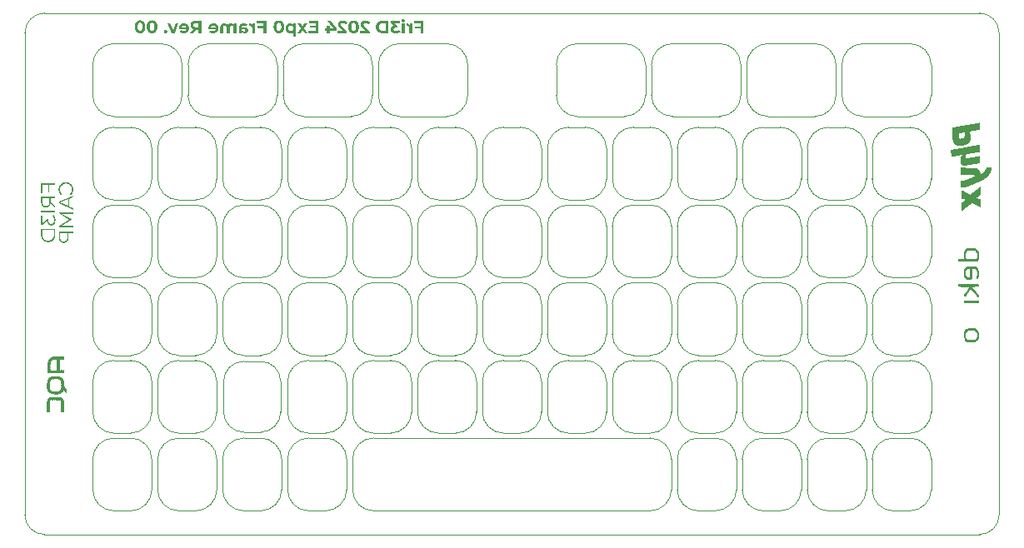
<source format=gbo>
G04*
G04 #@! TF.GenerationSoftware,Altium Limited,Altium Designer,24.2.2 (26)*
G04*
G04 Layer_Color=32896*
%FSLAX25Y25*%
%MOIN*%
G70*
G04*
G04 #@! TF.SameCoordinates,661FBD00-BEF8-4439-B900-685B4A6DAB74*
G04*
G04*
G04 #@! TF.FilePolarity,Positive*
G04*
G01*
G75*
%ADD10C,0.00394*%
G36*
X187056Y-34932D02*
X186994Y-34933D01*
X186933Y-34934D01*
X186872Y-34935D01*
X186810Y-34936D01*
X186749Y-34937D01*
X186687Y-34938D01*
X186626Y-34939D01*
X186627Y-35001D01*
X186565Y-35002D01*
X186504Y-35003D01*
X186443Y-35004D01*
X186381Y-35005D01*
X186320Y-35006D01*
X186258Y-35007D01*
X186259Y-35068D01*
X186198Y-35069D01*
X186137Y-35070D01*
X186075Y-35072D01*
X186014Y-35073D01*
X185952Y-35074D01*
X185891Y-35075D01*
X185892Y-35136D01*
X185831Y-35137D01*
X185769Y-35138D01*
X185708Y-35139D01*
X185646Y-35140D01*
X185585Y-35142D01*
X185524Y-35143D01*
X185462Y-35144D01*
X185463Y-35205D01*
X185402Y-35206D01*
X185340Y-35207D01*
X185279Y-35208D01*
X185218Y-35209D01*
X185156Y-35210D01*
X185095Y-35212D01*
X185096Y-35273D01*
X185035Y-35274D01*
X184973Y-35275D01*
X184912Y-35276D01*
X184850Y-35277D01*
X184789Y-35278D01*
X184727Y-35279D01*
X184729Y-35341D01*
X184667Y-35342D01*
X184606Y-35343D01*
X184544Y-35344D01*
X184483Y-35345D01*
X184422Y-35346D01*
X184360Y-35347D01*
X184299Y-35348D01*
X184300Y-35410D01*
X184238Y-35411D01*
X184177Y-35412D01*
X184116Y-35413D01*
X184054Y-35414D01*
X183993Y-35415D01*
X183931Y-35416D01*
X183932Y-35478D01*
X183871Y-35479D01*
X183810Y-35480D01*
X183748Y-35481D01*
X183687Y-35482D01*
X183625Y-35483D01*
X183564Y-35484D01*
X183565Y-35545D01*
X183504Y-35546D01*
X183442Y-35548D01*
X183381Y-35549D01*
X183319Y-35550D01*
X183258Y-35551D01*
X183196Y-35552D01*
X183135Y-35553D01*
X183141Y-35860D01*
X183202Y-35859D01*
X183207Y-36166D01*
X183269Y-36165D01*
X183274Y-36472D01*
X183335Y-36471D01*
X183343Y-36901D01*
X183404Y-36900D01*
X183414Y-37452D01*
X183475Y-37451D01*
X183495Y-38557D01*
X183433Y-38558D01*
X183440Y-38926D01*
X183378Y-38927D01*
X183381Y-39111D01*
X183320Y-39112D01*
X183323Y-39297D01*
X183262Y-39298D01*
X183265Y-39482D01*
X183204Y-39483D01*
X183206Y-39606D01*
X183144Y-39607D01*
X183145Y-39668D01*
X183084Y-39669D01*
X183086Y-39792D01*
X183025Y-39793D01*
X183026Y-39855D01*
X182965Y-39856D01*
X182967Y-39979D01*
X182905Y-39980D01*
X182906Y-40041D01*
X182845Y-40042D01*
X182846Y-40104D01*
X182785Y-40105D01*
X182786Y-40166D01*
X182724Y-40167D01*
X182725Y-40229D01*
X182664Y-40230D01*
X182665Y-40291D01*
X182604Y-40292D01*
X182542Y-40293D01*
X182543Y-40355D01*
X182482Y-40356D01*
X182483Y-40417D01*
X182421Y-40418D01*
X182422Y-40480D01*
X182361Y-40481D01*
X182300Y-40482D01*
X182301Y-40543D01*
X182239Y-40544D01*
X182240Y-40606D01*
X182179Y-40607D01*
X182118Y-40608D01*
X182119Y-40669D01*
X182057Y-40670D01*
X181996Y-40671D01*
X181997Y-40733D01*
X181936Y-40734D01*
X181874Y-40735D01*
X181875Y-40796D01*
X181814Y-40797D01*
X181752Y-40798D01*
X181691Y-40799D01*
X181692Y-40861D01*
X181631Y-40862D01*
X181569Y-40863D01*
X181570Y-40925D01*
X181509Y-40925D01*
X181448Y-40927D01*
X181386Y-40928D01*
X181387Y-40989D01*
X181326Y-40990D01*
X181264Y-40991D01*
X181203Y-40992D01*
X181141Y-40993D01*
X181143Y-41055D01*
X181081Y-41056D01*
X181020Y-41057D01*
X180958Y-41058D01*
X180959Y-41119D01*
X180898Y-41120D01*
X180837Y-41122D01*
X180775Y-41123D01*
X180714Y-41124D01*
X180652Y-41125D01*
X180653Y-41186D01*
X180592Y-41187D01*
X180531Y-41188D01*
X180469Y-41189D01*
X180408Y-41190D01*
X180346Y-41192D01*
X180348Y-41253D01*
X180286Y-41254D01*
X180225Y-41255D01*
X180163Y-41256D01*
X180102Y-41257D01*
X180040Y-41258D01*
X179979Y-41259D01*
X179918Y-41260D01*
X179919Y-41322D01*
X179857Y-41323D01*
X179796Y-41324D01*
X179734Y-41325D01*
X179673Y-41326D01*
X179612Y-41327D01*
X179550Y-41328D01*
X179489Y-41329D01*
X179427Y-41330D01*
X179366Y-41331D01*
X179305Y-41333D01*
X179243Y-41334D01*
X179182Y-41335D01*
X179120Y-41336D01*
X179059Y-41337D01*
X178998Y-41338D01*
X178936Y-41339D01*
X178875Y-41340D01*
X178813Y-41341D01*
X178752Y-41342D01*
X178691Y-41343D01*
X178689Y-41282D01*
X178628Y-41283D01*
X178567Y-41284D01*
X178505Y-41285D01*
X178444Y-41286D01*
X178382Y-41287D01*
X178381Y-41226D01*
X178320Y-41227D01*
X178258Y-41228D01*
X178197Y-41229D01*
X178136Y-41230D01*
X178135Y-41169D01*
X178073Y-41170D01*
X178012Y-41171D01*
X177950Y-41172D01*
X177949Y-41111D01*
X177888Y-41112D01*
X177826Y-41113D01*
X177765Y-41114D01*
X177764Y-41052D01*
X177703Y-41053D01*
X177641Y-41054D01*
X177640Y-40993D01*
X177579Y-40994D01*
X177578Y-40933D01*
X177516Y-40934D01*
X177455Y-40935D01*
X177454Y-40874D01*
X177392Y-40875D01*
X177391Y-40813D01*
X177330Y-40814D01*
X177268Y-40815D01*
X177267Y-40754D01*
X177206Y-40755D01*
X177205Y-40694D01*
X177143Y-40695D01*
X177142Y-40633D01*
X177081Y-40634D01*
X177080Y-40573D01*
X177018Y-40574D01*
X177017Y-40512D01*
X176956Y-40514D01*
X176955Y-40452D01*
X176893Y-40453D01*
X176891Y-40330D01*
X176830Y-40332D01*
X176829Y-40270D01*
X176768Y-40271D01*
X176765Y-40148D01*
X176704Y-40149D01*
X176703Y-40088D01*
X176641Y-40089D01*
X176639Y-39966D01*
X176578Y-39967D01*
X176575Y-39783D01*
X176513Y-39784D01*
X176510Y-39600D01*
X176449Y-39601D01*
X176445Y-39417D01*
X176384Y-39418D01*
X176378Y-39049D01*
X176316Y-39050D01*
X176227Y-33953D01*
X176289Y-33952D01*
X176350Y-33951D01*
X176411Y-33950D01*
X176473Y-33949D01*
X176534Y-33948D01*
X176596Y-33947D01*
X176595Y-33886D01*
X176656Y-33885D01*
X176717Y-33884D01*
X176779Y-33882D01*
X176840Y-33881D01*
X176902Y-33880D01*
X176963Y-33879D01*
X176962Y-33818D01*
X177023Y-33817D01*
X177085Y-33816D01*
X177146Y-33814D01*
X177208Y-33814D01*
X177269Y-33812D01*
X177330Y-33811D01*
X177392Y-33810D01*
X177391Y-33749D01*
X177452Y-33748D01*
X177514Y-33747D01*
X177575Y-33746D01*
X177636Y-33745D01*
X177698Y-33744D01*
X177759Y-33742D01*
X177758Y-33681D01*
X177820Y-33680D01*
X177881Y-33679D01*
X177942Y-33678D01*
X178004Y-33677D01*
X178065Y-33676D01*
X178127Y-33675D01*
X178126Y-33613D01*
X178187Y-33612D01*
X178248Y-33611D01*
X178310Y-33610D01*
X178371Y-33609D01*
X178433Y-33608D01*
X178494Y-33607D01*
X178555Y-33606D01*
X178554Y-33544D01*
X178616Y-33543D01*
X178677Y-33542D01*
X178739Y-33541D01*
X178800Y-33540D01*
X178861Y-33539D01*
X178923Y-33538D01*
X178922Y-33476D01*
X178983Y-33475D01*
X179044Y-33474D01*
X179106Y-33473D01*
X179167Y-33472D01*
X179229Y-33471D01*
X179290Y-33470D01*
X179289Y-33409D01*
X179350Y-33408D01*
X179412Y-33406D01*
X179473Y-33405D01*
X179535Y-33404D01*
X179596Y-33403D01*
X179658Y-33402D01*
X179719Y-33401D01*
X179718Y-33340D01*
X179779Y-33339D01*
X179841Y-33338D01*
X179902Y-33336D01*
X179964Y-33335D01*
X180025Y-33334D01*
X180086Y-33333D01*
X180085Y-33272D01*
X180147Y-33271D01*
X180208Y-33270D01*
X180270Y-33269D01*
X180331Y-33268D01*
X180392Y-33266D01*
X180454Y-33265D01*
X180453Y-33204D01*
X180514Y-33203D01*
X180576Y-33202D01*
X180637Y-33201D01*
X180698Y-33200D01*
X180760Y-33199D01*
X180821Y-33198D01*
X180820Y-33136D01*
X180882Y-33135D01*
X180943Y-33134D01*
X181004Y-33133D01*
X181066Y-33132D01*
X181127Y-33131D01*
X181188Y-33130D01*
X181250Y-33129D01*
X181249Y-33067D01*
X181310Y-33066D01*
X181372Y-33065D01*
X181433Y-33064D01*
X181494Y-33063D01*
X181556Y-33062D01*
X181617Y-33061D01*
X181616Y-32999D01*
X181678Y-32998D01*
X181739Y-32997D01*
X181800Y-32996D01*
X181862Y-32995D01*
X181923Y-32994D01*
X181985Y-32993D01*
X181984Y-32932D01*
X182045Y-32930D01*
X182106Y-32929D01*
X182168Y-32928D01*
X182229Y-32927D01*
X182291Y-32926D01*
X182352Y-32925D01*
X182413Y-32924D01*
X182412Y-32863D01*
X182474Y-32862D01*
X182535Y-32860D01*
X182597Y-32859D01*
X182658Y-32858D01*
X182720Y-32857D01*
X182781Y-32856D01*
X182780Y-32795D01*
X182841Y-32794D01*
X182903Y-32793D01*
X182964Y-32792D01*
X183026Y-32790D01*
X183087Y-32789D01*
X183148Y-32788D01*
X183147Y-32727D01*
X183209Y-32726D01*
X183270Y-32725D01*
X183331Y-32724D01*
X183393Y-32723D01*
X183454Y-32722D01*
X183516Y-32721D01*
X183515Y-32659D01*
X183576Y-32658D01*
X183637Y-32657D01*
X183699Y-32656D01*
X183760Y-32655D01*
X183822Y-32654D01*
X183883Y-32653D01*
X183944Y-32652D01*
X183943Y-32590D01*
X184005Y-32589D01*
X184066Y-32588D01*
X184128Y-32587D01*
X184189Y-32586D01*
X184250Y-32585D01*
X184312Y-32584D01*
X184311Y-32522D01*
X184372Y-32521D01*
X184434Y-32520D01*
X184495Y-32519D01*
X184556Y-32518D01*
X184618Y-32517D01*
X184679Y-32516D01*
X184678Y-32454D01*
X184740Y-32453D01*
X184801Y-32452D01*
X184862Y-32451D01*
X184924Y-32450D01*
X184985Y-32449D01*
X185047Y-32448D01*
X185046Y-32387D01*
X185107Y-32386D01*
X185168Y-32384D01*
X185230Y-32383D01*
X185291Y-32382D01*
X185353Y-32381D01*
X185414Y-32380D01*
X185475Y-32379D01*
X185474Y-32318D01*
X185536Y-32317D01*
X185597Y-32316D01*
X185659Y-32315D01*
X185720Y-32313D01*
X185781Y-32312D01*
X185843Y-32311D01*
X185842Y-32250D01*
X185903Y-32249D01*
X185965Y-32248D01*
X186026Y-32247D01*
X186087Y-32246D01*
X186149Y-32245D01*
X186210Y-32243D01*
X186209Y-32182D01*
X186270Y-32181D01*
X186332Y-32180D01*
X186393Y-32179D01*
X186455Y-32178D01*
X186516Y-32177D01*
X186578Y-32176D01*
X186639Y-32175D01*
X186638Y-32113D01*
X186699Y-32112D01*
X186761Y-32111D01*
X186822Y-32110D01*
X186884Y-32109D01*
X186945Y-32108D01*
X186944Y-32046D01*
X187005Y-32045D01*
X187056Y-34932D01*
D02*
G37*
G36*
X187209Y-43713D02*
X187148Y-43714D01*
X187086Y-43715D01*
X187087Y-43777D01*
X187026Y-43778D01*
X186964Y-43779D01*
X186903Y-43780D01*
X186842Y-43781D01*
X186780Y-43782D01*
X186719Y-43783D01*
X186657Y-43784D01*
X186659Y-43846D01*
X186597Y-43847D01*
X186536Y-43848D01*
X186474Y-43849D01*
X186413Y-43850D01*
X186351Y-43851D01*
X186290Y-43852D01*
X186291Y-43913D01*
X186230Y-43915D01*
X186168Y-43916D01*
X186107Y-43917D01*
X186045Y-43918D01*
X185984Y-43919D01*
X185923Y-43920D01*
X185924Y-43981D01*
X185862Y-43982D01*
X185801Y-43984D01*
X185739Y-43985D01*
X185678Y-43986D01*
X185617Y-43987D01*
X185555Y-43988D01*
X185556Y-44049D01*
X185495Y-44050D01*
X185433Y-44051D01*
X185372Y-44052D01*
X185311Y-44054D01*
X185249Y-44054D01*
X185188Y-44056D01*
X185126Y-44057D01*
X185127Y-44118D01*
X185066Y-44119D01*
X185005Y-44120D01*
X184943Y-44121D01*
X184882Y-44122D01*
X184820Y-44124D01*
X184759Y-44125D01*
X184760Y-44186D01*
X184699Y-44187D01*
X184637Y-44188D01*
X184576Y-44189D01*
X184514Y-44190D01*
X184453Y-44191D01*
X184392Y-44192D01*
X184393Y-44254D01*
X184331Y-44255D01*
X184270Y-44256D01*
X184209Y-44257D01*
X184147Y-44258D01*
X184086Y-44259D01*
X184024Y-44260D01*
X183963Y-44261D01*
X183964Y-44323D01*
X183903Y-44324D01*
X183841Y-44325D01*
X183780Y-44326D01*
X183718Y-44327D01*
X183657Y-44328D01*
X183595Y-44329D01*
X183597Y-44391D01*
X183535Y-44392D01*
X183474Y-44393D01*
X183412Y-44394D01*
X183351Y-44395D01*
X183289Y-44396D01*
X183228Y-44397D01*
X183229Y-44458D01*
X183168Y-44460D01*
X183106Y-44460D01*
X183045Y-44462D01*
X182984Y-44463D01*
X182922Y-44464D01*
X182861Y-44465D01*
X182862Y-44526D01*
X182800Y-44527D01*
X182739Y-44528D01*
X182677Y-44530D01*
X182616Y-44530D01*
X182555Y-44532D01*
X182493Y-44533D01*
X182432Y-44534D01*
X182433Y-44595D01*
X182372Y-44596D01*
X182310Y-44597D01*
X182249Y-44598D01*
X182187Y-44599D01*
X182126Y-44600D01*
X182064Y-44602D01*
X182065Y-44663D01*
X182004Y-44664D01*
X181943Y-44665D01*
X181881Y-44666D01*
X181882Y-44728D01*
X181821Y-44729D01*
X181760Y-44730D01*
X181761Y-44791D01*
X181699Y-44792D01*
X181700Y-44854D01*
X181639Y-44855D01*
X181641Y-44978D01*
X181580Y-44979D01*
X181581Y-45040D01*
X181519Y-45041D01*
X181521Y-45164D01*
X181460Y-45165D01*
X181463Y-45349D01*
X181402Y-45350D01*
X181407Y-45657D01*
X181346Y-45658D01*
X181352Y-46027D01*
X181414Y-46026D01*
X181416Y-46149D01*
X181477Y-46148D01*
X181478Y-46209D01*
X181540Y-46208D01*
X181541Y-46269D01*
X181602Y-46268D01*
X181664Y-46267D01*
X181665Y-46328D01*
X181726Y-46327D01*
X181787Y-46326D01*
X181849Y-46325D01*
X181910Y-46324D01*
X181972Y-46323D01*
X182033Y-46322D01*
X182032Y-46261D01*
X182093Y-46260D01*
X182155Y-46259D01*
X182216Y-46257D01*
X182278Y-46256D01*
X182339Y-46255D01*
X182401Y-46254D01*
X182462Y-46253D01*
X182461Y-46192D01*
X182522Y-46191D01*
X182584Y-46190D01*
X182645Y-46189D01*
X182706Y-46187D01*
X182768Y-46186D01*
X182829Y-46185D01*
X182828Y-46124D01*
X182890Y-46123D01*
X182951Y-46122D01*
X183012Y-46121D01*
X183074Y-46120D01*
X183135Y-46119D01*
X183197Y-46117D01*
X183258Y-46116D01*
X183257Y-46055D01*
X183318Y-46054D01*
X183380Y-46053D01*
X183441Y-46052D01*
X183503Y-46051D01*
X183564Y-46050D01*
X183625Y-46049D01*
X183624Y-45987D01*
X183686Y-45986D01*
X183747Y-45985D01*
X183809Y-45984D01*
X183870Y-45983D01*
X183931Y-45982D01*
X183993Y-45981D01*
X183992Y-45919D01*
X184053Y-45918D01*
X184115Y-45917D01*
X184176Y-45916D01*
X184237Y-45915D01*
X184299Y-45914D01*
X184360Y-45913D01*
X184359Y-45851D01*
X184421Y-45851D01*
X184482Y-45849D01*
X184543Y-45848D01*
X184605Y-45847D01*
X184666Y-45846D01*
X184728Y-45845D01*
X184789Y-45844D01*
X184788Y-45783D01*
X184849Y-45781D01*
X184911Y-45781D01*
X184972Y-45779D01*
X185034Y-45778D01*
X185095Y-45777D01*
X185156Y-45776D01*
X185155Y-45715D01*
X185217Y-45714D01*
X185278Y-45713D01*
X185340Y-45711D01*
X185401Y-45711D01*
X185462Y-45709D01*
X185524Y-45708D01*
X185585Y-45707D01*
X185584Y-45646D01*
X185646Y-45645D01*
X185707Y-45644D01*
X185768Y-45643D01*
X185830Y-45642D01*
X185891Y-45641D01*
X185953Y-45639D01*
X185952Y-45578D01*
X186013Y-45577D01*
X186074Y-45576D01*
X186136Y-45575D01*
X186197Y-45574D01*
X186259Y-45573D01*
X186320Y-45572D01*
X186319Y-45510D01*
X186380Y-45509D01*
X186442Y-45508D01*
X186503Y-45507D01*
X186565Y-45506D01*
X186626Y-45505D01*
X186687Y-45504D01*
X186749Y-45503D01*
X186748Y-45441D01*
X186809Y-45440D01*
X186871Y-45439D01*
X186932Y-45438D01*
X186993Y-45437D01*
X187055Y-45436D01*
X187116Y-45435D01*
X187115Y-45373D01*
X187177Y-45372D01*
X187238Y-45371D01*
X187287Y-48196D01*
X187226Y-48197D01*
X187164Y-48198D01*
X187165Y-48260D01*
X187104Y-48261D01*
X187043Y-48262D01*
X186981Y-48263D01*
X186920Y-48264D01*
X186858Y-48265D01*
X186797Y-48266D01*
X186798Y-48327D01*
X186737Y-48329D01*
X186675Y-48330D01*
X186614Y-48331D01*
X186552Y-48332D01*
X186491Y-48333D01*
X186430Y-48334D01*
X186368Y-48335D01*
X186369Y-48396D01*
X186308Y-48397D01*
X186247Y-48399D01*
X186185Y-48400D01*
X186124Y-48401D01*
X186062Y-48402D01*
X186001Y-48403D01*
X186002Y-48464D01*
X185941Y-48465D01*
X185879Y-48466D01*
X185818Y-48467D01*
X185756Y-48469D01*
X185695Y-48470D01*
X185633Y-48471D01*
X185635Y-48532D01*
X185573Y-48533D01*
X185512Y-48534D01*
X185450Y-48535D01*
X185389Y-48536D01*
X185327Y-48537D01*
X185266Y-48539D01*
X185267Y-48600D01*
X185206Y-48601D01*
X185144Y-48602D01*
X185083Y-48603D01*
X185021Y-48604D01*
X184960Y-48605D01*
X184899Y-48606D01*
X184837Y-48608D01*
X184838Y-48669D01*
X184777Y-48670D01*
X184715Y-48671D01*
X184654Y-48672D01*
X184593Y-48673D01*
X184531Y-48674D01*
X184470Y-48675D01*
X184471Y-48737D01*
X184409Y-48738D01*
X184348Y-48739D01*
X184287Y-48740D01*
X184225Y-48741D01*
X184164Y-48742D01*
X184102Y-48743D01*
X184104Y-48805D01*
X184042Y-48806D01*
X183981Y-48807D01*
X183919Y-48808D01*
X183858Y-48809D01*
X183797Y-48810D01*
X183735Y-48811D01*
X183674Y-48812D01*
X183675Y-48873D01*
X183613Y-48875D01*
X183552Y-48876D01*
X183491Y-48877D01*
X183429Y-48878D01*
X183368Y-48879D01*
X183306Y-48880D01*
X183307Y-48941D01*
X183246Y-48942D01*
X183185Y-48943D01*
X183123Y-48945D01*
X183062Y-48946D01*
X183000Y-48947D01*
X182939Y-48948D01*
X182940Y-49009D01*
X182879Y-49010D01*
X182817Y-49011D01*
X182756Y-49012D01*
X182694Y-49013D01*
X182633Y-49014D01*
X182571Y-49016D01*
X182573Y-49077D01*
X182511Y-49078D01*
X182450Y-49079D01*
X182388Y-49080D01*
X182327Y-49081D01*
X182266Y-49082D01*
X182204Y-49083D01*
X182143Y-49084D01*
X182144Y-49146D01*
X182082Y-49147D01*
X182021Y-49148D01*
X181960Y-49149D01*
X181898Y-49150D01*
X181837Y-49151D01*
X181775Y-49152D01*
X181714Y-49153D01*
X181715Y-49215D01*
X181654Y-49216D01*
X181592Y-49217D01*
X181531Y-49218D01*
X181469Y-49219D01*
X181408Y-49220D01*
X181346Y-49221D01*
X181285Y-49222D01*
X181224Y-49223D01*
X181162Y-49224D01*
X181101Y-49226D01*
X181040Y-49227D01*
X180978Y-49228D01*
X180917Y-49229D01*
X180855Y-49230D01*
X180794Y-49231D01*
X180733Y-49232D01*
X180671Y-49233D01*
X180610Y-49234D01*
X180609Y-49173D01*
X180547Y-49174D01*
X180486Y-49175D01*
X180424Y-49176D01*
X180363Y-49177D01*
X180362Y-49116D01*
X180300Y-49117D01*
X180239Y-49118D01*
X180178Y-49119D01*
X180176Y-49057D01*
X180115Y-49058D01*
X180054Y-49060D01*
X180053Y-48998D01*
X179991Y-48999D01*
X179930Y-49000D01*
X179929Y-48939D01*
X179867Y-48940D01*
X179866Y-48878D01*
X179805Y-48880D01*
X179804Y-48818D01*
X179742Y-48819D01*
X179741Y-48758D01*
X179680Y-48759D01*
X179678Y-48636D01*
X179616Y-48637D01*
X179615Y-48576D01*
X179554Y-48577D01*
X179552Y-48454D01*
X179490Y-48455D01*
X179487Y-48271D01*
X179426Y-48272D01*
X179421Y-48026D01*
X179360Y-48027D01*
X179336Y-46676D01*
X179398Y-46675D01*
X179393Y-46368D01*
X179454Y-46367D01*
X179451Y-46183D01*
X179512Y-46182D01*
X179510Y-46059D01*
X179571Y-46058D01*
X179568Y-45874D01*
X179630Y-45873D01*
X179627Y-45750D01*
X179689Y-45749D01*
X179688Y-45687D01*
X179749Y-45686D01*
X179747Y-45564D01*
X179808Y-45562D01*
X179806Y-45440D01*
X179868Y-45439D01*
X179867Y-45377D01*
X179928Y-45376D01*
X179927Y-45315D01*
X179988Y-45314D01*
X179986Y-45191D01*
X180048Y-45190D01*
X180046Y-45128D01*
X180108Y-45127D01*
X180107Y-45066D01*
X180168Y-45065D01*
X180166Y-44942D01*
X180105Y-44943D01*
X180043Y-44944D01*
X180044Y-45005D01*
X179983Y-45006D01*
X179922Y-45008D01*
X179860Y-45009D01*
X179799Y-45010D01*
X179737Y-45011D01*
X179676Y-45012D01*
X179677Y-45073D01*
X179616Y-45074D01*
X179554Y-45075D01*
X179493Y-45077D01*
X179431Y-45078D01*
X179370Y-45079D01*
X179308Y-45080D01*
X179247Y-45081D01*
X179248Y-45142D01*
X179187Y-45143D01*
X179125Y-45144D01*
X179064Y-45145D01*
X179003Y-45146D01*
X178941Y-45147D01*
X178880Y-45149D01*
X178881Y-45210D01*
X178819Y-45211D01*
X178758Y-45212D01*
X178697Y-45213D01*
X178635Y-45214D01*
X178574Y-45215D01*
X178512Y-45216D01*
X178513Y-45278D01*
X178452Y-45279D01*
X178391Y-45280D01*
X178329Y-45281D01*
X178268Y-45282D01*
X178206Y-45283D01*
X178145Y-45284D01*
X178146Y-45346D01*
X178085Y-45347D01*
X178023Y-45348D01*
X177962Y-45349D01*
X177900Y-45350D01*
X177839Y-45351D01*
X177778Y-45352D01*
X177716Y-45353D01*
X177717Y-45415D01*
X177656Y-45416D01*
X177594Y-45417D01*
X177533Y-45418D01*
X177472Y-45419D01*
X177410Y-45420D01*
X177349Y-45421D01*
X177350Y-45482D01*
X177288Y-45483D01*
X177227Y-45485D01*
X177166Y-45486D01*
X177104Y-45487D01*
X177043Y-45488D01*
X176981Y-45489D01*
X176982Y-45550D01*
X176921Y-45551D01*
X176860Y-45552D01*
X176798Y-45553D01*
X176737Y-45555D01*
X176675Y-45556D01*
X176614Y-45557D01*
X176553Y-45558D01*
X176554Y-45619D01*
X176492Y-45620D01*
X176431Y-45621D01*
X176369Y-45622D01*
X176308Y-45623D01*
X176247Y-45625D01*
X176185Y-45626D01*
X176186Y-45687D01*
X176125Y-45688D01*
X176064Y-45689D01*
X176002Y-45690D01*
X175941Y-45691D01*
X175879Y-45692D01*
X175818Y-45693D01*
X175819Y-45755D01*
X175758Y-45756D01*
X175696Y-45757D01*
X175647Y-42932D01*
X175708Y-42931D01*
X175770Y-42930D01*
X175831Y-42929D01*
X175830Y-42867D01*
X175891Y-42867D01*
X175953Y-42865D01*
X176014Y-42864D01*
X176076Y-42863D01*
X176137Y-42862D01*
X176198Y-42861D01*
X176260Y-42860D01*
X176259Y-42799D01*
X176320Y-42798D01*
X176382Y-42796D01*
X176443Y-42795D01*
X176504Y-42794D01*
X176566Y-42793D01*
X176627Y-42792D01*
X176626Y-42731D01*
X176688Y-42730D01*
X176749Y-42729D01*
X176810Y-42728D01*
X176872Y-42726D01*
X176933Y-42725D01*
X176995Y-42724D01*
X176994Y-42663D01*
X177055Y-42662D01*
X177116Y-42661D01*
X177178Y-42660D01*
X177239Y-42659D01*
X177301Y-42658D01*
X177362Y-42656D01*
X177423Y-42656D01*
X177422Y-42594D01*
X177484Y-42593D01*
X177545Y-42592D01*
X177607Y-42591D01*
X177668Y-42590D01*
X177729Y-42589D01*
X177791Y-42588D01*
X177790Y-42526D01*
X177851Y-42525D01*
X177912Y-42524D01*
X177974Y-42523D01*
X178035Y-42522D01*
X178097Y-42521D01*
X178158Y-42520D01*
X178157Y-42458D01*
X178218Y-42457D01*
X178280Y-42456D01*
X178341Y-42455D01*
X178403Y-42454D01*
X178464Y-42453D01*
X178525Y-42452D01*
X178524Y-42390D01*
X178586Y-42389D01*
X178647Y-42388D01*
X178709Y-42387D01*
X178770Y-42386D01*
X178832Y-42385D01*
X178893Y-42384D01*
X178954Y-42383D01*
X178953Y-42322D01*
X179015Y-42320D01*
X179076Y-42319D01*
X179138Y-42318D01*
X179199Y-42317D01*
X179260Y-42316D01*
X179322Y-42315D01*
X179321Y-42254D01*
X179382Y-42253D01*
X179444Y-42252D01*
X179505Y-42250D01*
X179566Y-42250D01*
X179628Y-42248D01*
X179689Y-42247D01*
X179688Y-42186D01*
X179750Y-42185D01*
X179811Y-42184D01*
X179872Y-42183D01*
X179934Y-42182D01*
X179995Y-42181D01*
X180057Y-42180D01*
X180118Y-42178D01*
X180117Y-42117D01*
X180178Y-42116D01*
X180240Y-42115D01*
X180301Y-42114D01*
X180362Y-42113D01*
X180424Y-42112D01*
X180485Y-42110D01*
X180484Y-42049D01*
X180546Y-42048D01*
X180607Y-42047D01*
X180668Y-42046D01*
X180730Y-42045D01*
X180791Y-42044D01*
X180853Y-42043D01*
X180852Y-41981D01*
X180913Y-41980D01*
X180974Y-41979D01*
X181036Y-41978D01*
X181097Y-41977D01*
X181159Y-41976D01*
X181220Y-41975D01*
X181219Y-41914D01*
X181280Y-41912D01*
X181342Y-41911D01*
X181403Y-41910D01*
X181465Y-41909D01*
X181526Y-41908D01*
X181588Y-41907D01*
X181649Y-41906D01*
X181648Y-41844D01*
X181709Y-41844D01*
X181771Y-41842D01*
X181832Y-41841D01*
X181893Y-41840D01*
X181955Y-41839D01*
X182016Y-41838D01*
X182015Y-41777D01*
X182077Y-41776D01*
X182138Y-41775D01*
X182199Y-41774D01*
X182261Y-41772D01*
X182322Y-41771D01*
X182384Y-41770D01*
X182383Y-41709D01*
X182444Y-41708D01*
X182505Y-41707D01*
X182567Y-41706D01*
X182628Y-41705D01*
X182690Y-41704D01*
X182751Y-41702D01*
X182750Y-41641D01*
X182811Y-41640D01*
X182873Y-41639D01*
X182934Y-41638D01*
X182996Y-41637D01*
X183057Y-41636D01*
X183118Y-41635D01*
X183180Y-41633D01*
X183179Y-41572D01*
X183240Y-41571D01*
X183302Y-41570D01*
X183363Y-41569D01*
X183424Y-41568D01*
X183486Y-41567D01*
X183547Y-41566D01*
X183546Y-41504D01*
X183607Y-41503D01*
X183669Y-41502D01*
X183730Y-41501D01*
X183792Y-41500D01*
X183853Y-41499D01*
X183915Y-41498D01*
X183914Y-41436D01*
X183975Y-41435D01*
X184036Y-41434D01*
X184098Y-41433D01*
X184159Y-41432D01*
X184221Y-41431D01*
X184282Y-41430D01*
X184343Y-41429D01*
X184342Y-41368D01*
X184404Y-41366D01*
X184465Y-41365D01*
X184527Y-41364D01*
X184588Y-41363D01*
X184649Y-41362D01*
X184711Y-41361D01*
X184710Y-41300D01*
X184771Y-41299D01*
X184833Y-41298D01*
X184894Y-41296D01*
X184955Y-41295D01*
X185017Y-41294D01*
X185078Y-41293D01*
X185077Y-41232D01*
X185138Y-41231D01*
X185200Y-41230D01*
X185261Y-41229D01*
X185323Y-41227D01*
X185384Y-41227D01*
X185446Y-41225D01*
X185444Y-41164D01*
X185506Y-41163D01*
X185567Y-41162D01*
X185629Y-41161D01*
X185690Y-41160D01*
X185752Y-41159D01*
X185813Y-41158D01*
X185874Y-41157D01*
X185873Y-41095D01*
X185935Y-41094D01*
X185996Y-41093D01*
X186057Y-41092D01*
X186119Y-41091D01*
X186180Y-41090D01*
X186242Y-41089D01*
X186241Y-41027D01*
X186302Y-41026D01*
X186363Y-41025D01*
X186425Y-41024D01*
X186486Y-41023D01*
X186548Y-41022D01*
X186609Y-41021D01*
X186608Y-40959D01*
X186670Y-40958D01*
X186731Y-40957D01*
X186792Y-40956D01*
X186854Y-40955D01*
X186915Y-40954D01*
X186977Y-40953D01*
X187038Y-40952D01*
X187037Y-40890D01*
X187098Y-40889D01*
X187160Y-40888D01*
X187209Y-43713D01*
D02*
G37*
G36*
X191926Y-50019D02*
X191865Y-50020D01*
X191872Y-50450D01*
X191811Y-50451D01*
X191817Y-50820D01*
X191756Y-50821D01*
X191760Y-51067D01*
X191699Y-51068D01*
X191703Y-51313D01*
X191642Y-51314D01*
X191645Y-51499D01*
X191584Y-51500D01*
X191586Y-51622D01*
X191524Y-51624D01*
X191527Y-51808D01*
X191466Y-51809D01*
X191468Y-51932D01*
X191407Y-51933D01*
X191409Y-52056D01*
X191348Y-52057D01*
X191350Y-52179D01*
X191288Y-52181D01*
X191290Y-52303D01*
X191229Y-52304D01*
X191231Y-52427D01*
X191170Y-52428D01*
X191171Y-52490D01*
X191109Y-52491D01*
X191112Y-52614D01*
X191050Y-52615D01*
X191051Y-52676D01*
X190990Y-52677D01*
X190992Y-52800D01*
X190930Y-52801D01*
X190931Y-52863D01*
X190870Y-52864D01*
X190872Y-52986D01*
X190811Y-52987D01*
X190812Y-53049D01*
X190751Y-53050D01*
X190752Y-53111D01*
X190690Y-53113D01*
X190691Y-53174D01*
X190630Y-53175D01*
X190631Y-53236D01*
X190569Y-53237D01*
X190572Y-53360D01*
X190510Y-53361D01*
X190511Y-53423D01*
X190450Y-53424D01*
X190451Y-53485D01*
X190390Y-53486D01*
X190391Y-53548D01*
X190329Y-53549D01*
X190330Y-53610D01*
X190269Y-53611D01*
X190270Y-53673D01*
X190209Y-53674D01*
X190210Y-53735D01*
X190148Y-53736D01*
X190149Y-53798D01*
X190088Y-53799D01*
X190026Y-53800D01*
X190027Y-53861D01*
X189966Y-53862D01*
X189967Y-53924D01*
X189906Y-53925D01*
X189907Y-53986D01*
X189846Y-53987D01*
X189847Y-54049D01*
X189785Y-54050D01*
X189786Y-54111D01*
X189725Y-54112D01*
X189663Y-54113D01*
X189664Y-54175D01*
X189603Y-54176D01*
X189604Y-54237D01*
X189543Y-54238D01*
X189544Y-54300D01*
X189482Y-54301D01*
X189421Y-54302D01*
X189422Y-54363D01*
X189361Y-54364D01*
X189362Y-54426D01*
X189300Y-54427D01*
X189239Y-54428D01*
X189240Y-54489D01*
X189179Y-54490D01*
X189180Y-54552D01*
X189118Y-54553D01*
X189119Y-54614D01*
X189058Y-54615D01*
X188996Y-54616D01*
X188997Y-54678D01*
X188936Y-54679D01*
X188875Y-54680D01*
X188876Y-54741D01*
X188814Y-54742D01*
X188815Y-54804D01*
X188754Y-54805D01*
X188693Y-54806D01*
X188694Y-54867D01*
X188632Y-54868D01*
X188571Y-54869D01*
X188572Y-54931D01*
X188511Y-54932D01*
X188449Y-54933D01*
X188450Y-54994D01*
X188389Y-54996D01*
X188327Y-54997D01*
X188328Y-55058D01*
X188267Y-55059D01*
X188268Y-55120D01*
X188207Y-55121D01*
X188145Y-55123D01*
X188084Y-55124D01*
X188085Y-55185D01*
X188023Y-55186D01*
X188025Y-55248D01*
X187963Y-55249D01*
X187902Y-55250D01*
X187840Y-55251D01*
X187841Y-55312D01*
X187780Y-55313D01*
X187719Y-55314D01*
X187720Y-55376D01*
X187658Y-55377D01*
X187597Y-55378D01*
X187598Y-55439D01*
X187537Y-55440D01*
X187475Y-55441D01*
X187476Y-55503D01*
X187415Y-55504D01*
X187353Y-55505D01*
X187292Y-55506D01*
X187293Y-55567D01*
X187232Y-55568D01*
X187170Y-55570D01*
X187171Y-55631D01*
X187110Y-55632D01*
X187048Y-55633D01*
X186987Y-55634D01*
X186988Y-55696D01*
X186927Y-55697D01*
X186865Y-55698D01*
X186866Y-55759D01*
X186805Y-55760D01*
X186744Y-55761D01*
X186682Y-55762D01*
X186683Y-55824D01*
X186622Y-55825D01*
X186560Y-55826D01*
X186562Y-55887D01*
X186500Y-55888D01*
X186439Y-55889D01*
X186377Y-55891D01*
X186378Y-55952D01*
X186317Y-55953D01*
X186256Y-55954D01*
X186257Y-56015D01*
X186195Y-56017D01*
X186134Y-56018D01*
X186072Y-56019D01*
X186073Y-56080D01*
X186012Y-56081D01*
X185951Y-56082D01*
X185952Y-56144D01*
X185890Y-56145D01*
X185829Y-56146D01*
X185767Y-56147D01*
X185768Y-56208D01*
X185707Y-56209D01*
X185646Y-56211D01*
X185647Y-56272D01*
X185585Y-56273D01*
X185524Y-56274D01*
X185462Y-56275D01*
X185464Y-56336D01*
X185402Y-56338D01*
X185341Y-56339D01*
X185342Y-56400D01*
X185280Y-56401D01*
X185219Y-56402D01*
X185158Y-56403D01*
X185159Y-56465D01*
X185097Y-56466D01*
X185036Y-56467D01*
X185037Y-56528D01*
X184976Y-56529D01*
X184914Y-56530D01*
X184853Y-56532D01*
X184854Y-56593D01*
X184792Y-56594D01*
X184731Y-56595D01*
X184732Y-56656D01*
X184671Y-56657D01*
X184609Y-56659D01*
X184548Y-56660D01*
X184549Y-56721D01*
X184487Y-56722D01*
X184426Y-56723D01*
X184427Y-56785D01*
X184366Y-56786D01*
X184304Y-56787D01*
X184243Y-56788D01*
X184244Y-56849D01*
X184183Y-56850D01*
X184121Y-56851D01*
X184122Y-56913D01*
X184061Y-56914D01*
X183999Y-56915D01*
X183938Y-56916D01*
X183939Y-56977D01*
X183878Y-56978D01*
X183816Y-56980D01*
X183817Y-57041D01*
X183756Y-57042D01*
X183695Y-57043D01*
X183633Y-57044D01*
X183634Y-57106D01*
X183573Y-57107D01*
X183511Y-57108D01*
X183512Y-57169D01*
X183451Y-57170D01*
X183390Y-57171D01*
X183328Y-57172D01*
X183329Y-57234D01*
X183268Y-57235D01*
X183206Y-57236D01*
X183207Y-57297D01*
X183146Y-57298D01*
X183085Y-57300D01*
X183023Y-57301D01*
X183024Y-57362D01*
X182963Y-57363D01*
X182902Y-57364D01*
X182903Y-57425D01*
X182841Y-57427D01*
X182780Y-57428D01*
X182718Y-57429D01*
X182720Y-57490D01*
X182658Y-57491D01*
X182597Y-57492D01*
X182598Y-57554D01*
X182536Y-57555D01*
X182475Y-57556D01*
X182476Y-57617D01*
X182414Y-57618D01*
X182353Y-57619D01*
X182292Y-57621D01*
X182293Y-57682D01*
X182231Y-57683D01*
X182170Y-57684D01*
X182108Y-57685D01*
X182110Y-57746D01*
X182048Y-57748D01*
X181987Y-57749D01*
X181925Y-57750D01*
X181927Y-57811D01*
X181865Y-57812D01*
X181804Y-57813D01*
X181742Y-57814D01*
X181743Y-57876D01*
X181682Y-57877D01*
X181621Y-57878D01*
X181559Y-57879D01*
X181498Y-57880D01*
X181499Y-57941D01*
X181437Y-57942D01*
X181376Y-57944D01*
X181315Y-57945D01*
X181253Y-57946D01*
X181254Y-58007D01*
X181193Y-58008D01*
X181131Y-58009D01*
X181070Y-58010D01*
X181009Y-58011D01*
X180947Y-58012D01*
X180948Y-58074D01*
X180887Y-58075D01*
X180825Y-58076D01*
X180764Y-58077D01*
X180703Y-58078D01*
X180641Y-58079D01*
X180580Y-58080D01*
X180518Y-58081D01*
X180457Y-58082D01*
X180395Y-58084D01*
X180334Y-58085D01*
X180273Y-58086D01*
X180211Y-58087D01*
X180150Y-58088D01*
X180088Y-58089D01*
X180027Y-58090D01*
X179966Y-58091D01*
X179904Y-58092D01*
X179843Y-58093D01*
X179781Y-58094D01*
X179720Y-58095D01*
X179659Y-58096D01*
X179610Y-55333D01*
X179672Y-55332D01*
X179733Y-55331D01*
X179795Y-55330D01*
X179856Y-55329D01*
X179917Y-55328D01*
X179979Y-55326D01*
X180040Y-55326D01*
X180102Y-55324D01*
X180163Y-55323D01*
X180224Y-55322D01*
X180223Y-55261D01*
X180285Y-55260D01*
X180346Y-55259D01*
X180408Y-55258D01*
X180469Y-55257D01*
X180530Y-55256D01*
X180592Y-55254D01*
X180591Y-55193D01*
X180652Y-55192D01*
X180714Y-55191D01*
X180775Y-55190D01*
X180836Y-55189D01*
X180898Y-55188D01*
X180897Y-55126D01*
X180958Y-55125D01*
X181020Y-55124D01*
X181081Y-55123D01*
X181142Y-55122D01*
X181141Y-55061D01*
X181203Y-55059D01*
X181264Y-55058D01*
X181326Y-55057D01*
X181387Y-55056D01*
X181386Y-54995D01*
X181447Y-54994D01*
X181509Y-54993D01*
X181570Y-54992D01*
X181569Y-54930D01*
X181631Y-54929D01*
X181692Y-54928D01*
X181753Y-54927D01*
X181752Y-54866D01*
X181814Y-54865D01*
X181875Y-54864D01*
X181937Y-54862D01*
X181935Y-54801D01*
X181997Y-54800D01*
X182058Y-54799D01*
X182057Y-54737D01*
X182118Y-54736D01*
X182180Y-54735D01*
X182241Y-54734D01*
X182240Y-54673D01*
X182302Y-54672D01*
X182363Y-54671D01*
X182424Y-54670D01*
X182423Y-54608D01*
X182485Y-54607D01*
X182546Y-54606D01*
X182608Y-54605D01*
X182607Y-54544D01*
X182668Y-54542D01*
X182729Y-54541D01*
X182728Y-54480D01*
X182790Y-54479D01*
X182851Y-54478D01*
X182913Y-54477D01*
X182912Y-54415D01*
X182973Y-54414D01*
X183034Y-54413D01*
X183096Y-54412D01*
X183095Y-54351D01*
X183156Y-54350D01*
X183218Y-54349D01*
X183279Y-54347D01*
X183278Y-54286D01*
X183339Y-54285D01*
X183401Y-54284D01*
X183400Y-54223D01*
X183461Y-54221D01*
X183522Y-54220D01*
X183584Y-54219D01*
X183583Y-54158D01*
X183644Y-54157D01*
X183705Y-54156D01*
X183767Y-54155D01*
X183766Y-54093D01*
X183827Y-54092D01*
X183889Y-54091D01*
X183950Y-54090D01*
X183949Y-54029D01*
X184011Y-54028D01*
X184072Y-54027D01*
X184071Y-53965D01*
X184132Y-53964D01*
X184194Y-53963D01*
X184255Y-53962D01*
X184254Y-53900D01*
X184315Y-53899D01*
X184377Y-53898D01*
X184438Y-53897D01*
X184437Y-53836D01*
X184499Y-53835D01*
X184560Y-53834D01*
X184621Y-53833D01*
X184620Y-53771D01*
X184682Y-53770D01*
X184743Y-53769D01*
X184804Y-53768D01*
X184803Y-53707D01*
X184865Y-53706D01*
X184926Y-53705D01*
X184925Y-53643D01*
X184986Y-53642D01*
X185048Y-53641D01*
X185109Y-53640D01*
X185108Y-53579D01*
X185170Y-53577D01*
X185167Y-53393D01*
X185105Y-53394D01*
X185102Y-53210D01*
X185040Y-53211D01*
X185039Y-53150D01*
X184978Y-53151D01*
X184977Y-53089D01*
X184915Y-53090D01*
X184915Y-53029D01*
X184853Y-53030D01*
X184792Y-53031D01*
X184730Y-53032D01*
X184729Y-52971D01*
X184668Y-52972D01*
X184606Y-52973D01*
X184545Y-52974D01*
X184484Y-52975D01*
X184422Y-52976D01*
X184361Y-52977D01*
X184299Y-52978D01*
X184238Y-52979D01*
X184176Y-52980D01*
X184115Y-52982D01*
X184054Y-52983D01*
X183992Y-52984D01*
X183931Y-52985D01*
X183869Y-52986D01*
X183808Y-52987D01*
X183747Y-52988D01*
X183685Y-52989D01*
X183624Y-52990D01*
X183562Y-52991D01*
X183501Y-52992D01*
X183440Y-52993D01*
X183378Y-52994D01*
X183317Y-52995D01*
X183255Y-52996D01*
X183194Y-52998D01*
X183133Y-52999D01*
X183131Y-52937D01*
X183070Y-52938D01*
X183009Y-52939D01*
X183010Y-53001D01*
X182948Y-53002D01*
X182947Y-52940D01*
X182886Y-52942D01*
X182824Y-52943D01*
X182763Y-52944D01*
X182702Y-52945D01*
X182640Y-52946D01*
X182579Y-52947D01*
X182517Y-52948D01*
X182456Y-52949D01*
X182395Y-52950D01*
X182333Y-52951D01*
X182272Y-52952D01*
X182210Y-52953D01*
X182149Y-52954D01*
X182088Y-52955D01*
X182026Y-52956D01*
X181965Y-52958D01*
X181903Y-52959D01*
X181842Y-52960D01*
X181780Y-52961D01*
X181719Y-52962D01*
X181658Y-52963D01*
X181596Y-52964D01*
X181535Y-52965D01*
X181473Y-52966D01*
X181412Y-52967D01*
X181351Y-52968D01*
X181289Y-52969D01*
X181228Y-52970D01*
X181166Y-52972D01*
X181105Y-52973D01*
X181044Y-52974D01*
X180982Y-52975D01*
X180921Y-52976D01*
X180859Y-52977D01*
X180798Y-52978D01*
X180736Y-52979D01*
X180675Y-52980D01*
X180614Y-52981D01*
X180552Y-52982D01*
X180491Y-52983D01*
X180429Y-52984D01*
X180428Y-52923D01*
X180367Y-52924D01*
X180306Y-52925D01*
X180244Y-52926D01*
X180183Y-52927D01*
X180121Y-52928D01*
X180060Y-52929D01*
X179999Y-52930D01*
X179937Y-52931D01*
X179876Y-52933D01*
X179814Y-52934D01*
X179753Y-52935D01*
X179691Y-52936D01*
X179630Y-52937D01*
X179569Y-52938D01*
X179517Y-49990D01*
X179579Y-49989D01*
X179580Y-50051D01*
X179641Y-50050D01*
X179702Y-50049D01*
X179764Y-50047D01*
X179825Y-50046D01*
X179887Y-50045D01*
X179948Y-50044D01*
X180009Y-50043D01*
X180071Y-50042D01*
X180132Y-50041D01*
X180194Y-50040D01*
X180255Y-50039D01*
X180316Y-50038D01*
X180378Y-50037D01*
X180439Y-50036D01*
X180501Y-50035D01*
X180562Y-50033D01*
X180563Y-50095D01*
X180625Y-50094D01*
X180686Y-50093D01*
X180747Y-50092D01*
X180809Y-50091D01*
X180870Y-50090D01*
X180932Y-50089D01*
X180993Y-50087D01*
X181054Y-50086D01*
X181116Y-50085D01*
X181177Y-50084D01*
X181239Y-50083D01*
X181300Y-50082D01*
X181361Y-50081D01*
X181423Y-50080D01*
X181424Y-50141D01*
X181485Y-50140D01*
X181547Y-50139D01*
X181608Y-50138D01*
X181670Y-50137D01*
X181731Y-50136D01*
X181792Y-50135D01*
X181854Y-50134D01*
X181915Y-50133D01*
X181977Y-50132D01*
X182038Y-50131D01*
X182099Y-50129D01*
X182161Y-50128D01*
X182222Y-50127D01*
X182284Y-50126D01*
X182345Y-50125D01*
X182407Y-50124D01*
X182408Y-50186D01*
X182469Y-50185D01*
X182530Y-50183D01*
X182592Y-50182D01*
X182653Y-50181D01*
X182715Y-50180D01*
X182776Y-50179D01*
X182838Y-50178D01*
X182899Y-50177D01*
X182960Y-50176D01*
X183022Y-50175D01*
X183083Y-50174D01*
X183145Y-50173D01*
X183206Y-50172D01*
X183267Y-50171D01*
X183329Y-50169D01*
X183390Y-50168D01*
X183391Y-50230D01*
X183453Y-50229D01*
X183514Y-50228D01*
X183575Y-50227D01*
X183637Y-50226D01*
X183698Y-50225D01*
X183760Y-50223D01*
X183821Y-50222D01*
X183883Y-50221D01*
X183944Y-50220D01*
X184005Y-50219D01*
X184067Y-50218D01*
X184128Y-50217D01*
X184190Y-50216D01*
X184251Y-50215D01*
X184312Y-50214D01*
X184313Y-50275D01*
X184375Y-50274D01*
X184436Y-50273D01*
X184498Y-50272D01*
X184559Y-50271D01*
X184621Y-50270D01*
X184682Y-50269D01*
X184743Y-50268D01*
X184805Y-50267D01*
X184866Y-50266D01*
X184928Y-50265D01*
X184989Y-50263D01*
X185050Y-50262D01*
X185112Y-50261D01*
X185173Y-50260D01*
X185235Y-50259D01*
X185236Y-50321D01*
X185297Y-50319D01*
X185359Y-50318D01*
X185420Y-50317D01*
X185481Y-50316D01*
X185543Y-50315D01*
X185604Y-50314D01*
X185666Y-50313D01*
X185667Y-50374D01*
X185728Y-50373D01*
X185790Y-50372D01*
X185851Y-50371D01*
X185912Y-50370D01*
X185913Y-50432D01*
X185975Y-50431D01*
X186036Y-50429D01*
X186098Y-50428D01*
X186099Y-50490D01*
X186160Y-50489D01*
X186222Y-50488D01*
X186223Y-50549D01*
X186284Y-50548D01*
X186345Y-50547D01*
X186346Y-50608D01*
X186408Y-50607D01*
X186469Y-50606D01*
X186470Y-50668D01*
X186532Y-50666D01*
X186533Y-50728D01*
X186594Y-50727D01*
X186656Y-50726D01*
X186657Y-50787D01*
X186718Y-50786D01*
X186719Y-50847D01*
X186781Y-50846D01*
X186782Y-50908D01*
X186843Y-50907D01*
X186844Y-50968D01*
X186906Y-50967D01*
X186907Y-51028D01*
X186968Y-51027D01*
X186970Y-51150D01*
X187032Y-51149D01*
X187033Y-51211D01*
X187094Y-51209D01*
X187096Y-51332D01*
X187158Y-51331D01*
X187161Y-51515D01*
X187222Y-51514D01*
X187224Y-51637D01*
X187286Y-51636D01*
X187290Y-51882D01*
X187352Y-51881D01*
X187359Y-52311D01*
X187420Y-52310D01*
X187427Y-52678D01*
X187488Y-52677D01*
X187550Y-52676D01*
X187549Y-52614D01*
X187610Y-52613D01*
X187671Y-52612D01*
X187670Y-52551D01*
X187732Y-52550D01*
X187793Y-52549D01*
X187792Y-52487D01*
X187854Y-52486D01*
X187853Y-52425D01*
X187914Y-52424D01*
X187975Y-52423D01*
X187974Y-52361D01*
X188036Y-52360D01*
X188097Y-52359D01*
X188096Y-52298D01*
X188157Y-52297D01*
X188156Y-52235D01*
X188218Y-52234D01*
X188279Y-52233D01*
X188278Y-52172D01*
X188339Y-52171D01*
X188338Y-52109D01*
X188400Y-52108D01*
X188399Y-52047D01*
X188460Y-52046D01*
X188522Y-52045D01*
X188521Y-51983D01*
X188582Y-51982D01*
X188581Y-51921D01*
X188642Y-51920D01*
X188641Y-51858D01*
X188702Y-51857D01*
X188701Y-51796D01*
X188763Y-51795D01*
X188762Y-51733D01*
X188823Y-51732D01*
X188822Y-51671D01*
X188884Y-51670D01*
X188883Y-51608D01*
X188944Y-51607D01*
X188943Y-51546D01*
X189004Y-51545D01*
X189003Y-51483D01*
X189065Y-51482D01*
X189064Y-51421D01*
X189125Y-51420D01*
X189124Y-51358D01*
X189185Y-51357D01*
X189183Y-51235D01*
X189244Y-51233D01*
X189243Y-51172D01*
X189305Y-51171D01*
X189304Y-51109D01*
X189365Y-51108D01*
X189363Y-50986D01*
X189425Y-50985D01*
X189423Y-50923D01*
X189485Y-50922D01*
X189483Y-50799D01*
X189544Y-50798D01*
X189543Y-50737D01*
X189604Y-50736D01*
X189602Y-50613D01*
X189664Y-50612D01*
X189662Y-50489D01*
X189723Y-50488D01*
X189721Y-50365D01*
X189782Y-50364D01*
X189780Y-50241D01*
X189841Y-50240D01*
X189839Y-50117D01*
X189901Y-50116D01*
X189899Y-49993D01*
X189960Y-49992D01*
X190021Y-49991D01*
X190083Y-49990D01*
X190144Y-49989D01*
X190206Y-49988D01*
X190267Y-49987D01*
X190329Y-49986D01*
X190390Y-49985D01*
X190451Y-49984D01*
X190513Y-49983D01*
X190574Y-49982D01*
X190636Y-49981D01*
X190697Y-49979D01*
X190758Y-49978D01*
X190820Y-49977D01*
X190881Y-49976D01*
X190943Y-49975D01*
X191004Y-49974D01*
X191065Y-49973D01*
X191127Y-49972D01*
X191188Y-49971D01*
X191250Y-49970D01*
X191311Y-49969D01*
X191372Y-49968D01*
X191434Y-49967D01*
X191495Y-49966D01*
X191557Y-49964D01*
X191618Y-49963D01*
X191680Y-49962D01*
X191741Y-49961D01*
X191802Y-49960D01*
X191864Y-49959D01*
X191925Y-49958D01*
X191926Y-50019D01*
D02*
G37*
G36*
X-178446Y-55836D02*
X-178435Y-55836D01*
X-178424Y-55836D01*
X-178418Y-55836D01*
X-178418Y-55836D01*
X-178411Y-55836D01*
X-178396Y-55837D01*
X-178381Y-55837D01*
X-178366Y-55838D01*
X-178358Y-55838D01*
X-178358D01*
X-178351Y-55838D01*
X-178336Y-55839D01*
X-178321Y-55839D01*
X-178307Y-55840D01*
X-178299Y-55840D01*
X-178299Y-55840D01*
X-178291Y-55840D01*
X-178275Y-55841D01*
X-178259Y-55842D01*
X-178243Y-55844D01*
X-178235Y-55844D01*
X-178235Y-55844D01*
X-178227Y-55845D01*
X-178211Y-55846D01*
X-178196Y-55847D01*
X-178180Y-55848D01*
X-178172Y-55849D01*
X-178163Y-55850D01*
X-178147Y-55852D01*
X-178130Y-55853D01*
X-178113Y-55855D01*
X-178104Y-55856D01*
X-178096Y-55857D01*
X-178079Y-55859D01*
X-178062Y-55861D01*
X-178045Y-55863D01*
X-178037Y-55864D01*
D01*
X-178028Y-55866D01*
X-178010Y-55868D01*
X-177993Y-55871D01*
X-177975Y-55874D01*
X-177966Y-55875D01*
X-177956Y-55876D01*
X-177938Y-55879D01*
X-177919Y-55883D01*
X-177900Y-55886D01*
X-177891Y-55888D01*
Y-55888D01*
X-177881Y-55890D01*
X-177861Y-55893D01*
X-177841Y-55897D01*
X-177822Y-55901D01*
X-177812Y-55904D01*
X-177801Y-55906D01*
X-177781Y-55910D01*
X-177760Y-55915D01*
X-177739Y-55920D01*
X-177729Y-55922D01*
Y-55923D01*
Y-55923D01*
X-177718Y-55925D01*
X-177697Y-55931D01*
X-177675Y-55936D01*
X-177654Y-55942D01*
X-177643Y-55945D01*
X-177643Y-55945D01*
X-177631Y-55948D01*
X-177608Y-55955D01*
X-177584Y-55962D01*
X-177561Y-55969D01*
X-177550Y-55972D01*
X-177537Y-55976D01*
X-177512Y-55984D01*
X-177486Y-55993D01*
X-177461Y-56001D01*
X-177449Y-56006D01*
X-177434Y-56011D01*
X-177405Y-56022D01*
X-177376Y-56033D01*
X-177347Y-56044D01*
X-177333Y-56050D01*
Y-56050D01*
X-177316Y-56056D01*
X-177283Y-56071D01*
X-177249Y-56085D01*
X-177216Y-56100D01*
X-177199Y-56107D01*
Y-56107D01*
X-177074Y-56166D01*
X-176835Y-56307D01*
X-176612Y-56472D01*
X-176406Y-56659D01*
X-176313Y-56762D01*
X-176313Y-56762D01*
X-176296Y-56781D01*
X-176261Y-56821D01*
X-176228Y-56861D01*
X-176195Y-56902D01*
X-176179Y-56923D01*
D01*
X-176179Y-56923D01*
X-176179Y-56923D01*
X-176179D01*
X-176166Y-56939D01*
X-176142Y-56971D01*
X-176119Y-57004D01*
X-176095Y-57037D01*
X-176084Y-57053D01*
X-176074Y-57068D01*
X-176055Y-57097D01*
X-176035Y-57126D01*
X-176017Y-57156D01*
X-176008Y-57171D01*
X-176000Y-57184D01*
X-175984Y-57210D01*
X-175968Y-57236D01*
X-175953Y-57263D01*
X-175946Y-57276D01*
X-175946Y-57276D01*
X-175939Y-57289D01*
X-175925Y-57314D01*
X-175912Y-57339D01*
X-175899Y-57364D01*
X-175892Y-57377D01*
X-175892Y-57377D01*
X-175886Y-57389D01*
X-175874Y-57412D01*
X-175863Y-57436D01*
X-175852Y-57460D01*
X-175846Y-57472D01*
X-175841Y-57483D01*
X-175831Y-57505D01*
X-175821Y-57527D01*
X-175812Y-57549D01*
X-175807Y-57560D01*
X-175803Y-57571D01*
X-175794Y-57593D01*
X-175785Y-57614D01*
X-175776Y-57636D01*
X-175772Y-57647D01*
X-175772D01*
X-175768Y-57657D01*
X-175760Y-57678D01*
X-175753Y-57698D01*
X-175745Y-57719D01*
X-175741Y-57730D01*
X-175741Y-57730D01*
X-175738Y-57740D01*
X-175731Y-57759D01*
X-175724Y-57780D01*
X-175718Y-57800D01*
X-175714Y-57810D01*
X-175714Y-57810D01*
X-175711Y-57819D01*
X-175705Y-57838D01*
X-175699Y-57857D01*
X-175694Y-57877D01*
X-175691Y-57886D01*
X-175691D01*
X-175688Y-57896D01*
X-175682Y-57915D01*
X-175677Y-57935D01*
X-175672Y-57954D01*
X-175669Y-57964D01*
X-175666Y-57973D01*
X-175662Y-57992D01*
X-175657Y-58010D01*
X-175652Y-58029D01*
X-175650Y-58038D01*
X-175650Y-58038D01*
X-175648Y-58047D01*
X-175644Y-58064D01*
X-175640Y-58082D01*
X-175636Y-58099D01*
X-175634Y-58108D01*
D01*
Y-58108D01*
X-175634Y-58108D01*
X-175634Y-58108D01*
X-175632Y-58117D01*
X-175628Y-58135D01*
X-175625Y-58153D01*
X-175621Y-58170D01*
X-175620Y-58179D01*
X-175620Y-58179D01*
X-175618Y-58188D01*
X-175615Y-58204D01*
X-175612Y-58221D01*
X-175609Y-58238D01*
X-175607Y-58246D01*
X-175607Y-58246D01*
X-175606Y-58254D01*
X-175603Y-58271D01*
X-175600Y-58288D01*
X-175598Y-58305D01*
X-175596Y-58314D01*
X-175595Y-58322D01*
X-175593Y-58339D01*
X-175590Y-58356D01*
X-175588Y-58373D01*
X-175587Y-58382D01*
Y-58382D01*
X-175586Y-58390D01*
X-175584Y-58406D01*
X-175582Y-58422D01*
X-175580Y-58438D01*
X-175579Y-58446D01*
X-175580Y-58446D01*
X-175579Y-58454D01*
X-175577Y-58470D01*
X-175575Y-58486D01*
X-175574Y-58502D01*
X-175573Y-58510D01*
D01*
Y-58510D01*
X-175573D01*
X-175573Y-58510D01*
X-175572Y-58518D01*
X-175571Y-58534D01*
X-175570Y-58551D01*
X-175568Y-58567D01*
X-175568Y-58575D01*
X-175568Y-58575D01*
X-175567Y-58582D01*
X-175566Y-58597D01*
X-175565Y-58613D01*
X-175565Y-58628D01*
X-175564Y-58635D01*
X-175564Y-58635D01*
X-175561Y-58696D01*
X-175560Y-58757D01*
X-175560D01*
X-175560Y-58765D01*
X-175559Y-58782D01*
X-175559Y-58799D01*
X-175559Y-58815D01*
X-175559Y-58824D01*
Y-58824D01*
Y-58834D01*
X-175560Y-58879D01*
X-175561Y-58924D01*
X-175562Y-58969D01*
X-175564Y-59014D01*
X-175567Y-59056D01*
X-175569Y-59097D01*
X-175573Y-59139D01*
X-175577Y-59181D01*
X-175581Y-59222D01*
X-175586Y-59263D01*
X-175592Y-59304D01*
X-175598Y-59345D01*
X-175604Y-59385D01*
X-175611Y-59425D01*
X-175618Y-59465D01*
X-175626Y-59505D01*
X-175634Y-59545D01*
X-175643Y-59584D01*
X-175653Y-59623D01*
X-175662Y-59662D01*
X-175673Y-59701D01*
X-175683Y-59739D01*
X-175695Y-59777D01*
X-175707Y-59817D01*
X-175720Y-59857D01*
X-175733Y-59896D01*
X-175748Y-59935D01*
X-175762Y-59974D01*
X-175778Y-60015D01*
X-175795Y-60055D01*
X-175812Y-60095D01*
X-175831Y-60137D01*
X-175850Y-60178D01*
Y-60178D01*
X-175853Y-60183D01*
X-175858Y-60194D01*
X-175863Y-60204D01*
X-175869Y-60215D01*
X-175871Y-60220D01*
X-175871Y-60220D01*
X-175874Y-60226D01*
X-175879Y-60236D01*
X-175885Y-60247D01*
X-175890Y-60258D01*
X-175893Y-60263D01*
X-175896Y-60268D01*
X-175902Y-60279D01*
X-175908Y-60290D01*
X-175914Y-60301D01*
X-175917Y-60307D01*
X-175917Y-60307D01*
X-175920Y-60312D01*
X-175926Y-60324D01*
X-175933Y-60335D01*
X-175939Y-60346D01*
X-175942Y-60352D01*
X-175946Y-60357D01*
X-175953Y-60369D01*
X-175960Y-60381D01*
X-175967Y-60392D01*
X-175970Y-60398D01*
X-175970Y-60398D01*
X-175974Y-60404D01*
X-175981Y-60417D01*
X-175989Y-60429D01*
X-175997Y-60441D01*
X-176001Y-60448D01*
X-176001D01*
X-176005Y-60454D01*
X-176013Y-60467D01*
X-176022Y-60479D01*
X-176030Y-60492D01*
X-176034Y-60498D01*
Y-60498D01*
X-176039Y-60505D01*
X-176049Y-60519D01*
X-176058Y-60533D01*
X-176068Y-60547D01*
X-176073Y-60553D01*
X-176073D01*
X-176078Y-60561D01*
X-176089Y-60576D01*
X-176100Y-60591D01*
X-176111Y-60605D01*
X-176117Y-60613D01*
X-176117Y-60613D01*
X-176123Y-60621D01*
X-176137Y-60638D01*
X-176150Y-60654D01*
X-176163Y-60671D01*
X-176170Y-60679D01*
X-176170Y-60679D01*
X-176179Y-60690D01*
X-176196Y-60711D01*
X-176214Y-60732D01*
X-176232Y-60752D01*
X-176242Y-60762D01*
X-176242D01*
X-176260Y-60783D01*
X-176299Y-60824D01*
X-176339Y-60864D01*
X-176379Y-60902D01*
X-176400Y-60921D01*
X-176783Y-60538D01*
X-176774Y-60529D01*
X-176757Y-60512D01*
X-176739Y-60494D01*
X-176721Y-60476D01*
X-176702Y-60456D01*
X-176683Y-60435D01*
X-176663Y-60414D01*
X-176644Y-60392D01*
X-176624Y-60369D01*
X-176603Y-60343D01*
X-176581Y-60317D01*
X-176557Y-60287D01*
Y-60287D01*
X-176554Y-60283D01*
X-176548Y-60274D01*
X-176541Y-60266D01*
X-176535Y-60258D01*
X-176532Y-60254D01*
X-176532Y-60254D01*
X-176529Y-60249D01*
X-176522Y-60240D01*
X-176515Y-60231D01*
X-176509Y-60222D01*
X-176505Y-60217D01*
X-176505D01*
X-176502Y-60212D01*
X-176494Y-60201D01*
X-176487Y-60190D01*
X-176479Y-60179D01*
X-176476Y-60174D01*
X-176476D01*
X-176471Y-60167D01*
X-176461Y-60152D01*
X-176452Y-60138D01*
X-176443Y-60123D01*
X-176438Y-60116D01*
X-176423Y-60092D01*
X-176394Y-60043D01*
X-176367Y-59994D01*
X-176340Y-59944D01*
X-176328Y-59918D01*
X-176328Y-59918D01*
Y-59918D01*
X-176321Y-59905D01*
X-176308Y-59877D01*
X-176295Y-59849D01*
X-176283Y-59821D01*
X-176277Y-59807D01*
X-176274Y-59799D01*
X-176268Y-59784D01*
X-176261Y-59768D01*
X-176255Y-59753D01*
X-176252Y-59745D01*
X-176252Y-59745D01*
X-176250Y-59738D01*
X-176245Y-59726D01*
X-176241Y-59714D01*
X-176236Y-59701D01*
X-176234Y-59695D01*
Y-59695D01*
Y-59695D01*
X-176232Y-59690D01*
X-176228Y-59679D01*
X-176225Y-59668D01*
X-176221Y-59657D01*
X-176219Y-59652D01*
X-176219Y-59652D01*
X-176217Y-59647D01*
X-176214Y-59638D01*
X-176211Y-59628D01*
X-176208Y-59619D01*
X-176207Y-59614D01*
X-176196Y-59579D01*
X-176187Y-59545D01*
X-176178Y-59513D01*
X-176170Y-59483D01*
X-176164Y-59455D01*
X-176157Y-59428D01*
X-176152Y-59401D01*
X-176146Y-59375D01*
X-176142Y-59350D01*
X-176137Y-59326D01*
X-176133Y-59302D01*
X-176129Y-59278D01*
X-176126Y-59256D01*
X-176123Y-59234D01*
X-176120Y-59212D01*
X-176117Y-59189D01*
X-176115Y-59169D01*
X-176112Y-59148D01*
X-176110Y-59127D01*
X-176108Y-59107D01*
X-176107Y-59086D01*
X-176105Y-59065D01*
X-176104Y-59044D01*
X-176102Y-59025D01*
X-176101Y-59006D01*
X-176100Y-58987D01*
X-176100Y-58967D01*
X-176099Y-58948D01*
X-176098Y-58929D01*
X-176098Y-58909D01*
X-176098Y-58890D01*
X-176097Y-58870D01*
X-176097Y-58849D01*
X-176097Y-58849D01*
Y-58842D01*
X-176097Y-58829D01*
X-176098Y-58815D01*
X-176098Y-58802D01*
X-176098Y-58795D01*
X-176098Y-58795D01*
X-176098Y-58789D01*
X-176098Y-58775D01*
X-176099Y-58762D01*
X-176099Y-58749D01*
X-176099Y-58742D01*
X-176099Y-58742D01*
X-176100Y-58735D01*
X-176100Y-58722D01*
X-176101Y-58709D01*
X-176102Y-58696D01*
X-176102Y-58689D01*
X-176102Y-58689D01*
X-176102Y-58682D01*
X-176103Y-58668D01*
X-176104Y-58654D01*
X-176105Y-58640D01*
X-176106Y-58632D01*
X-176106D01*
X-176106Y-58626D01*
X-176107Y-58611D01*
X-176109Y-58597D01*
X-176110Y-58583D01*
X-176111Y-58576D01*
X-176111Y-58576D01*
X-176111Y-58569D01*
X-176113Y-58554D01*
X-176115Y-58539D01*
X-176116Y-58524D01*
X-176117Y-58517D01*
X-176117Y-58517D01*
X-176118Y-58509D01*
X-176120Y-58495D01*
X-176122Y-58480D01*
X-176124Y-58465D01*
X-176125Y-58458D01*
X-176126Y-58450D01*
X-176129Y-58434D01*
X-176131Y-58419D01*
X-176134Y-58403D01*
X-176135Y-58395D01*
X-176135Y-58395D01*
X-176137Y-58387D01*
X-176139Y-58371D01*
X-176143Y-58354D01*
X-176146Y-58338D01*
X-176147Y-58330D01*
X-176147Y-58330D01*
X-176149Y-58321D01*
X-176152Y-58304D01*
X-176156Y-58287D01*
X-176160Y-58270D01*
X-176162Y-58261D01*
X-176162D01*
X-176162Y-58261D01*
X-176164Y-58253D01*
X-176168Y-58236D01*
X-176172Y-58219D01*
X-176176Y-58202D01*
X-176178Y-58193D01*
X-176178D01*
X-176180Y-58184D01*
X-176185Y-58167D01*
X-176190Y-58149D01*
X-176195Y-58132D01*
X-176197Y-58123D01*
X-176200Y-58114D01*
X-176205Y-58095D01*
X-176211Y-58077D01*
X-176216Y-58059D01*
X-176219Y-58050D01*
X-176222Y-58040D01*
X-176229Y-58020D01*
X-176236Y-58000D01*
X-176242Y-57980D01*
X-176246Y-57970D01*
X-176250Y-57960D01*
X-176257Y-57940D01*
X-176265Y-57920D01*
X-176273Y-57899D01*
X-176277Y-57889D01*
X-176277Y-57889D01*
X-176281Y-57879D01*
X-176290Y-57857D01*
X-176299Y-57835D01*
X-176308Y-57814D01*
X-176313Y-57803D01*
X-176313Y-57803D01*
X-176313Y-57803D01*
X-176319Y-57791D01*
X-176329Y-57767D01*
X-176340Y-57744D01*
X-176352Y-57720D01*
X-176358Y-57709D01*
X-176364Y-57696D01*
X-176377Y-57670D01*
X-176391Y-57645D01*
X-176404Y-57620D01*
X-176411Y-57607D01*
X-176411D01*
X-176419Y-57593D01*
X-176436Y-57564D01*
X-176453Y-57536D01*
X-176470Y-57508D01*
X-176479Y-57494D01*
X-176479D01*
X-176490Y-57477D01*
X-176512Y-57444D01*
X-176534Y-57412D01*
X-176557Y-57380D01*
X-176568Y-57364D01*
X-176568Y-57364D01*
X-176640Y-57272D01*
X-176798Y-57099D01*
X-176973Y-56943D01*
X-177163Y-56806D01*
X-177263Y-56745D01*
X-177263Y-56745D01*
X-177263Y-56745D01*
X-177283Y-56733D01*
X-177325Y-56710D01*
X-177368Y-56688D01*
X-177410Y-56667D01*
X-177432Y-56657D01*
X-177447Y-56650D01*
X-177479Y-56636D01*
X-177510Y-56622D01*
X-177542Y-56609D01*
X-177558Y-56603D01*
X-177558Y-56603D01*
X-177571Y-56598D01*
X-177597Y-56588D01*
X-177623Y-56578D01*
X-177649Y-56569D01*
X-177663Y-56564D01*
X-177663Y-56564D01*
X-177674Y-56560D01*
X-177697Y-56552D01*
X-177721Y-56545D01*
X-177744Y-56538D01*
X-177756Y-56534D01*
X-177766Y-56531D01*
X-177787Y-56525D01*
X-177808Y-56519D01*
X-177829Y-56514D01*
X-177840Y-56511D01*
X-177840Y-56511D01*
X-177849Y-56509D01*
X-177869Y-56504D01*
X-177888Y-56499D01*
X-177908Y-56495D01*
X-177918Y-56492D01*
X-177918Y-56492D01*
X-177926Y-56490D01*
X-177944Y-56487D01*
X-177962Y-56483D01*
X-177980Y-56479D01*
X-177989Y-56478D01*
X-177998Y-56476D01*
X-178015Y-56473D01*
X-178032Y-56470D01*
X-178049Y-56467D01*
X-178058Y-56466D01*
X-178066Y-56464D01*
X-178082Y-56462D01*
X-178098Y-56459D01*
X-178115Y-56457D01*
X-178123Y-56456D01*
X-178131Y-56455D01*
X-178146Y-56453D01*
X-178162Y-56451D01*
X-178177Y-56449D01*
X-178185Y-56448D01*
X-178185Y-56448D01*
X-178192Y-56448D01*
X-178207Y-56446D01*
X-178222Y-56445D01*
X-178237Y-56443D01*
X-178244Y-56443D01*
X-178244Y-56443D01*
X-178251Y-56442D01*
X-178265Y-56441D01*
X-178279Y-56440D01*
X-178293Y-56439D01*
X-178299Y-56439D01*
X-178299D01*
X-178306Y-56438D01*
X-178320Y-56437D01*
X-178334Y-56437D01*
X-178348Y-56436D01*
X-178355Y-56436D01*
X-178355D01*
X-178362Y-56435D01*
X-178375Y-56435D01*
X-178388Y-56435D01*
X-178401Y-56434D01*
X-178408Y-56434D01*
X-178415Y-56434D01*
X-178429Y-56434D01*
X-178443Y-56433D01*
X-178457Y-56433D01*
X-178470D01*
X-178481Y-56433D01*
X-178492Y-56433D01*
X-178503Y-56434D01*
X-178509Y-56434D01*
X-178509D01*
X-178515Y-56434D01*
X-178528Y-56434D01*
X-178542Y-56435D01*
X-178555Y-56435D01*
X-178561Y-56435D01*
X-178568Y-56435D01*
X-178582Y-56436D01*
X-178596Y-56437D01*
X-178610Y-56437D01*
X-178617Y-56438D01*
X-178617D01*
X-178624Y-56438D01*
X-178638Y-56439D01*
X-178652Y-56440D01*
X-178666Y-56441D01*
X-178673Y-56442D01*
X-178673D01*
X-178680Y-56442D01*
X-178695Y-56444D01*
X-178709Y-56445D01*
X-178724Y-56446D01*
X-178732Y-56447D01*
X-178732Y-56447D01*
X-178739Y-56448D01*
X-178755Y-56450D01*
X-178770Y-56451D01*
X-178786Y-56453D01*
X-178794Y-56454D01*
X-178794Y-56454D01*
X-178802Y-56455D01*
X-178817Y-56458D01*
X-178832Y-56460D01*
X-178848Y-56462D01*
X-178856Y-56463D01*
X-178856Y-56463D01*
X-178856Y-56463D01*
X-178864Y-56464D01*
X-178881Y-56467D01*
X-178899Y-56470D01*
X-178916Y-56473D01*
X-178924Y-56475D01*
X-178933Y-56476D01*
X-178951Y-56480D01*
X-178969Y-56484D01*
X-178987Y-56487D01*
X-178996Y-56489D01*
X-178996Y-56489D01*
X-179005Y-56491D01*
X-179024Y-56495D01*
X-179042Y-56500D01*
X-179061Y-56504D01*
X-179070Y-56506D01*
X-179081Y-56509D01*
X-179102Y-56515D01*
X-179123Y-56520D01*
X-179144Y-56526D01*
X-179155Y-56529D01*
X-179166Y-56532D01*
X-179188Y-56539D01*
X-179211Y-56546D01*
X-179233Y-56553D01*
X-179244Y-56557D01*
X-179244Y-56557D01*
X-179257Y-56561D01*
X-179283Y-56570D01*
X-179308Y-56579D01*
X-179334Y-56589D01*
X-179346Y-56593D01*
X-179346Y-56593D01*
X-179361Y-56599D01*
X-179392Y-56611D01*
X-179422Y-56624D01*
X-179451Y-56637D01*
X-179466Y-56643D01*
X-179578Y-56697D01*
X-179791Y-56822D01*
X-179989Y-56970D01*
X-180170Y-57139D01*
X-180253Y-57231D01*
X-180253Y-57231D01*
X-180253Y-57231D01*
X-180269Y-57249D01*
X-180300Y-57287D01*
X-180331Y-57326D01*
X-180360Y-57365D01*
X-180375Y-57385D01*
X-180375D01*
X-180385Y-57400D01*
X-180407Y-57431D01*
X-180428Y-57462D01*
X-180448Y-57493D01*
X-180458Y-57509D01*
X-180458Y-57509D01*
X-180458Y-57509D01*
X-180467Y-57522D01*
X-180483Y-57549D01*
X-180499Y-57576D01*
X-180514Y-57603D01*
X-180522Y-57617D01*
X-180529Y-57629D01*
X-180542Y-57653D01*
X-180555Y-57678D01*
X-180567Y-57703D01*
X-180573Y-57715D01*
Y-57715D01*
X-180573Y-57715D01*
X-180579Y-57727D01*
X-180590Y-57749D01*
X-180601Y-57772D01*
X-180611Y-57795D01*
X-180616Y-57806D01*
X-180616D01*
X-180621Y-57817D01*
X-180630Y-57839D01*
X-180639Y-57860D01*
X-180648Y-57882D01*
X-180652Y-57893D01*
X-180652D01*
X-180656Y-57903D01*
X-180664Y-57923D01*
X-180672Y-57943D01*
X-180679Y-57964D01*
X-180683Y-57974D01*
X-180686Y-57983D01*
X-180693Y-58002D01*
X-180699Y-58021D01*
X-180705Y-58040D01*
X-180709Y-58050D01*
X-180711Y-58059D01*
X-180717Y-58077D01*
X-180723Y-58095D01*
X-180728Y-58114D01*
X-180731Y-58123D01*
Y-58123D01*
X-180733Y-58132D01*
X-180738Y-58149D01*
X-180743Y-58167D01*
X-180747Y-58184D01*
X-180750Y-58193D01*
X-180752Y-58202D01*
X-180756Y-58219D01*
X-180760Y-58236D01*
X-180764Y-58253D01*
X-180766Y-58261D01*
X-180766Y-58261D01*
X-180768Y-58269D01*
X-180771Y-58285D01*
X-180775Y-58302D01*
X-180778Y-58318D01*
X-180780Y-58326D01*
X-180780D01*
X-180781Y-58334D01*
X-180784Y-58350D01*
X-180788Y-58367D01*
X-180790Y-58383D01*
X-180792Y-58391D01*
X-180793Y-58399D01*
X-180796Y-58415D01*
X-180798Y-58430D01*
X-180801Y-58446D01*
X-180802Y-58454D01*
X-180802Y-58454D01*
X-180802D01*
X-180803Y-58461D01*
X-180805Y-58476D01*
X-180807Y-58491D01*
X-180809Y-58505D01*
X-180810Y-58513D01*
X-180810Y-58513D01*
X-180811Y-58520D01*
X-180813Y-58535D01*
X-180814Y-58550D01*
X-180816Y-58565D01*
X-180816Y-58572D01*
X-180816Y-58572D01*
X-180817Y-58579D01*
X-180818Y-58593D01*
X-180820Y-58607D01*
X-180821Y-58622D01*
X-180822Y-58628D01*
X-180822Y-58628D01*
X-180822D01*
X-180822Y-58635D01*
X-180823Y-58650D01*
X-180824Y-58664D01*
X-180825Y-58678D01*
X-180825Y-58685D01*
X-180826Y-58692D01*
X-180827Y-58705D01*
X-180827Y-58718D01*
X-180828Y-58731D01*
X-180828Y-58738D01*
X-180828Y-58738D01*
X-180828Y-58745D01*
X-180829Y-58758D01*
X-180829Y-58771D01*
X-180830Y-58785D01*
X-180830Y-58791D01*
X-180830Y-58791D01*
X-180830Y-58798D01*
X-180830Y-58813D01*
X-180830Y-58827D01*
X-180830Y-58842D01*
Y-58849D01*
X-180830Y-58855D01*
X-180830Y-58874D01*
X-180830Y-58894D01*
X-180830Y-58913D01*
X-180829Y-58933D01*
X-180829Y-58952D01*
X-180828Y-58971D01*
X-180827Y-58992D01*
X-180826Y-59013D01*
X-180825Y-59034D01*
X-180823Y-59055D01*
X-180822Y-59076D01*
X-180820Y-59097D01*
X-180818Y-59118D01*
X-180816Y-59141D01*
X-180814Y-59163D01*
X-180811Y-59186D01*
X-180808Y-59208D01*
X-180805Y-59230D01*
X-180802Y-59254D01*
X-180798Y-59278D01*
X-180795Y-59302D01*
X-180790Y-59328D01*
X-180785Y-59354D01*
X-180780Y-59379D01*
X-180775Y-59406D01*
X-180769Y-59433D01*
X-180763Y-59462D01*
X-180755Y-59492D01*
X-180747Y-59524D01*
X-180738Y-59558D01*
X-180728Y-59593D01*
Y-59593D01*
X-180726Y-59598D01*
X-180723Y-59607D01*
X-180720Y-59617D01*
X-180717Y-59626D01*
X-180716Y-59631D01*
Y-59631D01*
X-180714Y-59636D01*
X-180711Y-59647D01*
X-180707Y-59657D01*
X-180704Y-59667D01*
X-180702Y-59673D01*
X-180700Y-59679D01*
X-180696Y-59691D01*
X-180692Y-59703D01*
X-180687Y-59715D01*
X-180685Y-59721D01*
X-180685Y-59721D01*
X-180683Y-59728D01*
X-180677Y-59742D01*
X-180672Y-59756D01*
X-180667Y-59770D01*
X-180664Y-59777D01*
X-180664Y-59777D01*
X-180648Y-59816D01*
X-180613Y-59895D01*
X-180575Y-59971D01*
X-180534Y-60046D01*
X-180513Y-60083D01*
X-180513Y-60083D01*
X-180507Y-60092D01*
X-180496Y-60110D01*
X-180485Y-60128D01*
X-180473Y-60146D01*
X-180468Y-60155D01*
Y-60155D01*
X-180464Y-60162D01*
X-180455Y-60175D01*
X-180447Y-60187D01*
X-180438Y-60200D01*
X-180433Y-60206D01*
X-180433D01*
X-180430Y-60211D01*
X-180423Y-60222D01*
X-180415Y-60232D01*
X-180408Y-60242D01*
X-180404Y-60247D01*
Y-60247D01*
X-180401Y-60252D01*
X-180394Y-60261D01*
X-180388Y-60269D01*
X-180382Y-60278D01*
X-180378Y-60282D01*
X-180378Y-60282D01*
X-180375Y-60286D01*
X-180369Y-60294D01*
X-180363Y-60302D01*
X-180357Y-60310D01*
X-180354Y-60314D01*
X-180331Y-60342D01*
X-180309Y-60369D01*
X-180288Y-60393D01*
X-180268Y-60417D01*
X-180248Y-60438D01*
X-180229Y-60460D01*
X-180210Y-60480D01*
X-180191Y-60500D01*
X-180173Y-60518D01*
X-180153Y-60538D01*
X-180536Y-60919D01*
X-180536Y-60919D01*
X-180546Y-60910D01*
X-180566Y-60891D01*
X-180586Y-60872D01*
X-180606Y-60853D01*
X-180615Y-60843D01*
X-180629Y-60830D01*
X-180655Y-60803D01*
X-180681Y-60775D01*
X-180707Y-60746D01*
X-180719Y-60732D01*
Y-60732D01*
X-180727Y-60723D01*
X-180743Y-60705D01*
X-180758Y-60686D01*
X-180773Y-60668D01*
X-180781Y-60659D01*
Y-60659D01*
X-180787Y-60651D01*
X-180799Y-60636D01*
X-180811Y-60620D01*
X-180823Y-60605D01*
X-180829Y-60597D01*
X-180829Y-60597D01*
X-180834Y-60590D01*
X-180844Y-60577D01*
X-180853Y-60563D01*
X-180863Y-60549D01*
X-180868Y-60543D01*
X-180872Y-60536D01*
X-180881Y-60524D01*
X-180890Y-60512D01*
X-180898Y-60499D01*
X-180902Y-60493D01*
X-180906Y-60487D01*
X-180914Y-60475D01*
X-180922Y-60464D01*
X-180929Y-60452D01*
X-180933Y-60446D01*
X-180933Y-60446D01*
X-180937Y-60440D01*
X-180944Y-60429D01*
X-180951Y-60418D01*
X-180958Y-60406D01*
X-180961Y-60400D01*
X-180965Y-60395D01*
X-180971Y-60385D01*
X-180977Y-60374D01*
X-180983Y-60364D01*
X-180986Y-60358D01*
X-180986Y-60358D01*
X-180990Y-60353D01*
X-180995Y-60343D01*
X-181001Y-60333D01*
X-181007Y-60322D01*
X-181010Y-60317D01*
X-181013Y-60312D01*
X-181018Y-60302D01*
X-181024Y-60291D01*
X-181030Y-60281D01*
X-181032Y-60276D01*
X-181032Y-60276D01*
X-181032D01*
Y-60276D01*
X-181032D01*
X-181035Y-60271D01*
X-181040Y-60261D01*
X-181045Y-60251D01*
X-181051Y-60241D01*
X-181053Y-60236D01*
X-181072Y-60197D01*
X-181091Y-60158D01*
X-181108Y-60121D01*
X-181124Y-60084D01*
X-181140Y-60046D01*
X-181155Y-60010D01*
X-181169Y-59974D01*
X-181182Y-59937D01*
X-181195Y-59900D01*
X-181208Y-59863D01*
X-181219Y-59828D01*
X-181230Y-59793D01*
X-181241Y-59757D01*
X-181251Y-59721D01*
X-181261Y-59685D01*
X-181270Y-59649D01*
X-181279Y-59613D01*
X-181288Y-59576D01*
X-181296Y-59539D01*
X-181303Y-59502D01*
X-181310Y-59465D01*
X-181317Y-59427D01*
X-181324Y-59390D01*
X-181330Y-59352D01*
X-181335Y-59314D01*
X-181340Y-59276D01*
X-181345Y-59237D01*
X-181349Y-59199D01*
X-181353Y-59160D01*
X-181356Y-59121D01*
X-181359Y-59082D01*
X-181361Y-59043D01*
X-181363Y-59001D01*
X-181365Y-58959D01*
X-181367Y-58917D01*
X-181367Y-58875D01*
X-181368Y-58830D01*
X-181367Y-58804D01*
X-181366Y-58743D01*
X-181364Y-58681D01*
X-181361Y-58621D01*
Y-58621D01*
X-181361Y-58613D01*
X-181360Y-58598D01*
X-181359Y-58583D01*
X-181358Y-58568D01*
X-181357Y-58560D01*
X-181357Y-58552D01*
X-181355Y-58536D01*
X-181354Y-58520D01*
X-181352Y-58503D01*
X-181352Y-58495D01*
X-181352Y-58495D01*
X-181351Y-58487D01*
X-181349Y-58471D01*
X-181348Y-58455D01*
X-181346Y-58439D01*
X-181345Y-58431D01*
Y-58431D01*
X-181344Y-58423D01*
X-181342Y-58407D01*
X-181340Y-58391D01*
X-181338Y-58375D01*
X-181337Y-58367D01*
Y-58367D01*
X-181336Y-58359D01*
X-181333Y-58341D01*
X-181331Y-58324D01*
X-181328Y-58307D01*
X-181327Y-58299D01*
X-181327Y-58299D01*
X-181326Y-58290D01*
X-181323Y-58273D01*
X-181320Y-58257D01*
X-181317Y-58240D01*
X-181316Y-58231D01*
X-181316Y-58231D01*
X-181314Y-58223D01*
X-181311Y-58206D01*
X-181308Y-58189D01*
X-181305Y-58173D01*
X-181303Y-58164D01*
X-181303Y-58164D01*
X-181301Y-58155D01*
X-181298Y-58138D01*
X-181294Y-58120D01*
X-181290Y-58102D01*
X-181288Y-58093D01*
X-181288Y-58093D01*
X-181286Y-58084D01*
X-181282Y-58067D01*
X-181278Y-58049D01*
X-181274Y-58032D01*
X-181272Y-58023D01*
X-181272Y-58023D01*
X-181269Y-58014D01*
X-181265Y-57995D01*
X-181260Y-57977D01*
X-181255Y-57958D01*
X-181252Y-57949D01*
X-181252Y-57949D01*
Y-57949D01*
X-181250Y-57939D01*
X-181244Y-57920D01*
X-181239Y-57900D01*
X-181233Y-57881D01*
X-181230Y-57871D01*
Y-57871D01*
X-181230Y-57871D01*
X-181227Y-57862D01*
X-181221Y-57842D01*
X-181215Y-57823D01*
X-181209Y-57804D01*
X-181206Y-57795D01*
X-181206D01*
X-181203Y-57785D01*
X-181196Y-57765D01*
X-181189Y-57745D01*
X-181182Y-57725D01*
X-181178Y-57715D01*
Y-57715D01*
X-181175Y-57704D01*
X-181167Y-57684D01*
X-181159Y-57663D01*
X-181151Y-57642D01*
X-181147Y-57632D01*
X-181147D01*
X-181143Y-57621D01*
X-181134Y-57599D01*
X-181125Y-57578D01*
X-181116Y-57557D01*
X-181112Y-57546D01*
X-181112D01*
X-181107Y-57535D01*
X-181097Y-57513D01*
X-181087Y-57490D01*
X-181077Y-57468D01*
X-181072Y-57458D01*
X-181067Y-57446D01*
X-181055Y-57422D01*
X-181044Y-57398D01*
X-181032Y-57375D01*
X-181026Y-57363D01*
X-181026Y-57363D01*
X-181019Y-57351D01*
X-181007Y-57326D01*
X-180994Y-57302D01*
X-180980Y-57278D01*
X-180974Y-57266D01*
X-180966Y-57253D01*
X-180951Y-57226D01*
X-180935Y-57200D01*
X-180919Y-57174D01*
X-180911Y-57161D01*
X-180911Y-57161D01*
X-180902Y-57146D01*
X-180884Y-57118D01*
X-180866Y-57090D01*
X-180847Y-57061D01*
X-180837Y-57047D01*
X-180837Y-57047D01*
X-180837Y-57047D01*
X-180826Y-57031D01*
X-180802Y-56998D01*
X-180778Y-56965D01*
X-180754Y-56933D01*
X-180742Y-56917D01*
X-180742Y-56917D01*
X-180726Y-56897D01*
X-180694Y-56857D01*
X-180661Y-56817D01*
X-180627Y-56778D01*
X-180610Y-56759D01*
X-180610Y-56759D01*
X-180610Y-56759D01*
X-180566Y-56711D01*
X-180474Y-56618D01*
X-180378Y-56530D01*
X-180278Y-56447D01*
X-180226Y-56408D01*
X-180184Y-56376D01*
X-180099Y-56317D01*
X-180011Y-56260D01*
X-179922Y-56208D01*
X-179876Y-56183D01*
X-179876Y-56183D01*
X-179856Y-56172D01*
X-179815Y-56150D01*
X-179773Y-56130D01*
X-179731Y-56110D01*
X-179710Y-56100D01*
X-179694Y-56093D01*
X-179662Y-56078D01*
X-179630Y-56065D01*
X-179597Y-56051D01*
X-179580Y-56045D01*
X-179580Y-56045D01*
X-179567Y-56039D01*
X-179539Y-56028D01*
X-179511Y-56018D01*
X-179483Y-56008D01*
X-179469Y-56003D01*
X-179469Y-56003D01*
Y-56003D01*
X-179456Y-55998D01*
X-179431Y-55990D01*
X-179406Y-55982D01*
X-179381Y-55974D01*
X-179368Y-55970D01*
Y-55970D01*
X-179356Y-55966D01*
X-179333Y-55959D01*
X-179309Y-55952D01*
X-179286Y-55945D01*
X-179274Y-55942D01*
Y-55942D01*
X-179274D01*
X-179274D01*
D01*
X-179263Y-55939D01*
X-179242Y-55934D01*
X-179220Y-55928D01*
X-179199Y-55923D01*
X-179188Y-55920D01*
Y-55920D01*
X-179178Y-55918D01*
X-179159Y-55913D01*
X-179139Y-55909D01*
X-179120Y-55905D01*
X-179110Y-55903D01*
X-179110D01*
X-179101Y-55901D01*
X-179082Y-55897D01*
X-179064Y-55893D01*
X-179045Y-55890D01*
X-179036Y-55888D01*
X-179036Y-55888D01*
X-179027Y-55886D01*
X-179009Y-55883D01*
X-178992Y-55880D01*
X-178974Y-55877D01*
X-178965Y-55876D01*
X-178965Y-55876D01*
X-178956Y-55874D01*
X-178939Y-55871D01*
X-178921Y-55869D01*
X-178903Y-55866D01*
X-178894Y-55865D01*
Y-55865D01*
X-178886Y-55864D01*
X-178869Y-55862D01*
X-178852Y-55860D01*
X-178835Y-55858D01*
X-178827Y-55857D01*
X-178827Y-55857D01*
X-178819Y-55856D01*
X-178804Y-55854D01*
X-178788Y-55852D01*
X-178772Y-55851D01*
X-178764Y-55850D01*
X-178764Y-55850D01*
Y-55850D01*
X-178756Y-55849D01*
X-178741Y-55848D01*
X-178725Y-55847D01*
X-178709Y-55845D01*
X-178701Y-55845D01*
X-178701Y-55845D01*
X-178694Y-55844D01*
X-178679Y-55843D01*
X-178664Y-55842D01*
X-178650Y-55841D01*
X-178642Y-55841D01*
Y-55841D01*
X-178635Y-55840D01*
X-178620Y-55840D01*
X-178605Y-55839D01*
X-178590Y-55839D01*
X-178583Y-55838D01*
Y-55838D01*
X-178576Y-55838D01*
X-178561Y-55838D01*
X-178546Y-55837D01*
X-178531Y-55837D01*
X-178523Y-55837D01*
X-178516Y-55836D01*
X-178501Y-55836D01*
X-178486Y-55836D01*
X-178471Y-55836D01*
X-178463Y-55836D01*
X-178458Y-55836D01*
X-178446Y-55836D01*
D02*
G37*
G36*
X-178037Y-55864D02*
X-178037D01*
X-178037Y-55864D01*
X-178037Y-55864D01*
D02*
G37*
G36*
X-178894Y-55865D02*
X-178894D01*
X-178894Y-55865D01*
Y-55865D01*
D02*
G37*
G36*
X-182700Y-56945D02*
X-185125D01*
Y-59898D01*
X-185647D01*
Y-56945D01*
X-187893Y-56945D01*
X-187894Y-60257D01*
X-188417Y-60257D01*
Y-56341D01*
X-182700D01*
Y-56945D01*
D02*
G37*
G36*
X187511Y-61031D02*
X187450Y-61032D01*
X187389Y-61033D01*
X187390Y-61094D01*
X187328Y-61095D01*
X187329Y-61157D01*
X187268Y-61158D01*
X187206Y-61159D01*
X187207Y-61220D01*
X187146Y-61221D01*
X187147Y-61283D01*
X187086Y-61284D01*
X187024Y-61285D01*
X187025Y-61346D01*
X186964Y-61348D01*
X186965Y-61409D01*
X186904Y-61410D01*
X186842Y-61411D01*
X186843Y-61472D01*
X186782Y-61474D01*
X186783Y-61535D01*
X186722Y-61536D01*
X186660Y-61537D01*
X186661Y-61598D01*
X186600Y-61599D01*
X186601Y-61661D01*
X186539Y-61662D01*
X186540Y-61724D01*
X186479Y-61725D01*
X186418Y-61726D01*
X186419Y-61787D01*
X186357Y-61788D01*
X186358Y-61849D01*
X186297Y-61851D01*
X186236Y-61852D01*
X186237Y-61913D01*
X186175Y-61914D01*
X186176Y-61976D01*
X186115Y-61977D01*
X186054Y-61978D01*
X186055Y-62039D01*
X185993Y-62040D01*
X185994Y-62102D01*
X185933Y-62103D01*
X185871Y-62104D01*
X185874Y-62226D01*
X185935Y-62226D01*
X185936Y-62287D01*
X185997Y-62286D01*
X186059Y-62285D01*
X186120Y-62284D01*
X186121Y-62345D01*
X186183Y-62344D01*
X186244Y-62343D01*
X186306Y-62342D01*
X186307Y-62403D01*
X186368Y-62402D01*
X186430Y-62401D01*
X186491Y-62400D01*
X186492Y-62461D01*
X186553Y-62460D01*
X186615Y-62459D01*
X186616Y-62521D01*
X186677Y-62520D01*
X186739Y-62519D01*
X186800Y-62517D01*
X186801Y-62579D01*
X186863Y-62578D01*
X186924Y-62577D01*
X186985Y-62576D01*
X186986Y-62637D01*
X187048Y-62636D01*
X187109Y-62635D01*
X187110Y-62696D01*
X187172Y-62695D01*
X187233Y-62694D01*
X187294Y-62693D01*
X187296Y-62754D01*
X187357Y-62753D01*
X187418Y-62752D01*
X187480Y-62751D01*
X187481Y-62813D01*
X187542Y-62812D01*
X187599Y-66066D01*
X187538Y-66067D01*
X187537Y-66006D01*
X187475Y-66007D01*
X187414Y-66008D01*
X187413Y-65947D01*
X187351Y-65948D01*
X187290Y-65949D01*
X187289Y-65888D01*
X187227Y-65889D01*
X187226Y-65827D01*
X187165Y-65828D01*
X187104Y-65829D01*
X187102Y-65768D01*
X187041Y-65769D01*
X186980Y-65770D01*
X186979Y-65709D01*
X186917Y-65710D01*
X186856Y-65711D01*
X186855Y-65649D01*
X186793Y-65650D01*
X186732Y-65652D01*
X186731Y-65590D01*
X186669Y-65591D01*
X186608Y-65592D01*
X186607Y-65531D01*
X186546Y-65532D01*
X186484Y-65533D01*
X186483Y-65472D01*
X186422Y-65473D01*
X186360Y-65474D01*
X186359Y-65412D01*
X186298Y-65413D01*
X186297Y-65352D01*
X186235Y-65353D01*
X186174Y-65354D01*
X186173Y-65293D01*
X186111Y-65294D01*
X186050Y-65295D01*
X186049Y-65233D01*
X185987Y-65235D01*
X185926Y-65236D01*
X185925Y-65174D01*
X185864Y-65175D01*
X185802Y-65176D01*
X185801Y-65115D01*
X185740Y-65116D01*
X185678Y-65117D01*
X185677Y-65056D01*
X185616Y-65057D01*
X185554Y-65058D01*
X185553Y-64996D01*
X185492Y-64998D01*
X185431Y-64999D01*
X185429Y-64937D01*
X185368Y-64938D01*
X185367Y-64877D01*
X185306Y-64878D01*
X185244Y-64879D01*
X185243Y-64818D01*
X185182Y-64819D01*
X185120Y-64820D01*
X185119Y-64758D01*
X185058Y-64759D01*
X184996Y-64760D01*
X184995Y-64699D01*
X184934Y-64700D01*
X184872Y-64701D01*
X184871Y-64640D01*
X184810Y-64641D01*
X184749Y-64642D01*
X184748Y-64581D01*
X184686Y-64582D01*
X184625Y-64583D01*
X184624Y-64521D01*
X184562Y-64522D01*
X184501Y-64523D01*
X184500Y-64462D01*
X184438Y-64463D01*
X184377Y-64464D01*
X184376Y-64403D01*
X184314Y-64404D01*
X184313Y-64342D01*
X184252Y-64343D01*
X184191Y-64345D01*
X184189Y-64283D01*
X184128Y-64284D01*
X184067Y-64285D01*
X184066Y-64224D01*
X184004Y-64225D01*
X183943Y-64226D01*
X183944Y-64287D01*
X183882Y-64288D01*
X183884Y-64350D01*
X183822Y-64351D01*
X183823Y-64412D01*
X183762Y-64413D01*
X183763Y-64475D01*
X183701Y-64476D01*
X183640Y-64477D01*
X183641Y-64538D01*
X183580Y-64539D01*
X183581Y-64601D01*
X183519Y-64602D01*
X183520Y-64663D01*
X183459Y-64664D01*
X183398Y-64666D01*
X183399Y-64727D01*
X183337Y-64728D01*
X183338Y-64789D01*
X183277Y-64790D01*
X183278Y-64852D01*
X183217Y-64853D01*
X183218Y-64914D01*
X183156Y-64915D01*
X183095Y-64916D01*
X183096Y-64978D01*
X183034Y-64979D01*
X183036Y-65040D01*
X182974Y-65041D01*
X182975Y-65103D01*
X182914Y-65104D01*
X182852Y-65105D01*
X182853Y-65166D01*
X182792Y-65167D01*
X182793Y-65229D01*
X182732Y-65230D01*
X182733Y-65291D01*
X182671Y-65292D01*
X182610Y-65294D01*
X182611Y-65355D01*
X182550Y-65356D01*
X182551Y-65417D01*
X182489Y-65418D01*
X182490Y-65480D01*
X182429Y-65481D01*
X182430Y-65542D01*
X182369Y-65543D01*
X182307Y-65544D01*
X182308Y-65606D01*
X182247Y-65607D01*
X182248Y-65668D01*
X182186Y-65669D01*
X182188Y-65731D01*
X182126Y-65732D01*
X182065Y-65733D01*
X182066Y-65794D01*
X182004Y-65795D01*
X182006Y-65857D01*
X181944Y-65858D01*
X181945Y-65919D01*
X181884Y-65921D01*
X181822Y-65921D01*
X181823Y-65983D01*
X181762Y-65984D01*
X181763Y-66045D01*
X181702Y-66046D01*
X181703Y-66108D01*
X181641Y-66109D01*
X181642Y-66170D01*
X181581Y-66171D01*
X181520Y-66172D01*
X181521Y-66234D01*
X181459Y-66235D01*
X181460Y-66296D01*
X181399Y-66298D01*
X181400Y-66359D01*
X181339Y-66360D01*
X181277Y-66361D01*
X181278Y-66422D01*
X181217Y-66423D01*
X181218Y-66485D01*
X181157Y-66486D01*
X181158Y-66547D01*
X181096Y-66549D01*
X181035Y-66549D01*
X181036Y-66611D01*
X180974Y-66612D01*
X180975Y-66673D01*
X180914Y-66675D01*
X180915Y-66736D01*
X180854Y-66737D01*
X180855Y-66798D01*
X180793Y-66799D01*
X180732Y-66800D01*
X180733Y-66862D01*
X180672Y-66863D01*
X180673Y-66924D01*
X180611Y-66926D01*
X180612Y-66987D01*
X180551Y-66988D01*
X180490Y-66989D01*
X180491Y-67050D01*
X180429Y-67052D01*
X180430Y-67113D01*
X180369Y-67114D01*
X180370Y-67176D01*
X180308Y-67177D01*
X180310Y-67238D01*
X180248Y-67239D01*
X180187Y-67240D01*
X180188Y-67301D01*
X180126Y-67303D01*
X180128Y-67364D01*
X180066Y-67365D01*
X180067Y-67426D01*
X180006Y-67427D01*
X179944Y-67429D01*
X179945Y-67490D01*
X179884Y-67491D01*
X179885Y-67553D01*
X179824Y-67554D01*
X179765Y-64176D01*
X179826Y-64175D01*
X179825Y-64113D01*
X179886Y-64113D01*
X179948Y-64111D01*
X179947Y-64050D01*
X180008Y-64049D01*
X180007Y-63987D01*
X180069Y-63986D01*
X180130Y-63985D01*
X180129Y-63924D01*
X180190Y-63923D01*
X180189Y-63862D01*
X180251Y-63860D01*
X180312Y-63859D01*
X180311Y-63798D01*
X180372Y-63797D01*
X180371Y-63735D01*
X180433Y-63734D01*
X180494Y-63733D01*
X180493Y-63672D01*
X180554Y-63671D01*
X180553Y-63609D01*
X180615Y-63608D01*
X180676Y-63607D01*
X180675Y-63546D01*
X180737Y-63545D01*
X180736Y-63483D01*
X180797Y-63482D01*
X180858Y-63481D01*
X180857Y-63420D01*
X180919Y-63419D01*
X180918Y-63357D01*
X180979Y-63356D01*
X181040Y-63355D01*
X181039Y-63294D01*
X181101Y-63293D01*
X181100Y-63231D01*
X181161Y-63230D01*
X181222Y-63229D01*
X181221Y-63168D01*
X181283Y-63167D01*
X181282Y-63105D01*
X181343Y-63104D01*
X181404Y-63103D01*
X181404Y-63042D01*
X181465Y-63041D01*
X181464Y-62979D01*
X181525Y-62978D01*
X181523Y-62855D01*
X181462Y-62856D01*
X181400Y-62857D01*
X181339Y-62858D01*
X181277Y-62860D01*
X181276Y-62798D01*
X181215Y-62799D01*
X181154Y-62800D01*
X181092Y-62801D01*
X181091Y-62740D01*
X181030Y-62741D01*
X180968Y-62742D01*
X180907Y-62743D01*
X180906Y-62682D01*
X180844Y-62683D01*
X180783Y-62684D01*
X180722Y-62685D01*
X180720Y-62624D01*
X180659Y-62625D01*
X180598Y-62626D01*
X180536Y-62627D01*
X180535Y-62565D01*
X180474Y-62567D01*
X180412Y-62568D01*
X180351Y-62569D01*
X180350Y-62507D01*
X180289Y-62508D01*
X180227Y-62509D01*
X180166Y-62510D01*
X180165Y-62449D01*
X180103Y-62450D01*
X180042Y-62451D01*
X179980Y-62452D01*
X179979Y-62391D01*
X179918Y-62392D01*
X179857Y-62393D01*
X179795Y-62394D01*
X179794Y-62333D01*
X179733Y-62334D01*
X179674Y-58956D01*
X179735Y-58955D01*
X179736Y-59017D01*
X179797Y-59015D01*
X179859Y-59014D01*
X179860Y-59076D01*
X179921Y-59075D01*
X179922Y-59136D01*
X179984Y-59135D01*
X180045Y-59134D01*
X180046Y-59195D01*
X180108Y-59194D01*
X180169Y-59193D01*
X180170Y-59255D01*
X180232Y-59254D01*
X180293Y-59253D01*
X180294Y-59314D01*
X180356Y-59313D01*
X180417Y-59312D01*
X180418Y-59373D01*
X180479Y-59372D01*
X180541Y-59371D01*
X180542Y-59432D01*
X180603Y-59431D01*
X180665Y-59430D01*
X180666Y-59492D01*
X180727Y-59491D01*
X180728Y-59552D01*
X180790Y-59551D01*
X180851Y-59550D01*
X180852Y-59611D01*
X180914Y-59610D01*
X180975Y-59609D01*
X180976Y-59671D01*
X181037Y-59670D01*
X181099Y-59668D01*
X181100Y-59730D01*
X181161Y-59729D01*
X181223Y-59728D01*
X181224Y-59789D01*
X181285Y-59788D01*
X181347Y-59787D01*
X181348Y-59848D01*
X181409Y-59847D01*
X181471Y-59846D01*
X181472Y-59908D01*
X181533Y-59907D01*
X181594Y-59905D01*
X181596Y-59967D01*
X181657Y-59966D01*
X181658Y-60027D01*
X181719Y-60026D01*
X181781Y-60025D01*
X181782Y-60087D01*
X181843Y-60085D01*
X181905Y-60084D01*
X181906Y-60146D01*
X181967Y-60145D01*
X182029Y-60144D01*
X182030Y-60205D01*
X182091Y-60204D01*
X182152Y-60203D01*
X182154Y-60264D01*
X182215Y-60263D01*
X182276Y-60262D01*
X182278Y-60324D01*
X182339Y-60322D01*
X182400Y-60321D01*
X182401Y-60383D01*
X182463Y-60382D01*
X182464Y-60443D01*
X182525Y-60442D01*
X182587Y-60441D01*
X182588Y-60502D01*
X182649Y-60501D01*
X182711Y-60500D01*
X182712Y-60562D01*
X182773Y-60561D01*
X182834Y-60560D01*
X182835Y-60621D01*
X182897Y-60620D01*
X182958Y-60619D01*
X182959Y-60680D01*
X183021Y-60679D01*
X183082Y-60678D01*
X183083Y-60739D01*
X183145Y-60738D01*
X183206Y-60737D01*
X183207Y-60799D01*
X183269Y-60798D01*
X183270Y-60859D01*
X183331Y-60858D01*
X183393Y-60857D01*
X183454Y-60856D01*
X183453Y-60795D01*
X183514Y-60793D01*
X183576Y-60792D01*
X183575Y-60731D01*
X183636Y-60730D01*
X183635Y-60668D01*
X183696Y-60667D01*
X183695Y-60606D01*
X183757Y-60605D01*
X183756Y-60544D01*
X183817Y-60542D01*
X183878Y-60541D01*
X183877Y-60480D01*
X183939Y-60479D01*
X183938Y-60417D01*
X183999Y-60416D01*
X183998Y-60355D01*
X184059Y-60354D01*
X184121Y-60353D01*
X184120Y-60291D01*
X184181Y-60290D01*
X184180Y-60229D01*
X184241Y-60228D01*
X184240Y-60166D01*
X184302Y-60165D01*
X184301Y-60104D01*
X184362Y-60103D01*
X184424Y-60102D01*
X184423Y-60040D01*
X184484Y-60039D01*
X184483Y-59978D01*
X184544Y-59977D01*
X184543Y-59916D01*
X184605Y-59914D01*
X184604Y-59853D01*
X184665Y-59852D01*
X184726Y-59851D01*
X184725Y-59789D01*
X184787Y-59788D01*
X184786Y-59727D01*
X184847Y-59726D01*
X184846Y-59664D01*
X184907Y-59663D01*
X184969Y-59662D01*
X184968Y-59601D01*
X185029Y-59600D01*
X185028Y-59538D01*
X185089Y-59537D01*
X185088Y-59476D01*
X185150Y-59475D01*
X185149Y-59413D01*
X185210Y-59412D01*
X185272Y-59411D01*
X185271Y-59350D01*
X185332Y-59349D01*
X185331Y-59287D01*
X185392Y-59286D01*
X185391Y-59225D01*
X185453Y-59224D01*
X185514Y-59223D01*
X185513Y-59161D01*
X185574Y-59160D01*
X185573Y-59099D01*
X185635Y-59098D01*
X185634Y-59036D01*
X185695Y-59035D01*
X185694Y-58974D01*
X185755Y-58973D01*
X185817Y-58972D01*
X185816Y-58910D01*
X185877Y-58909D01*
X185876Y-58848D01*
X185937Y-58847D01*
X185936Y-58785D01*
X185998Y-58784D01*
X186059Y-58783D01*
X186058Y-58722D01*
X186119Y-58721D01*
X186118Y-58659D01*
X186180Y-58658D01*
X186179Y-58597D01*
X186240Y-58596D01*
X186239Y-58534D01*
X186301Y-58533D01*
X186362Y-58532D01*
X186361Y-58471D01*
X186422Y-58470D01*
X186421Y-58408D01*
X186483Y-58407D01*
X186481Y-58346D01*
X186543Y-58345D01*
X186542Y-58283D01*
X186603Y-58282D01*
X186665Y-58281D01*
X186664Y-58220D01*
X186725Y-58219D01*
X186724Y-58157D01*
X186785Y-58156D01*
X186784Y-58095D01*
X186846Y-58094D01*
X186907Y-58093D01*
X186906Y-58031D01*
X186968Y-58030D01*
X186966Y-57969D01*
X187028Y-57968D01*
X187027Y-57906D01*
X187088Y-57905D01*
X187087Y-57844D01*
X187148Y-57843D01*
X187210Y-57842D01*
X187209Y-57780D01*
X187270Y-57779D01*
X187269Y-57718D01*
X187331Y-57717D01*
X187329Y-57655D01*
X187391Y-57654D01*
X187390Y-57593D01*
X187451Y-57592D01*
X187511Y-61031D01*
D02*
G37*
G36*
X-182703Y-62111D02*
X-184515D01*
Y-63645D01*
X-184515Y-63702D01*
X-184518Y-63816D01*
X-184524Y-63930D01*
X-184533Y-64044D01*
X-184539Y-64101D01*
X-182703Y-65407D01*
X-182704Y-66070D01*
X-184662Y-64675D01*
X-184667Y-64690D01*
X-184673Y-64707D01*
X-184679Y-64725D01*
X-184685Y-64742D01*
X-184691Y-64759D01*
X-184698Y-64778D01*
X-184705Y-64797D01*
X-184713Y-64816D01*
X-184720Y-64835D01*
X-184728Y-64854D01*
X-184736Y-64873D01*
X-184744Y-64891D01*
X-184752Y-64909D01*
X-184760Y-64928D01*
X-184768Y-64946D01*
X-184777Y-64964D01*
X-184785Y-64981D01*
X-184794Y-64999D01*
X-184804Y-65019D01*
X-184814Y-65038D01*
X-184825Y-65057D01*
X-184835Y-65077D01*
X-184846Y-65095D01*
X-184857Y-65114D01*
X-184868Y-65133D01*
X-184880Y-65153D01*
X-184893Y-65173D01*
X-184906Y-65193D01*
X-184919Y-65213D01*
X-184933Y-65234D01*
X-184948Y-65255D01*
X-184964Y-65278D01*
X-184981Y-65300D01*
X-185000Y-65324D01*
X-185018Y-65348D01*
X-185021Y-65351D01*
X-185026Y-65357D01*
X-185031Y-65363D01*
X-185036Y-65369D01*
X-185039Y-65373D01*
X-185042Y-65376D01*
X-185047Y-65382D01*
X-185053Y-65389D01*
X-185058Y-65395D01*
X-185061Y-65399D01*
X-185065Y-65402D01*
X-185071Y-65409D01*
X-185078Y-65417D01*
X-185084Y-65424D01*
X-185087Y-65428D01*
X-185091Y-65431D01*
X-185098Y-65439D01*
X-185105Y-65446D01*
X-185112Y-65454D01*
X-185116Y-65457D01*
X-185120Y-65462D01*
X-185128Y-65470D01*
X-185136Y-65479D01*
X-185145Y-65487D01*
X-185149Y-65491D01*
X-185154Y-65496D01*
X-185165Y-65507D01*
X-185176Y-65517D01*
X-185187Y-65527D01*
X-185192Y-65531D01*
X-185216Y-65554D01*
X-185267Y-65596D01*
X-185319Y-65636D01*
X-185373Y-65675D01*
X-185401Y-65693D01*
X-185410Y-65699D01*
X-185430Y-65711D01*
X-185449Y-65723D01*
X-185468Y-65734D01*
X-185478Y-65740D01*
X-185485Y-65743D01*
X-185498Y-65751D01*
X-185511Y-65758D01*
X-185524Y-65765D01*
X-185530Y-65768D01*
X-185536Y-65771D01*
X-185546Y-65776D01*
X-185557Y-65782D01*
X-185568Y-65787D01*
X-185573Y-65790D01*
X-185578Y-65792D01*
X-185587Y-65797D01*
X-185596Y-65801D01*
X-185606Y-65806D01*
X-185610Y-65808D01*
X-185615Y-65810D01*
X-185623Y-65813D01*
X-185631Y-65817D01*
X-185640Y-65821D01*
X-185644Y-65823D01*
X-185648Y-65825D01*
X-185656Y-65828D01*
X-185664Y-65831D01*
X-185672Y-65835D01*
X-185676Y-65836D01*
X-185680Y-65838D01*
X-185687Y-65841D01*
X-185695Y-65844D01*
X-185702Y-65847D01*
X-185706Y-65848D01*
X-185734Y-65859D01*
X-185761Y-65869D01*
X-185788Y-65878D01*
X-185812Y-65886D01*
X-185837Y-65894D01*
X-185860Y-65900D01*
X-185883Y-65907D01*
X-185906Y-65913D01*
X-185930Y-65919D01*
X-185951Y-65924D01*
X-185972Y-65929D01*
X-185993Y-65934D01*
X-186015Y-65938D01*
X-186037Y-65942D01*
X-186056Y-65946D01*
X-186076Y-65949D01*
X-186095Y-65952D01*
X-186115Y-65956D01*
X-186135Y-65958D01*
X-186155Y-65961D01*
X-186175Y-65964D01*
X-186195Y-65966D01*
X-186215Y-65968D01*
X-186236Y-65970D01*
X-186254Y-65972D01*
X-186272Y-65973D01*
X-186290Y-65975D01*
X-186308Y-65976D01*
X-186326Y-65977D01*
X-186345Y-65978D01*
X-186363Y-65978D01*
X-186381Y-65979D01*
X-186400Y-65980D01*
X-186419Y-65980D01*
X-186437Y-65980D01*
X-186459Y-65980D01*
X-186477Y-65980D01*
X-186495Y-65980D01*
X-186517Y-65980D01*
X-186539Y-65979D01*
X-186561Y-65978D01*
X-186582Y-65977D01*
X-186603Y-65976D01*
X-186625Y-65975D01*
X-186646Y-65973D01*
X-186667Y-65971D01*
X-186688Y-65970D01*
X-186709Y-65968D01*
X-186729Y-65965D01*
X-186750Y-65963D01*
X-186770Y-65960D01*
X-186791Y-65957D01*
X-186811Y-65954D01*
X-186831Y-65951D01*
X-186855Y-65947D01*
X-186878Y-65943D01*
X-186901Y-65938D01*
X-186924Y-65934D01*
X-186947Y-65929D01*
X-186969Y-65923D01*
X-186995Y-65917D01*
X-187020Y-65910D01*
X-187046Y-65904D01*
X-187071Y-65896D01*
X-187095Y-65889D01*
X-187123Y-65880D01*
X-187151Y-65871D01*
X-187154Y-65869D01*
X-187162Y-65867D01*
X-187170Y-65864D01*
X-187177Y-65861D01*
X-187181Y-65860D01*
X-187185Y-65858D01*
X-187192Y-65856D01*
X-187200Y-65853D01*
X-187207Y-65850D01*
X-187211Y-65849D01*
X-187215Y-65847D01*
X-187223Y-65844D01*
X-187231Y-65841D01*
X-187239Y-65837D01*
X-187243Y-65836D01*
X-187248Y-65834D01*
X-187256Y-65830D01*
X-187265Y-65826D01*
X-187274Y-65823D01*
X-187278Y-65821D01*
X-187283Y-65819D01*
X-187292Y-65815D01*
X-187302Y-65810D01*
X-187311Y-65806D01*
X-187315Y-65804D01*
X-187321Y-65802D01*
X-187331Y-65797D01*
X-187342Y-65791D01*
X-187353Y-65786D01*
X-187358Y-65784D01*
X-187364Y-65781D01*
X-187377Y-65774D01*
X-187389Y-65768D01*
X-187402Y-65761D01*
X-187408Y-65758D01*
X-187447Y-65737D01*
X-187522Y-65691D01*
X-187595Y-65641D01*
X-187665Y-65587D01*
X-187698Y-65558D01*
X-187705Y-65552D01*
X-187719Y-65540D01*
X-187733Y-65528D01*
X-187747Y-65515D01*
X-187753Y-65509D01*
X-187759Y-65504D01*
X-187769Y-65494D01*
X-187779Y-65485D01*
X-187789Y-65475D01*
X-187794Y-65470D01*
X-187798Y-65466D01*
X-187806Y-65457D01*
X-187814Y-65449D01*
X-187822Y-65441D01*
X-187826Y-65437D01*
X-187830Y-65433D01*
X-187837Y-65425D01*
X-187843Y-65418D01*
X-187850Y-65411D01*
X-187854Y-65407D01*
X-187857Y-65403D01*
X-187863Y-65396D01*
X-187869Y-65389D01*
X-187875Y-65382D01*
X-187879Y-65378D01*
X-187881Y-65375D01*
X-187887Y-65369D01*
X-187893Y-65362D01*
X-187898Y-65355D01*
X-187901Y-65352D01*
X-187903Y-65349D01*
X-187908Y-65343D01*
X-187913Y-65337D01*
X-187918Y-65331D01*
X-187921Y-65328D01*
X-187923Y-65325D01*
X-187928Y-65318D01*
X-187933Y-65312D01*
X-187938Y-65306D01*
X-187940Y-65303D01*
X-187958Y-65280D01*
X-187975Y-65257D01*
X-187991Y-65233D01*
X-188006Y-65212D01*
X-188020Y-65191D01*
X-188034Y-65169D01*
X-188048Y-65147D01*
X-188062Y-65125D01*
X-188074Y-65105D01*
X-188085Y-65086D01*
X-188097Y-65065D01*
X-188108Y-65045D01*
X-188119Y-65025D01*
X-188129Y-65004D01*
X-188140Y-64983D01*
X-188150Y-64962D01*
X-188159Y-64944D01*
X-188168Y-64925D01*
X-188176Y-64907D01*
X-188185Y-64888D01*
X-188193Y-64869D01*
X-188201Y-64850D01*
X-188209Y-64831D01*
X-188217Y-64812D01*
X-188224Y-64793D01*
X-188232Y-64773D01*
X-188239Y-64754D01*
X-188246Y-64734D01*
X-188253Y-64714D01*
X-188260Y-64694D01*
X-188267Y-64673D01*
X-188274Y-64653D01*
X-188280Y-64632D01*
X-188286Y-64612D01*
X-188293Y-64591D01*
X-188299Y-64570D01*
X-188305Y-64549D01*
X-188310Y-64528D01*
X-188316Y-64506D01*
X-188321Y-64485D01*
X-188326Y-64467D01*
X-188330Y-64449D01*
X-188334Y-64431D01*
X-188338Y-64412D01*
X-188342Y-64394D01*
X-188347Y-64375D01*
X-188350Y-64357D01*
X-188354Y-64338D01*
X-188358Y-64319D01*
X-188361Y-64301D01*
X-188365Y-64281D01*
X-188368Y-64262D01*
X-188371Y-64243D01*
X-188374Y-64224D01*
X-188377Y-64205D01*
X-188380Y-64185D01*
X-188383Y-64166D01*
X-188385Y-64146D01*
X-188388Y-64127D01*
X-188390Y-64107D01*
X-188393Y-64087D01*
X-188395Y-64067D01*
X-188397Y-64047D01*
X-188399Y-64027D01*
X-188401Y-64007D01*
X-188403Y-63986D01*
X-188405Y-63966D01*
X-188406Y-63945D01*
X-188408Y-63925D01*
X-188409Y-63904D01*
X-188410Y-63883D01*
X-188411Y-63862D01*
X-188413Y-63841D01*
X-188414Y-63820D01*
X-188414Y-63799D01*
X-188415Y-63778D01*
X-188416Y-63757D01*
X-188416Y-63736D01*
X-188417Y-63714D01*
X-188417Y-63692D01*
X-188417Y-63671D01*
X-188417Y-63645D01*
Y-61507D01*
X-182703D01*
X-182703Y-62111D01*
D02*
G37*
G36*
X-175606Y-61775D02*
X-177133Y-62461D01*
Y-65644D01*
X-175609Y-66329D01*
X-175609Y-66966D01*
X-181321Y-64354D01*
Y-63759D01*
X-175606Y-61147D01*
Y-61775D01*
D02*
G37*
G36*
X-182705Y-68010D02*
X-188417Y-68010D01*
Y-67406D01*
X-182705D01*
X-182705Y-68010D01*
D02*
G37*
G36*
X-183386Y-69016D02*
X-183377Y-69025D01*
X-183367Y-69034D01*
X-183358Y-69044D01*
X-183349Y-69053D01*
X-183340Y-69063D01*
X-183330Y-69073D01*
X-183321Y-69083D01*
X-183312Y-69093D01*
X-183303Y-69103D01*
X-183294Y-69113D01*
X-183285Y-69124D01*
X-183277Y-69134D01*
X-183268Y-69144D01*
X-183259Y-69155D01*
X-183250Y-69166D01*
X-183242Y-69177D01*
X-183233Y-69187D01*
X-183225Y-69198D01*
X-183216Y-69209D01*
X-183208Y-69221D01*
X-183200Y-69232D01*
X-183191Y-69243D01*
X-183183Y-69254D01*
X-183175Y-69266D01*
X-183167Y-69278D01*
X-183159Y-69289D01*
X-183150Y-69301D01*
X-183142Y-69313D01*
X-183134Y-69325D01*
X-183127Y-69337D01*
X-183118Y-69351D01*
X-183109Y-69365D01*
X-183100Y-69379D01*
X-183091Y-69393D01*
X-183083Y-69407D01*
X-183074Y-69422D01*
X-183066Y-69436D01*
X-183057Y-69451D01*
X-183049Y-69465D01*
X-183041Y-69480D01*
X-183032Y-69495D01*
X-183024Y-69510D01*
X-183015Y-69527D01*
X-183006Y-69544D01*
X-182998Y-69561D01*
X-182989Y-69579D01*
X-182980Y-69596D01*
X-182972Y-69614D01*
X-182963Y-69631D01*
X-182954Y-69651D01*
X-182945Y-69671D01*
X-182936Y-69691D01*
X-182927Y-69712D01*
X-182918Y-69732D01*
X-182909Y-69754D01*
X-182899Y-69777D01*
X-182890Y-69800D01*
X-182881Y-69823D01*
X-182871Y-69848D01*
X-182862Y-69873D01*
X-182852Y-69901D01*
X-182842Y-69929D01*
X-182832Y-69959D01*
X-182822Y-69990D01*
X-182811Y-70023D01*
X-182801Y-70058D01*
X-182790Y-70094D01*
X-182779Y-70134D01*
X-182768Y-70177D01*
X-182756Y-70222D01*
X-182744Y-70275D01*
X-182731Y-70333D01*
X-182729Y-70342D01*
X-182726Y-70359D01*
X-182722Y-70377D01*
X-182719Y-70394D01*
X-182717Y-70403D01*
X-182717D01*
X-182715Y-70414D01*
X-182711Y-70437D01*
X-182707Y-70459D01*
X-182703Y-70482D01*
X-182701Y-70493D01*
X-182693Y-70544D01*
X-182679Y-70647D01*
X-182669Y-70749D01*
X-182661Y-70852D01*
X-182659Y-70904D01*
X-182659D01*
X-182658Y-70925D01*
X-182656Y-70966D01*
X-182655Y-71007D01*
X-182655Y-71048D01*
Y-71069D01*
X-182655Y-71069D01*
X-182655Y-71090D01*
X-182655Y-71110D01*
X-182655Y-71131D01*
X-182656Y-71151D01*
X-182656Y-71171D01*
X-182657Y-71191D01*
X-182657Y-71211D01*
X-182658Y-71231D01*
X-182659Y-71251D01*
X-182660Y-71271D01*
X-182661Y-71290D01*
X-182663Y-71310D01*
X-182664Y-71329D01*
X-182665Y-71349D01*
X-182667Y-71368D01*
X-182669Y-71387D01*
X-182670Y-71406D01*
X-182672Y-71425D01*
X-182674Y-71443D01*
X-182676Y-71462D01*
X-182678Y-71481D01*
X-182681Y-71499D01*
X-182683Y-71518D01*
X-182685Y-71536D01*
X-182688Y-71554D01*
X-182691Y-71572D01*
X-182694Y-71590D01*
X-182696Y-71608D01*
X-182700Y-71626D01*
X-182703Y-71643D01*
X-182706Y-71661D01*
X-182709Y-71678D01*
X-182712Y-71696D01*
X-182716Y-71713D01*
X-182719Y-71730D01*
X-182723Y-71747D01*
X-182727Y-71764D01*
X-182731Y-71781D01*
X-182735Y-71798D01*
X-182739Y-71814D01*
X-182743Y-71831D01*
X-182747Y-71847D01*
X-182751Y-71863D01*
X-182756Y-71880D01*
X-182760Y-71896D01*
X-182765Y-71912D01*
X-182771Y-71931D01*
X-182776Y-71950D01*
X-182782Y-71968D01*
X-182788Y-71987D01*
X-182795Y-72005D01*
X-182801Y-72024D01*
X-182807Y-72042D01*
X-182814Y-72060D01*
X-182821Y-72078D01*
X-182827Y-72096D01*
X-182834Y-72113D01*
X-182841Y-72131D01*
X-182849Y-72148D01*
X-182856Y-72165D01*
X-182863Y-72182D01*
X-182871Y-72199D01*
X-182879Y-72215D01*
X-182887Y-72232D01*
X-182896Y-72251D01*
X-182905Y-72270D01*
X-182915Y-72289D01*
X-182924Y-72307D01*
X-182934Y-72326D01*
X-182945Y-72344D01*
X-182955Y-72362D01*
X-182965Y-72379D01*
X-182977Y-72399D01*
X-182990Y-72419D01*
X-183002Y-72438D01*
X-183015Y-72458D01*
X-183029Y-72479D01*
X-183044Y-72500D01*
X-183059Y-72520D01*
X-183076Y-72543D01*
X-183093Y-72565D01*
X-183095Y-72568D01*
X-183100Y-72574D01*
X-183105Y-72580D01*
X-183110Y-72586D01*
X-183112Y-72589D01*
X-183112Y-72589D01*
X-183115Y-72592D01*
X-183120Y-72597D01*
X-183125Y-72603D01*
X-183130Y-72609D01*
X-183132Y-72612D01*
X-183135Y-72615D01*
X-183140Y-72621D01*
X-183146Y-72628D01*
X-183151Y-72634D01*
X-183154Y-72637D01*
X-183154Y-72637D01*
X-183157Y-72640D01*
X-183163Y-72647D01*
X-183169Y-72653D01*
X-183175Y-72660D01*
X-183178Y-72663D01*
X-183178Y-72663D01*
X-183182Y-72667D01*
X-183188Y-72674D01*
X-183196Y-72681D01*
X-183203Y-72689D01*
X-183206Y-72692D01*
X-183206D01*
X-183210Y-72697D01*
X-183219Y-72705D01*
X-183227Y-72713D01*
X-183235Y-72721D01*
X-183239Y-72725D01*
X-183239Y-72725D01*
X-183245Y-72729D01*
X-183255Y-72739D01*
X-183265Y-72749D01*
X-183276Y-72758D01*
X-183281Y-72763D01*
X-183281Y-72763D01*
X-183308Y-72787D01*
X-183365Y-72832D01*
X-183424Y-72874D01*
X-183485Y-72913D01*
X-183516Y-72931D01*
X-183516Y-72931D01*
X-183525Y-72937D01*
X-183544Y-72947D01*
X-183562Y-72957D01*
X-183581Y-72967D01*
X-183590Y-72971D01*
X-183590Y-72971D01*
X-183597Y-72975D01*
X-183610Y-72981D01*
X-183623Y-72987D01*
X-183636Y-72994D01*
X-183643Y-72997D01*
X-183648Y-72999D01*
X-183659Y-73004D01*
X-183670Y-73009D01*
X-183681Y-73013D01*
X-183687Y-73016D01*
X-183687D01*
X-183692Y-73018D01*
X-183701Y-73022D01*
X-183711Y-73026D01*
X-183721Y-73030D01*
X-183726Y-73032D01*
X-183726Y-73032D01*
X-183730Y-73033D01*
X-183739Y-73036D01*
X-183748Y-73040D01*
X-183756Y-73043D01*
X-183761Y-73045D01*
Y-73045D01*
X-183765Y-73046D01*
X-183773Y-73049D01*
X-183781Y-73052D01*
X-183790Y-73054D01*
X-183794Y-73056D01*
X-183794Y-73056D01*
X-183797Y-73057D01*
X-183805Y-73060D01*
X-183813Y-73062D01*
X-183820Y-73064D01*
X-183824Y-73066D01*
X-183828Y-73067D01*
X-183836Y-73069D01*
X-183843Y-73071D01*
X-183851Y-73074D01*
X-183855Y-73075D01*
X-183855D01*
X-183859Y-73076D01*
X-183866Y-73078D01*
X-183873Y-73080D01*
X-183880Y-73082D01*
X-183883Y-73083D01*
Y-73083D01*
X-183887Y-73084D01*
X-183894Y-73086D01*
X-183901Y-73088D01*
X-183908Y-73089D01*
X-183912Y-73090D01*
X-183912D01*
X-183938Y-73097D01*
X-183965Y-73102D01*
X-183991Y-73108D01*
X-184016Y-73112D01*
X-184040Y-73117D01*
X-184064Y-73121D01*
X-184089Y-73124D01*
X-184113Y-73128D01*
X-184138Y-73130D01*
X-184160Y-73133D01*
X-184183Y-73135D01*
X-184205Y-73137D01*
X-184227Y-73138D01*
X-184250Y-73139D01*
X-184272Y-73140D01*
X-184295Y-73141D01*
X-184318Y-73141D01*
X-184344Y-73141D01*
X-184357Y-73141D01*
X-184374Y-73141D01*
X-184390Y-73141D01*
X-184406Y-73141D01*
X-184422Y-73140D01*
X-184438Y-73139D01*
X-184455Y-73138D01*
X-184470Y-73137D01*
X-184489Y-73136D01*
X-184508Y-73135D01*
X-184526Y-73133D01*
X-184544Y-73131D01*
X-184563Y-73129D01*
X-184581Y-73127D01*
X-184599Y-73124D01*
X-184617Y-73122D01*
X-184635Y-73119D01*
X-184653Y-73116D01*
X-184670Y-73113D01*
X-184690Y-73110D01*
X-184711Y-73106D01*
X-184731Y-73101D01*
X-184750Y-73097D01*
X-184770Y-73092D01*
X-184790Y-73087D01*
X-184811Y-73081D01*
X-184833Y-73075D01*
X-184854Y-73069D01*
X-184878Y-73061D01*
X-184902Y-73053D01*
X-184905Y-73052D01*
X-184911Y-73050D01*
X-184918Y-73048D01*
X-184924Y-73046D01*
X-184927Y-73044D01*
X-184931Y-73043D01*
X-184937Y-73041D01*
X-184943Y-73039D01*
X-184950Y-73036D01*
X-184953Y-73035D01*
X-184956Y-73034D01*
X-184963Y-73031D01*
X-184970Y-73028D01*
X-184977Y-73025D01*
X-184980Y-73024D01*
X-184984Y-73023D01*
X-184991Y-73019D01*
X-184999Y-73016D01*
X-185006Y-73013D01*
X-185010Y-73012D01*
X-185014Y-73010D01*
X-185022Y-73006D01*
X-185031Y-73002D01*
X-185039Y-72998D01*
X-185043Y-72997D01*
X-185048Y-72994D01*
X-185057Y-72990D01*
X-185067Y-72985D01*
X-185076Y-72981D01*
X-185081Y-72979D01*
Y-72979D01*
X-185087Y-72975D01*
X-185098Y-72969D01*
X-185110Y-72963D01*
X-185122Y-72957D01*
X-185128Y-72953D01*
X-185128D01*
X-185128Y-72953D01*
X-185150Y-72941D01*
X-185193Y-72916D01*
X-185234Y-72889D01*
X-185275Y-72860D01*
X-185295Y-72845D01*
X-185295Y-72845D01*
X-185303Y-72838D01*
X-185320Y-72825D01*
X-185337Y-72812D01*
X-185353Y-72798D01*
X-185362Y-72791D01*
X-185362D01*
X-185366Y-72787D01*
X-185376Y-72778D01*
X-185386Y-72770D01*
X-185395Y-72761D01*
X-185400Y-72756D01*
X-185400Y-72756D01*
X-185404Y-72753D01*
X-185412Y-72746D01*
X-185419Y-72738D01*
X-185427Y-72731D01*
X-185430Y-72727D01*
X-185433Y-72724D01*
X-185440Y-72718D01*
X-185446Y-72712D01*
X-185452Y-72706D01*
X-185455Y-72703D01*
X-185458Y-72700D01*
X-185463Y-72694D01*
X-185469Y-72688D01*
X-185474Y-72682D01*
X-185477Y-72679D01*
Y-72679D01*
X-185480Y-72676D01*
X-185485Y-72671D01*
X-185490Y-72665D01*
X-185495Y-72659D01*
X-185497Y-72657D01*
X-185497Y-72657D01*
X-185497Y-72657D01*
X-185500Y-72654D01*
X-185504Y-72649D01*
X-185509Y-72644D01*
X-185513Y-72638D01*
X-185516Y-72636D01*
X-185516D01*
X-185532Y-72616D01*
X-185548Y-72596D01*
X-185562Y-72578D01*
X-185576Y-72560D01*
X-185588Y-72543D01*
X-185600Y-72526D01*
X-185612Y-72509D01*
X-185624Y-72492D01*
X-185634Y-72476D01*
X-185644Y-72461D01*
X-185654Y-72445D01*
X-185663Y-72429D01*
X-185673Y-72413D01*
X-185682Y-72397D01*
X-185692Y-72380D01*
X-185700Y-72366D01*
X-185707Y-72352D01*
X-185715Y-72337D01*
X-185723Y-72323D01*
X-185730Y-72308D01*
X-185737Y-72293D01*
X-185745Y-72278D01*
X-185752Y-72263D01*
X-185759Y-72247D01*
X-185766Y-72232D01*
X-185773Y-72216D01*
X-185779Y-72201D01*
X-185786Y-72185D01*
X-185793Y-72169D01*
X-185799Y-72153D01*
X-185804Y-72139D01*
X-185809Y-72126D01*
X-185814Y-72112D01*
X-185819Y-72098D01*
X-185824Y-72084D01*
X-185829Y-72070D01*
X-185834Y-72056D01*
X-185839Y-72042D01*
X-185843Y-72028D01*
X-185848Y-72013D01*
X-185853Y-71999D01*
X-185857Y-71984D01*
X-185861Y-71970D01*
X-185865Y-71955D01*
X-185870Y-71940D01*
X-185874Y-71925D01*
X-185878Y-71911D01*
X-185882Y-71895D01*
X-185886Y-71880D01*
X-185889Y-71865D01*
X-185893Y-71850D01*
X-185897Y-71834D01*
X-185900Y-71819D01*
X-185904Y-71803D01*
X-185907Y-71787D01*
X-185911Y-71772D01*
X-185914Y-71756D01*
X-185917Y-71740D01*
X-185920Y-71724D01*
X-185923Y-71707D01*
X-185926Y-71691D01*
X-185929Y-71675D01*
X-185932Y-71658D01*
X-185934Y-71642D01*
X-185937Y-71625D01*
X-185939Y-71608D01*
X-185942Y-71592D01*
X-185944Y-71575D01*
X-185946Y-71558D01*
X-185949Y-71540D01*
X-185951Y-71523D01*
X-185953Y-71506D01*
X-185955Y-71489D01*
X-185957Y-71471D01*
X-185958Y-71454D01*
X-185960Y-71436D01*
X-185961Y-71418D01*
X-185963Y-71400D01*
X-185964Y-71382D01*
X-185966Y-71364D01*
X-185967Y-71346D01*
X-185968Y-71328D01*
X-185969Y-71306D01*
X-188001Y-72923D01*
X-188417D01*
Y-69251D01*
X-187893Y-69251D01*
Y-72170D01*
X-185910Y-70588D01*
X-185478Y-70588D01*
X-185478Y-70995D01*
X-185478Y-70999D01*
X-185478Y-71011D01*
X-185478Y-71024D01*
X-185478Y-71036D01*
X-185478Y-71049D01*
X-185477Y-71061D01*
X-185477Y-71074D01*
X-185477Y-71086D01*
X-185477Y-71099D01*
X-185476Y-71111D01*
X-185476Y-71123D01*
X-185475Y-71135D01*
X-185475Y-71147D01*
X-185474Y-71159D01*
X-185474Y-71171D01*
X-185473Y-71183D01*
X-185472Y-71195D01*
X-185472Y-71207D01*
X-185471Y-71219D01*
X-185470Y-71230D01*
X-185469Y-71242D01*
X-185468Y-71254D01*
X-185468Y-71265D01*
X-185467Y-71276D01*
X-185466Y-71288D01*
X-185465Y-71299D01*
X-185463Y-71311D01*
X-185462Y-71322D01*
X-185461Y-71333D01*
X-185460Y-71344D01*
X-185459Y-71355D01*
X-185457Y-71366D01*
X-185456Y-71377D01*
X-185455Y-71388D01*
X-185453Y-71399D01*
X-185452Y-71410D01*
X-185450Y-71421D01*
X-185449Y-71431D01*
X-185447Y-71442D01*
X-185446Y-71453D01*
X-185444Y-71463D01*
X-185442Y-71474D01*
X-185441Y-71484D01*
X-185439Y-71495D01*
X-185437Y-71505D01*
X-185435Y-71515D01*
X-185433Y-71525D01*
X-185431Y-71535D01*
X-185429Y-71546D01*
X-185427Y-71556D01*
X-185425Y-71566D01*
X-185423Y-71576D01*
X-185421Y-71586D01*
X-185419Y-71596D01*
X-185417Y-71605D01*
X-185415Y-71615D01*
X-185412Y-71625D01*
X-185410Y-71634D01*
X-185408Y-71644D01*
X-185405Y-71653D01*
X-185403Y-71663D01*
X-185400Y-71672D01*
X-185398Y-71682D01*
X-185395Y-71691D01*
X-185393Y-71700D01*
X-185390Y-71710D01*
X-185387Y-71719D01*
X-185385Y-71728D01*
X-185382Y-71737D01*
X-185379Y-71746D01*
X-185376Y-71755D01*
X-185373Y-71764D01*
X-185371Y-71772D01*
X-185368Y-71781D01*
X-185365Y-71790D01*
X-185362Y-71799D01*
X-185359Y-71807D01*
X-185356Y-71816D01*
X-185353Y-71824D01*
X-185349Y-71833D01*
X-185346Y-71841D01*
X-185343Y-71850D01*
X-185340Y-71858D01*
X-185336Y-71866D01*
X-185333Y-71874D01*
X-185330Y-71882D01*
X-185326Y-71891D01*
X-185322Y-71901D01*
X-185318Y-71911D01*
X-185313Y-71921D01*
X-185309Y-71930D01*
X-185304Y-71940D01*
X-185300Y-71950D01*
X-185295Y-71959D01*
X-185291Y-71969D01*
X-185286Y-71978D01*
X-185281Y-71987D01*
X-185276Y-71997D01*
X-185271Y-72006D01*
X-185266Y-72015D01*
X-185261Y-72024D01*
X-185256Y-72033D01*
X-185251Y-72042D01*
X-185246Y-72050D01*
X-185241Y-72059D01*
X-185235Y-72068D01*
X-185229Y-72078D01*
X-185222Y-72088D01*
X-185216Y-72098D01*
X-185209Y-72108D01*
X-185203Y-72118D01*
X-185196Y-72127D01*
X-185189Y-72137D01*
X-185181Y-72148D01*
X-185172Y-72158D01*
X-185164Y-72169D01*
X-185156Y-72180D01*
X-185146Y-72191D01*
X-185136Y-72203D01*
X-185126Y-72214D01*
X-185115Y-72227D01*
X-185115D01*
X-185113Y-72228D01*
X-185110Y-72232D01*
X-185107Y-72235D01*
X-185104Y-72239D01*
X-185102Y-72240D01*
X-185102D01*
X-185100Y-72242D01*
X-185097Y-72246D01*
X-185094Y-72249D01*
X-185091Y-72252D01*
X-185089Y-72254D01*
Y-72254D01*
X-185087Y-72256D01*
X-185083Y-72260D01*
X-185079Y-72264D01*
X-185075Y-72268D01*
X-185073Y-72269D01*
Y-72269D01*
X-185071Y-72272D01*
X-185066Y-72276D01*
X-185062Y-72280D01*
X-185058Y-72284D01*
X-185055Y-72286D01*
X-185053Y-72288D01*
X-185047Y-72293D01*
X-185042Y-72298D01*
X-185036Y-72303D01*
X-185033Y-72305D01*
Y-72305D01*
X-185018Y-72318D01*
X-184986Y-72343D01*
X-184954Y-72366D01*
X-184921Y-72388D01*
X-184903Y-72398D01*
X-184903D01*
X-184899Y-72400D01*
X-184890Y-72406D01*
X-184881Y-72411D01*
X-184872Y-72416D01*
X-184867Y-72418D01*
X-184864Y-72420D01*
X-184857Y-72423D01*
X-184851Y-72426D01*
X-184844Y-72430D01*
X-184841Y-72431D01*
X-184838Y-72433D01*
X-184833Y-72435D01*
X-184828Y-72438D01*
X-184822Y-72440D01*
X-184820Y-72442D01*
X-184820D01*
X-184817Y-72443D01*
X-184812Y-72445D01*
X-184807Y-72447D01*
X-184802Y-72449D01*
X-184800Y-72450D01*
X-184800D01*
X-184798Y-72451D01*
X-184793Y-72453D01*
X-184788Y-72455D01*
X-184784Y-72457D01*
X-184781Y-72458D01*
X-184779Y-72459D01*
X-184775Y-72461D01*
X-184771Y-72462D01*
X-184767Y-72464D01*
X-184764Y-72465D01*
Y-72465D01*
X-184749Y-72471D01*
X-184733Y-72476D01*
X-184719Y-72481D01*
X-184705Y-72486D01*
X-184691Y-72490D01*
X-184679Y-72494D01*
X-184666Y-72497D01*
X-184653Y-72500D01*
X-184641Y-72504D01*
X-184628Y-72507D01*
X-184617Y-72509D01*
X-184606Y-72512D01*
X-184595Y-72514D01*
X-184583Y-72516D01*
X-184572Y-72518D01*
X-184561Y-72520D01*
X-184549Y-72522D01*
X-184538Y-72524D01*
X-184527Y-72526D01*
X-184515Y-72527D01*
X-184505Y-72528D01*
X-184496Y-72529D01*
X-184486Y-72531D01*
X-184476Y-72531D01*
X-184466Y-72532D01*
X-184456Y-72533D01*
X-184447Y-72534D01*
X-184437Y-72535D01*
X-184427Y-72535D01*
X-184417Y-72536D01*
X-184407Y-72536D01*
X-184397Y-72537D01*
X-184386Y-72537D01*
X-184376Y-72537D01*
X-184366Y-72538D01*
X-184356Y-72538D01*
X-184344Y-72538D01*
X-184333Y-72538D01*
X-184322Y-72538D01*
X-184312Y-72537D01*
X-184301Y-72537D01*
X-184291Y-72537D01*
X-184278Y-72536D01*
X-184266Y-72536D01*
X-184254Y-72535D01*
X-184241Y-72534D01*
X-184229Y-72533D01*
X-184217Y-72532D01*
X-184204Y-72531D01*
X-184193Y-72530D01*
X-184180Y-72528D01*
X-184169Y-72527D01*
X-184157Y-72525D01*
X-184145Y-72523D01*
X-184133Y-72521D01*
X-184119Y-72519D01*
X-184106Y-72517D01*
X-184092Y-72514D01*
X-184079Y-72511D01*
X-184065Y-72508D01*
X-184052Y-72505D01*
X-184039Y-72502D01*
X-184024Y-72498D01*
X-184009Y-72494D01*
X-183995Y-72490D01*
X-183978Y-72485D01*
X-183962Y-72480D01*
X-183946Y-72474D01*
X-183944Y-72473D01*
X-183939Y-72472D01*
X-183935Y-72470D01*
X-183931Y-72469D01*
X-183928Y-72468D01*
X-183928Y-72468D01*
X-183926Y-72467D01*
X-183921Y-72465D01*
X-183916Y-72463D01*
X-183911Y-72461D01*
X-183909Y-72460D01*
X-183906Y-72459D01*
X-183901Y-72457D01*
X-183896Y-72455D01*
X-183891Y-72453D01*
X-183888Y-72452D01*
X-183888D01*
X-183885Y-72451D01*
X-183880Y-72448D01*
X-183874Y-72446D01*
X-183869Y-72443D01*
X-183866Y-72442D01*
Y-72442D01*
X-183863Y-72441D01*
X-183856Y-72438D01*
X-183850Y-72435D01*
X-183844Y-72432D01*
X-183841Y-72430D01*
X-183841D01*
Y-72430D01*
X-183837Y-72429D01*
X-183829Y-72425D01*
X-183821Y-72421D01*
X-183813Y-72417D01*
X-183809Y-72415D01*
X-183809Y-72415D01*
X-183793Y-72406D01*
X-183760Y-72386D01*
X-183727Y-72366D01*
X-183696Y-72344D01*
X-183681Y-72333D01*
X-183681Y-72333D01*
X-183675Y-72329D01*
X-183665Y-72321D01*
X-183654Y-72312D01*
X-183644Y-72304D01*
X-183639Y-72299D01*
X-183639Y-72299D01*
X-183636Y-72297D01*
X-183629Y-72291D01*
X-183622Y-72285D01*
X-183616Y-72279D01*
X-183613Y-72276D01*
X-183612Y-72276D01*
X-183610Y-72274D01*
X-183605Y-72269D01*
X-183600Y-72264D01*
X-183595Y-72260D01*
X-183592Y-72257D01*
X-183592Y-72257D01*
X-183590Y-72255D01*
X-183586Y-72251D01*
X-183581Y-72247D01*
X-183577Y-72242D01*
X-183575Y-72240D01*
X-183573Y-72238D01*
X-183569Y-72234D01*
X-183565Y-72230D01*
X-183561Y-72226D01*
X-183559Y-72224D01*
X-183559Y-72224D01*
X-183557Y-72222D01*
X-183554Y-72219D01*
X-183550Y-72215D01*
X-183547Y-72211D01*
X-183545Y-72209D01*
X-183545Y-72209D01*
X-183544Y-72207D01*
X-183540Y-72204D01*
X-183537Y-72200D01*
X-183534Y-72197D01*
X-183533Y-72195D01*
X-183533Y-72195D01*
X-183521Y-72182D01*
X-183510Y-72169D01*
X-183501Y-72157D01*
X-183491Y-72145D01*
X-183482Y-72133D01*
X-183473Y-72120D01*
X-183465Y-72109D01*
X-183457Y-72098D01*
X-183449Y-72087D01*
X-183442Y-72075D01*
X-183434Y-72064D01*
X-183427Y-72052D01*
X-183421Y-72042D01*
X-183414Y-72032D01*
X-183408Y-72021D01*
X-183402Y-72011D01*
X-183396Y-72000D01*
X-183391Y-71990D01*
X-183385Y-71979D01*
X-183379Y-71968D01*
X-183373Y-71957D01*
X-183368Y-71946D01*
X-183362Y-71935D01*
X-183357Y-71924D01*
X-183353Y-71914D01*
X-183348Y-71905D01*
X-183344Y-71895D01*
X-183340Y-71886D01*
X-183336Y-71876D01*
X-183332Y-71866D01*
X-183327Y-71856D01*
X-183323Y-71846D01*
X-183319Y-71836D01*
X-183316Y-71826D01*
X-183312Y-71816D01*
X-183308Y-71806D01*
X-183304Y-71796D01*
X-183301Y-71785D01*
X-183297Y-71775D01*
X-183293Y-71764D01*
X-183290Y-71754D01*
X-183287Y-71743D01*
X-183283Y-71733D01*
X-183280Y-71722D01*
X-183277Y-71711D01*
X-183273Y-71700D01*
X-183270Y-71689D01*
X-183267Y-71678D01*
X-183264Y-71667D01*
X-183261Y-71656D01*
X-183258Y-71645D01*
X-183256Y-71633D01*
X-183253Y-71622D01*
X-183250Y-71611D01*
X-183247Y-71599D01*
X-183245Y-71588D01*
X-183242Y-71576D01*
X-183240Y-71565D01*
X-183238Y-71553D01*
X-183235Y-71541D01*
X-183233Y-71529D01*
X-183231Y-71517D01*
X-183229Y-71505D01*
X-183226Y-71493D01*
X-183224Y-71481D01*
X-183222Y-71469D01*
X-183221Y-71456D01*
X-183219Y-71444D01*
X-183217Y-71432D01*
X-183215Y-71419D01*
X-183213Y-71407D01*
X-183212Y-71394D01*
X-183210Y-71381D01*
X-183209Y-71369D01*
X-183207Y-71356D01*
X-183206Y-71343D01*
X-183205Y-71330D01*
X-183204Y-71317D01*
X-183203Y-71304D01*
X-183201Y-71291D01*
X-183200Y-71278D01*
X-183199Y-71264D01*
X-183198Y-71251D01*
X-183198Y-71238D01*
X-183197Y-71224D01*
X-183196Y-71211D01*
X-183196Y-71197D01*
X-183195Y-71183D01*
X-183194Y-71170D01*
X-183194Y-71156D01*
X-183194Y-71142D01*
X-183193Y-71128D01*
X-183193Y-71114D01*
X-183193Y-71100D01*
X-183193Y-71086D01*
X-183193Y-71069D01*
X-183193Y-71038D01*
X-183193D01*
X-183193Y-71008D01*
X-183195Y-70947D01*
X-183198Y-70887D01*
X-183203Y-70827D01*
X-183205Y-70797D01*
X-183205D01*
X-183207Y-70780D01*
X-183210Y-70746D01*
X-183214Y-70713D01*
X-183219Y-70679D01*
X-183221Y-70662D01*
X-183221D01*
X-183221Y-70662D01*
X-183223Y-70650D01*
X-183226Y-70625D01*
X-183230Y-70601D01*
X-183234Y-70576D01*
X-183236Y-70564D01*
X-183238Y-70554D01*
X-183241Y-70534D01*
X-183245Y-70515D01*
X-183249Y-70495D01*
X-183251Y-70486D01*
X-183251Y-70486D01*
X-183253Y-70477D01*
X-183256Y-70460D01*
X-183260Y-70444D01*
X-183264Y-70427D01*
X-183265Y-70418D01*
X-183265Y-70418D01*
X-183267Y-70411D01*
X-183271Y-70397D01*
X-183274Y-70382D01*
X-183277Y-70367D01*
X-183279Y-70360D01*
X-183279Y-70360D01*
X-183281Y-70354D01*
X-183284Y-70341D01*
X-183288Y-70328D01*
X-183291Y-70315D01*
X-183293Y-70309D01*
X-183293D01*
X-183294Y-70303D01*
X-183298Y-70291D01*
X-183301Y-70279D01*
X-183304Y-70268D01*
X-183306Y-70262D01*
X-183306Y-70262D01*
X-183319Y-70219D01*
X-183331Y-70179D01*
X-183344Y-70141D01*
X-183356Y-70108D01*
X-183368Y-70074D01*
X-183379Y-70043D01*
X-183391Y-70014D01*
X-183402Y-69987D01*
X-183413Y-69960D01*
X-183424Y-69936D01*
X-183435Y-69911D01*
X-183445Y-69889D01*
X-183456Y-69867D01*
X-183466Y-69845D01*
X-183476Y-69824D01*
X-183486Y-69804D01*
X-183497Y-69785D01*
X-183506Y-69767D01*
X-183516Y-69749D01*
X-183526Y-69731D01*
X-183536Y-69714D01*
X-183545Y-69698D01*
X-183554Y-69682D01*
X-183563Y-69667D01*
X-183573Y-69652D01*
X-183582Y-69636D01*
X-183592Y-69621D01*
X-183600Y-69608D01*
X-183609Y-69595D01*
X-183618Y-69581D01*
X-183627Y-69568D01*
X-183636Y-69555D01*
X-183645Y-69542D01*
X-183654Y-69530D01*
X-183663Y-69517D01*
X-183671Y-69506D01*
X-183680Y-69495D01*
X-183688Y-69484D01*
X-183696Y-69474D01*
X-183705Y-69463D01*
X-183713Y-69452D01*
X-183722Y-69442D01*
X-183730Y-69432D01*
X-183739Y-69421D01*
X-183748Y-69411D01*
X-183756Y-69401D01*
X-183765Y-69391D01*
X-183774Y-69381D01*
X-183782Y-69373D01*
X-183789Y-69364D01*
X-183797Y-69356D01*
X-183805Y-69348D01*
X-183813Y-69339D01*
X-183821Y-69331D01*
X-183829Y-69323D01*
X-183837Y-69315D01*
X-183845Y-69308D01*
X-183854Y-69299D01*
X-183389Y-69013D01*
X-183386Y-69016D01*
D02*
G37*
G36*
X-183866Y-72442D02*
D01*
X-183866Y-72442D01*
X-183866Y-72442D01*
D02*
G37*
G36*
X-175607Y-68488D02*
X-180152D01*
X-176333Y-70733D01*
Y-71019D01*
X-180176Y-73264D01*
X-175609D01*
Y-73844D01*
X-181321D01*
X-181321Y-73346D01*
X-177086Y-70886D01*
X-181321Y-68406D01*
X-181321Y-67908D01*
X-175607D01*
X-175607Y-68488D01*
D02*
G37*
G36*
X-182705Y-76797D02*
X-182705Y-76840D01*
X-182706Y-76884D01*
X-182707Y-76927D01*
X-182709Y-76970D01*
X-182711Y-77013D01*
X-182713Y-77056D01*
X-182716Y-77098D01*
X-182719Y-77140D01*
X-182723Y-77182D01*
X-182727Y-77223D01*
X-182732Y-77265D01*
X-182737Y-77306D01*
X-182742Y-77347D01*
X-182748Y-77387D01*
X-182755Y-77428D01*
X-182762Y-77473D01*
X-182771Y-77518D01*
X-182779Y-77562D01*
X-182788Y-77606D01*
X-182798Y-77650D01*
X-182808Y-77693D01*
X-182819Y-77736D01*
X-182830Y-77779D01*
X-182842Y-77821D01*
X-182856Y-77868D01*
X-182870Y-77914D01*
X-182885Y-77960D01*
X-182901Y-78005D01*
X-182917Y-78050D01*
X-182933Y-78095D01*
X-182952Y-78143D01*
X-182972Y-78191D01*
X-182993Y-78238D01*
X-183014Y-78285D01*
X-183017Y-78291D01*
X-183023Y-78304D01*
X-183029Y-78316D01*
X-183035Y-78329D01*
X-183038Y-78335D01*
X-183041Y-78341D01*
X-183047Y-78354D01*
X-183054Y-78366D01*
X-183060Y-78379D01*
X-183063Y-78385D01*
X-183066Y-78391D01*
X-183073Y-78405D01*
X-183080Y-78418D01*
X-183087Y-78431D01*
X-183091Y-78438D01*
X-183094Y-78444D01*
X-183101Y-78457D01*
X-183109Y-78470D01*
X-183116Y-78483D01*
X-183120Y-78490D01*
X-183124Y-78497D01*
X-183131Y-78510D01*
X-183140Y-78524D01*
X-183148Y-78538D01*
X-183152Y-78545D01*
X-183156Y-78552D01*
X-183165Y-78567D01*
X-183174Y-78581D01*
X-183183Y-78596D01*
X-183187Y-78603D01*
X-183192Y-78611D01*
X-183202Y-78626D01*
X-183212Y-78641D01*
X-183221Y-78656D01*
X-183227Y-78663D01*
X-183232Y-78671D01*
X-183242Y-78687D01*
X-183253Y-78703D01*
X-183264Y-78719D01*
X-183270Y-78727D01*
X-183276Y-78735D01*
X-183287Y-78751D01*
X-183299Y-78767D01*
X-183311Y-78784D01*
X-183317Y-78792D01*
Y-78792D01*
X-183324Y-78800D01*
X-183338Y-78818D01*
X-183351Y-78836D01*
X-183365Y-78853D01*
X-183372Y-78862D01*
X-183380Y-78872D01*
X-183397Y-78893D01*
X-183414Y-78913D01*
X-183432Y-78934D01*
X-183441Y-78944D01*
X-183452Y-78956D01*
X-183474Y-78981D01*
X-183496Y-79005D01*
X-183519Y-79029D01*
X-183530Y-79041D01*
X-183576Y-79088D01*
X-183670Y-79176D01*
X-183770Y-79260D01*
X-183873Y-79339D01*
X-183926Y-79376D01*
X-183948Y-79390D01*
X-183991Y-79419D01*
X-184035Y-79447D01*
X-184080Y-79473D01*
X-184102Y-79486D01*
X-184116Y-79494D01*
X-184144Y-79510D01*
X-184172Y-79525D01*
X-184201Y-79540D01*
X-184215Y-79548D01*
X-184227Y-79553D01*
X-184250Y-79565D01*
X-184273Y-79576D01*
X-184296Y-79587D01*
X-184308Y-79593D01*
X-184318Y-79597D01*
X-184338Y-79606D01*
X-184359Y-79616D01*
X-184379Y-79625D01*
X-184390Y-79629D01*
X-184398Y-79633D01*
X-184416Y-79640D01*
X-184434Y-79647D01*
X-184452Y-79654D01*
X-184461Y-79658D01*
X-184469Y-79661D01*
X-184486Y-79668D01*
X-184503Y-79674D01*
X-184520Y-79680D01*
X-184529Y-79683D01*
X-184537Y-79686D01*
X-184553Y-79692D01*
X-184569Y-79698D01*
X-184585Y-79703D01*
X-184593Y-79706D01*
X-184601Y-79708D01*
X-184616Y-79713D01*
X-184631Y-79718D01*
X-184646Y-79723D01*
X-184654Y-79725D01*
X-184661Y-79727D01*
X-184676Y-79732D01*
X-184690Y-79736D01*
X-184704Y-79740D01*
X-184711Y-79742D01*
X-184711Y-79742D01*
X-184719Y-79744D01*
X-184733Y-79748D01*
X-184748Y-79752D01*
X-184762Y-79756D01*
X-184769Y-79758D01*
X-184776Y-79760D01*
X-184790Y-79763D01*
X-184803Y-79767D01*
X-184817Y-79770D01*
X-184824Y-79772D01*
X-184830Y-79773D01*
X-184844Y-79777D01*
X-184858Y-79780D01*
X-184871Y-79783D01*
X-184878Y-79784D01*
X-184884Y-79786D01*
X-184897Y-79788D01*
X-184910Y-79791D01*
X-184922Y-79794D01*
X-184929Y-79795D01*
X-184979Y-79805D01*
X-185026Y-79813D01*
X-185073Y-79821D01*
X-185120Y-79827D01*
X-185168Y-79834D01*
X-185212Y-79839D01*
X-185255Y-79843D01*
X-185299Y-79847D01*
X-185343Y-79850D01*
X-185387Y-79852D01*
X-185432Y-79855D01*
X-185476Y-79856D01*
X-185516Y-79857D01*
X-185562Y-79857D01*
X-185577Y-79857D01*
X-185617Y-79857D01*
X-185662Y-79856D01*
X-185706Y-79854D01*
X-185751Y-79852D01*
X-185795Y-79849D01*
X-185839Y-79846D01*
X-185883Y-79842D01*
X-185926Y-79837D01*
X-185974Y-79831D01*
X-186022Y-79825D01*
X-186069Y-79818D01*
X-186116Y-79810D01*
X-186167Y-79800D01*
X-186218Y-79790D01*
X-186224Y-79789D01*
X-186236Y-79786D01*
X-186249Y-79783D01*
X-186262Y-79781D01*
X-186268Y-79779D01*
X-186275Y-79778D01*
X-186288Y-79774D01*
X-186302Y-79771D01*
X-186315Y-79768D01*
X-186322Y-79766D01*
X-186329Y-79764D01*
X-186342Y-79761D01*
X-186356Y-79757D01*
X-186369Y-79754D01*
X-186376Y-79752D01*
X-186383Y-79750D01*
X-186398Y-79746D01*
X-186412Y-79742D01*
X-186427Y-79738D01*
X-186434Y-79736D01*
X-186442Y-79734D01*
X-186457Y-79729D01*
X-186472Y-79724D01*
X-186488Y-79720D01*
X-186495Y-79717D01*
X-186503Y-79715D01*
X-186518Y-79710D01*
X-186533Y-79705D01*
X-186548Y-79699D01*
X-186556Y-79697D01*
X-186564Y-79694D01*
X-186580Y-79689D01*
X-186596Y-79683D01*
X-186612Y-79677D01*
X-186620Y-79674D01*
X-186629Y-79671D01*
X-186647Y-79664D01*
X-186665Y-79657D01*
X-186683Y-79650D01*
X-186692Y-79646D01*
X-186701Y-79642D01*
X-186720Y-79635D01*
X-186739Y-79627D01*
X-186757Y-79619D01*
X-186766Y-79615D01*
X-186777Y-79610D01*
X-186799Y-79600D01*
X-186820Y-79590D01*
X-186841Y-79580D01*
X-186852Y-79575D01*
X-186864Y-79569D01*
X-186889Y-79557D01*
X-186914Y-79544D01*
X-186939Y-79532D01*
X-186951Y-79525D01*
X-187032Y-79482D01*
X-187187Y-79384D01*
X-187334Y-79276D01*
X-187474Y-79158D01*
X-187539Y-79094D01*
X-187553Y-79081D01*
X-187579Y-79054D01*
X-187605Y-79027D01*
X-187631Y-79000D01*
X-187644Y-78986D01*
X-187653Y-78976D01*
X-187671Y-78956D01*
X-187690Y-78935D01*
X-187708Y-78914D01*
X-187717Y-78903D01*
X-187724Y-78894D01*
X-187739Y-78876D01*
X-187754Y-78858D01*
X-187768Y-78840D01*
X-187775Y-78831D01*
X-187782Y-78822D01*
X-187795Y-78805D01*
X-187808Y-78789D01*
X-187820Y-78772D01*
X-187827Y-78763D01*
X-187832Y-78755D01*
X-187843Y-78740D01*
X-187855Y-78724D01*
X-187865Y-78709D01*
X-187871Y-78701D01*
Y-78701D01*
X-187876Y-78693D01*
X-187886Y-78679D01*
X-187896Y-78663D01*
X-187906Y-78649D01*
X-187911Y-78641D01*
X-187916Y-78634D01*
X-187925Y-78620D01*
X-187934Y-78605D01*
X-187943Y-78591D01*
X-187947Y-78584D01*
X-187952Y-78577D01*
X-187960Y-78563D01*
X-187968Y-78550D01*
X-187976Y-78536D01*
X-187980Y-78529D01*
X-187984Y-78523D01*
X-187991Y-78510D01*
X-187999Y-78497D01*
X-188006Y-78484D01*
X-188010Y-78478D01*
X-188013Y-78471D01*
X-188021Y-78458D01*
X-188028Y-78445D01*
X-188035Y-78432D01*
X-188038Y-78426D01*
X-188041Y-78419D01*
X-188048Y-78407D01*
X-188054Y-78395D01*
X-188061Y-78383D01*
X-188064Y-78377D01*
X-188067Y-78370D01*
X-188073Y-78358D01*
X-188079Y-78346D01*
X-188085Y-78333D01*
X-188088Y-78327D01*
X-188091Y-78321D01*
X-188097Y-78308D01*
X-188103Y-78295D01*
X-188109Y-78283D01*
X-188112Y-78276D01*
X-188133Y-78230D01*
X-188154Y-78182D01*
X-188173Y-78135D01*
X-188191Y-78090D01*
X-188207Y-78046D01*
X-188223Y-78001D01*
X-188239Y-77956D01*
X-188254Y-77910D01*
X-188268Y-77864D01*
X-188280Y-77821D01*
X-188292Y-77779D01*
X-188303Y-77736D01*
X-188314Y-77693D01*
X-188324Y-77650D01*
X-188334Y-77606D01*
X-188343Y-77562D01*
X-188352Y-77518D01*
X-188360Y-77473D01*
X-188367Y-77433D01*
X-188373Y-77393D01*
X-188379Y-77352D01*
X-188385Y-77311D01*
X-188390Y-77270D01*
X-188394Y-77229D01*
X-188399Y-77187D01*
X-188402Y-77145D01*
X-188406Y-77103D01*
X-188409Y-77061D01*
X-188411Y-77018D01*
X-188413Y-76976D01*
X-188415Y-76933D01*
X-188416Y-76889D01*
X-188417Y-76846D01*
X-188417Y-76797D01*
Y-74472D01*
X-182705D01*
Y-76797D01*
D02*
G37*
G36*
X-175607Y-76308D02*
X-177410D01*
Y-77839D01*
Y-77844D01*
X-177411Y-77866D01*
X-177411Y-77887D01*
X-177411Y-77909D01*
X-177411Y-77930D01*
X-177412Y-77952D01*
X-177413Y-77973D01*
X-177413Y-77994D01*
X-177414Y-78015D01*
X-177415Y-78036D01*
X-177416Y-78057D01*
X-177417Y-78078D01*
X-177419Y-78099D01*
X-177420Y-78120D01*
X-177422Y-78140D01*
X-177423Y-78161D01*
X-177425Y-78181D01*
X-177427Y-78202D01*
X-177429Y-78222D01*
X-177431Y-78242D01*
X-177433Y-78262D01*
X-177435Y-78282D01*
X-177437Y-78302D01*
X-177440Y-78322D01*
X-177442Y-78342D01*
X-177445Y-78361D01*
X-177448Y-78381D01*
X-177451Y-78400D01*
X-177454Y-78420D01*
X-177457Y-78439D01*
X-177460Y-78458D01*
X-177463Y-78477D01*
X-177467Y-78496D01*
X-177470Y-78515D01*
X-177474Y-78534D01*
X-177477Y-78552D01*
X-177481Y-78571D01*
X-177485Y-78589D01*
X-177489Y-78608D01*
X-177493Y-78626D01*
X-177497Y-78645D01*
X-177503Y-78666D01*
X-177508Y-78688D01*
X-177514Y-78709D01*
X-177519Y-78731D01*
X-177525Y-78752D01*
X-177531Y-78773D01*
X-177537Y-78794D01*
X-177543Y-78815D01*
X-177550Y-78835D01*
X-177556Y-78856D01*
X-177563Y-78876D01*
X-177569Y-78896D01*
X-177576Y-78916D01*
X-177584Y-78936D01*
X-177591Y-78956D01*
X-177598Y-78976D01*
X-177606Y-78995D01*
X-177613Y-79014D01*
X-177621Y-79034D01*
X-177629Y-79053D01*
X-177637Y-79072D01*
X-177645Y-79090D01*
X-177654Y-79109D01*
X-177662Y-79127D01*
X-177671Y-79146D01*
X-177680Y-79164D01*
X-177690Y-79185D01*
X-177701Y-79206D01*
X-177712Y-79226D01*
X-177723Y-79247D01*
X-177734Y-79267D01*
X-177745Y-79287D01*
X-177757Y-79307D01*
X-177768Y-79326D01*
X-177782Y-79349D01*
X-177796Y-79370D01*
X-177810Y-79392D01*
X-177824Y-79413D01*
X-177839Y-79435D01*
X-177856Y-79458D01*
X-177873Y-79481D01*
X-177890Y-79504D01*
X-177892Y-79507D01*
X-177897Y-79513D01*
X-177902Y-79519D01*
X-177907Y-79525D01*
X-177910Y-79528D01*
X-177912Y-79532D01*
X-177918Y-79538D01*
X-177923Y-79545D01*
X-177929Y-79552D01*
X-177931Y-79555D01*
X-177934Y-79558D01*
X-177940Y-79565D01*
X-177945Y-79571D01*
X-177951Y-79578D01*
X-177954Y-79581D01*
X-177957Y-79585D01*
X-177963Y-79592D01*
X-177970Y-79599D01*
X-177976Y-79606D01*
X-177979Y-79609D01*
X-177982Y-79613D01*
X-177989Y-79620D01*
X-177996Y-79628D01*
X-178003Y-79635D01*
X-178006Y-79639D01*
X-178010Y-79643D01*
X-178019Y-79651D01*
X-178027Y-79660D01*
X-178035Y-79668D01*
X-178039Y-79672D01*
X-178044Y-79677D01*
X-178054Y-79687D01*
X-178064Y-79696D01*
X-178074Y-79706D01*
X-178079Y-79711D01*
X-178111Y-79740D01*
X-178177Y-79795D01*
X-178246Y-79847D01*
X-178318Y-79895D01*
X-178355Y-79918D01*
X-178363Y-79922D01*
X-178379Y-79932D01*
X-178395Y-79941D01*
X-178411Y-79950D01*
X-178419Y-79954D01*
X-178426Y-79958D01*
X-178438Y-79964D01*
X-178450Y-79971D01*
X-178463Y-79977D01*
X-178469Y-79980D01*
X-178474Y-79983D01*
X-178485Y-79988D01*
X-178496Y-79993D01*
X-178506Y-79998D01*
X-178511Y-80000D01*
X-178516Y-80003D01*
X-178525Y-80007D01*
X-178535Y-80011D01*
X-178544Y-80015D01*
X-178549Y-80017D01*
X-178553Y-80019D01*
X-178562Y-80023D01*
X-178570Y-80026D01*
X-178579Y-80030D01*
X-178584Y-80032D01*
X-178587Y-80033D01*
X-178596Y-80037D01*
X-178604Y-80040D01*
X-178612Y-80043D01*
X-178616Y-80045D01*
X-178620Y-80046D01*
X-178627Y-80049D01*
X-178634Y-80052D01*
X-178642Y-80054D01*
X-178646Y-80056D01*
X-178649Y-80057D01*
X-178657Y-80060D01*
X-178664Y-80063D01*
X-178672Y-80065D01*
X-178676Y-80067D01*
X-178703Y-80076D01*
X-178731Y-80085D01*
X-178755Y-80092D01*
X-178780Y-80099D01*
X-178805Y-80106D01*
X-178831Y-80113D01*
X-178853Y-80118D01*
X-178876Y-80123D01*
X-178898Y-80128D01*
X-178921Y-80133D01*
X-178944Y-80137D01*
X-178967Y-80142D01*
X-178990Y-80146D01*
X-179010Y-80149D01*
X-179031Y-80152D01*
X-179051Y-80155D01*
X-179071Y-80157D01*
X-179092Y-80160D01*
X-179113Y-80162D01*
X-179133Y-80164D01*
X-179154Y-80166D01*
X-179175Y-80168D01*
X-179196Y-80169D01*
X-179217Y-80171D01*
X-179238Y-80172D01*
X-179260Y-80173D01*
X-179281Y-80174D01*
X-179303Y-80174D01*
X-179321Y-80175D01*
X-179339Y-80175D01*
X-179361Y-80175D01*
X-179368Y-80175D01*
X-179386Y-80175D01*
X-179405Y-80175D01*
X-179426Y-80174D01*
X-179448Y-80173D01*
X-179470Y-80173D01*
X-179491Y-80172D01*
X-179512Y-80170D01*
X-179534Y-80169D01*
X-179555Y-80167D01*
X-179576Y-80166D01*
X-179596Y-80164D01*
X-179617Y-80161D01*
X-179638Y-80159D01*
X-179659Y-80157D01*
X-179679Y-80154D01*
X-179699Y-80151D01*
X-179720Y-80148D01*
X-179743Y-80144D01*
X-179766Y-80140D01*
X-179790Y-80136D01*
X-179813Y-80131D01*
X-179835Y-80126D01*
X-179858Y-80121D01*
X-179881Y-80116D01*
X-179906Y-80109D01*
X-179932Y-80103D01*
X-179957Y-80096D01*
X-179982Y-80088D01*
X-180010Y-80080D01*
X-180037Y-80071D01*
X-180065Y-80061D01*
X-180069Y-80060D01*
X-180076Y-80057D01*
X-180084Y-80054D01*
X-180091Y-80052D01*
X-180095Y-80050D01*
X-180099Y-80049D01*
X-180107Y-80046D01*
X-180115Y-80043D01*
X-180123Y-80039D01*
X-180128Y-80038D01*
X-180132Y-80036D01*
X-180140Y-80033D01*
X-180148Y-80030D01*
X-180156Y-80026D01*
X-180160Y-80025D01*
X-180164Y-80023D01*
X-180173Y-80019D01*
X-180182Y-80015D01*
X-180190Y-80011D01*
X-180195Y-80010D01*
X-180200Y-80007D01*
X-180210Y-80003D01*
X-180220Y-79998D01*
X-180230Y-79993D01*
X-180235Y-79991D01*
X-180240Y-79988D01*
X-180252Y-79983D01*
X-180263Y-79977D01*
X-180274Y-79972D01*
X-180280Y-79969D01*
X-180286Y-79966D01*
X-180299Y-79959D01*
X-180312Y-79952D01*
X-180325Y-79944D01*
X-180332Y-79941D01*
X-180365Y-79923D01*
X-180428Y-79883D01*
X-180490Y-79841D01*
X-180550Y-79796D01*
X-180579Y-79772D01*
X-180588Y-79765D01*
X-180604Y-79751D01*
X-180620Y-79737D01*
X-180637Y-79722D01*
X-180645Y-79715D01*
X-180650Y-79710D01*
X-180661Y-79700D01*
X-180671Y-79690D01*
X-180682Y-79680D01*
X-180687Y-79675D01*
X-180692Y-79670D01*
X-180701Y-79661D01*
X-180709Y-79653D01*
X-180718Y-79644D01*
X-180722Y-79639D01*
X-180726Y-79635D01*
X-180734Y-79627D01*
X-180741Y-79619D01*
X-180748Y-79611D01*
X-180752Y-79607D01*
X-180755Y-79604D01*
X-180762Y-79597D01*
X-180768Y-79590D01*
X-180774Y-79583D01*
X-180777Y-79579D01*
X-180780Y-79576D01*
X-180786Y-79569D01*
X-180791Y-79563D01*
X-180797Y-79556D01*
X-180799Y-79553D01*
X-180802Y-79549D01*
X-180808Y-79543D01*
X-180813Y-79536D01*
X-180819Y-79529D01*
X-180822Y-79526D01*
X-180824Y-79523D01*
X-180829Y-79517D01*
X-180834Y-79511D01*
X-180839Y-79504D01*
X-180841Y-79501D01*
X-180844Y-79498D01*
X-180849Y-79492D01*
X-180853Y-79485D01*
X-180858Y-79479D01*
X-180860Y-79476D01*
X-180877Y-79453D01*
X-180894Y-79430D01*
X-180909Y-79408D01*
X-180923Y-79387D01*
X-180937Y-79365D01*
X-180951Y-79343D01*
X-180965Y-79321D01*
X-180977Y-79302D01*
X-180988Y-79282D01*
X-181000Y-79262D01*
X-181011Y-79241D01*
X-181022Y-79221D01*
X-181032Y-79200D01*
X-181043Y-79179D01*
X-181053Y-79158D01*
X-181062Y-79140D01*
X-181071Y-79122D01*
X-181079Y-79103D01*
X-181088Y-79085D01*
X-181096Y-79066D01*
X-181104Y-79047D01*
X-181112Y-79028D01*
X-181120Y-79009D01*
X-181127Y-78989D01*
X-181135Y-78970D01*
X-181142Y-78950D01*
X-181149Y-78930D01*
X-181157Y-78910D01*
X-181164Y-78890D01*
X-181170Y-78870D01*
X-181177Y-78850D01*
X-181183Y-78829D01*
X-181190Y-78808D01*
X-181196Y-78788D01*
X-181202Y-78767D01*
X-181208Y-78746D01*
X-181214Y-78724D01*
X-181219Y-78703D01*
X-181225Y-78681D01*
X-181229Y-78663D01*
X-181234Y-78645D01*
X-181238Y-78627D01*
X-181242Y-78609D01*
X-181246Y-78591D01*
X-181250Y-78572D01*
X-181254Y-78553D01*
X-181257Y-78535D01*
X-181261Y-78516D01*
X-181264Y-78497D01*
X-181268Y-78478D01*
X-181271Y-78459D01*
X-181274Y-78440D01*
X-181278Y-78421D01*
X-181281Y-78401D01*
X-181283Y-78382D01*
X-181286Y-78363D01*
X-181289Y-78343D01*
X-181291Y-78323D01*
X-181294Y-78303D01*
X-181296Y-78284D01*
X-181298Y-78264D01*
X-181301Y-78243D01*
X-181303Y-78223D01*
X-181305Y-78203D01*
X-181306Y-78183D01*
X-181308Y-78162D01*
X-181310Y-78142D01*
X-181311Y-78121D01*
X-181313Y-78101D01*
X-181314Y-78080D01*
X-181315Y-78059D01*
X-181316Y-78038D01*
X-181317Y-78017D01*
X-181318Y-77996D01*
X-181319Y-77975D01*
X-181319Y-77953D01*
X-181320Y-77932D01*
X-181320Y-77911D01*
X-181321Y-77889D01*
X-181321Y-77867D01*
X-181321Y-77841D01*
Y-75703D01*
X-175607D01*
X-175607Y-76308D01*
D02*
G37*
G36*
X184730Y-82268D02*
X185085Y-82285D01*
X185312Y-82326D01*
X185545Y-82414D01*
X185946Y-82654D01*
X186272Y-82959D01*
X186534Y-83347D01*
X186746Y-83833D01*
X186816Y-84069D01*
X186854Y-84291D01*
X186872Y-84582D01*
X186876Y-85086D01*
X186844Y-85963D01*
X186742Y-86704D01*
X186588Y-87271D01*
X186384Y-87568D01*
X186218Y-87708D01*
X182437D01*
X180981Y-87705D01*
X179740Y-87697D01*
X178641Y-87687D01*
X178565Y-87672D01*
X178441Y-87573D01*
X178352Y-87384D01*
X178314Y-87163D01*
X178346Y-86967D01*
X178454Y-86803D01*
X178614Y-86720D01*
X178921Y-86687D01*
X179790Y-86682D01*
X180543Y-86682D01*
X181004Y-86682D01*
X181029Y-86682D01*
X180887Y-86241D01*
X180882Y-86221D01*
X180779Y-85791D01*
X180717Y-85260D01*
X180707Y-84721D01*
X180753Y-84248D01*
X180921Y-83656D01*
X181212Y-83121D01*
X181600Y-82687D01*
X182054Y-82390D01*
X182260Y-82319D01*
X182496Y-82284D01*
X182878Y-82269D01*
X183776Y-82266D01*
X184730Y-82268D01*
D02*
G37*
G36*
X185629Y-89654D02*
X186203Y-90101D01*
X186615Y-90735D01*
X186846Y-91542D01*
X186890Y-92494D01*
X186837Y-93052D01*
X186730Y-93644D01*
X186596Y-94164D01*
X186463Y-94432D01*
X186333Y-94549D01*
X186177Y-94595D01*
X186021Y-94562D01*
X185891Y-94456D01*
X185806Y-94294D01*
X185780Y-94107D01*
X185813Y-93854D01*
X185917Y-93463D01*
X186038Y-92953D01*
X186098Y-92436D01*
X186095Y-91952D01*
X186026Y-91541D01*
X185961Y-91335D01*
X185891Y-91183D01*
X185799Y-91049D01*
X185661Y-90899D01*
X185425Y-90703D01*
X185185Y-90583D01*
X184894Y-90519D01*
X184522Y-90501D01*
X184496Y-90500D01*
X184061Y-90500D01*
Y-90548D01*
X184061Y-90548D01*
Y-92471D01*
X184046Y-94175D01*
X183938Y-94642D01*
X183659Y-94845D01*
X182942Y-94877D01*
X182551Y-94859D01*
X182329Y-94832D01*
X182156Y-94784D01*
X181965Y-94698D01*
X181561Y-94421D01*
X181224Y-94047D01*
X180962Y-93585D01*
X180785Y-93050D01*
X180726Y-92666D01*
X180708Y-92163D01*
X180727Y-91666D01*
X180788Y-91285D01*
X180965Y-90765D01*
X181227Y-90311D01*
X181565Y-89938D01*
X181965Y-89661D01*
X182266Y-89503D01*
X185344D01*
X185629Y-89654D01*
D02*
G37*
G36*
X186745Y-96877D02*
X186744Y-96878D01*
X186865Y-97048D01*
X186912Y-97236D01*
X186880Y-97427D01*
X186773Y-97605D01*
X186635Y-97765D01*
X183995Y-97822D01*
X185394Y-99376D01*
X185935Y-99979D01*
X186399Y-100505D01*
X186799Y-100962D01*
X186852Y-101039D01*
X186906Y-101199D01*
X186906Y-101368D01*
X186850Y-101530D01*
X186744Y-101673D01*
X186610Y-101789D01*
X186506Y-101831D01*
X186404Y-101813D01*
X186277Y-101730D01*
X186185Y-101643D01*
X185796Y-101209D01*
X185342Y-100697D01*
X184830Y-100110D01*
X184326Y-99530D01*
X183896Y-99042D01*
X183510Y-98606D01*
X183491Y-98597D01*
X183473Y-98606D01*
X183170Y-99033D01*
X182832Y-99512D01*
X182437Y-100082D01*
X182035Y-100658D01*
X181675Y-101157D01*
X181364Y-101578D01*
X181283Y-101654D01*
X181086Y-101705D01*
X180891Y-101627D01*
X180749Y-101431D01*
X180699Y-101168D01*
X180739Y-100994D01*
X180880Y-100745D01*
X181175Y-100311D01*
X182001Y-99161D01*
X182966Y-97822D01*
X180773Y-97794D01*
X178581Y-97765D01*
X178443Y-97605D01*
X178336Y-97427D01*
X178304Y-97236D01*
X178351Y-97048D01*
X178472Y-96878D01*
X178639Y-96711D01*
X186576D01*
X186745Y-96877D01*
D02*
G37*
G36*
X184845Y-103267D02*
X185766Y-103275D01*
X186576Y-103285D01*
X186651Y-103299D01*
X186742Y-103367D01*
X186827Y-103503D01*
X186889Y-103667D01*
X186910Y-103823D01*
X186902Y-103898D01*
X186876Y-103985D01*
X186837Y-104070D01*
X186792Y-104140D01*
X186673Y-104290D01*
X180935Y-104290D01*
X180817Y-104140D01*
X180725Y-103964D01*
X180697Y-103759D01*
X180737Y-103561D01*
X180839Y-103404D01*
X180979Y-103264D01*
X183769Y-103264D01*
X184845Y-103267D01*
D02*
G37*
G36*
X184651Y-114293D02*
X185013Y-114309D01*
X185241Y-114345D01*
X185447Y-114418D01*
X185736Y-114575D01*
X185988Y-114763D01*
X186210Y-114987D01*
X186407Y-115253D01*
X186600Y-115605D01*
X186743Y-115988D01*
X186840Y-116411D01*
X186892Y-116883D01*
X186874Y-117634D01*
X186728Y-118321D01*
X186462Y-118913D01*
X186087Y-119383D01*
X185636Y-119725D01*
X185168Y-119918D01*
X184543Y-120003D01*
X183528Y-120007D01*
X182862Y-119989D01*
X182579Y-119964D01*
X182370Y-119912D01*
X182111Y-119805D01*
X181658Y-119525D01*
X181293Y-119153D01*
X181013Y-118681D01*
X180812Y-118103D01*
X180735Y-117677D01*
X180705Y-117170D01*
X180720Y-116659D01*
X180784Y-116223D01*
X180965Y-115665D01*
X181250Y-115171D01*
X181621Y-114766D01*
X182059Y-114476D01*
X182435Y-114291D01*
X183803D01*
X184651Y-114293D01*
D02*
G37*
G36*
X-183103Y-125574D02*
X-183104Y-125643D01*
X-183035Y-125643D01*
X-183035Y-125575D01*
X-182966Y-125575D01*
X-182967Y-125644D01*
X-182898Y-125644D01*
X-182898Y-125576D01*
X-182829Y-125577D01*
X-182830Y-125645D01*
X-182761Y-125646D01*
X-182761Y-125577D01*
X-182692Y-125578D01*
X-182624Y-125578D01*
X-182555Y-125579D01*
X-182487Y-125580D01*
X-182418Y-125580D01*
X-182350Y-125581D01*
X-182281Y-125581D01*
X-182213Y-125582D01*
X-182144Y-125583D01*
X-182076Y-125583D01*
X-182007Y-125584D01*
X-181939Y-125584D01*
X-181870Y-125585D01*
X-181802Y-125585D01*
X-181733Y-125586D01*
X-181665Y-125587D01*
X-181597Y-125587D01*
X-181528Y-125588D01*
X-181459Y-125589D01*
X-181391Y-125589D01*
X-181323Y-125590D01*
X-181254Y-125590D01*
X-181186Y-125591D01*
X-181117Y-125592D01*
X-181049Y-125592D01*
X-180980Y-125593D01*
X-180912Y-125593D01*
X-180843Y-125594D01*
X-180775Y-125594D01*
X-180706Y-125595D01*
X-180638Y-125596D01*
X-180569Y-125596D01*
X-180501Y-125597D01*
X-180432Y-125598D01*
X-180364Y-125598D01*
X-180295Y-125599D01*
X-180227Y-125599D01*
X-180158Y-125600D01*
X-180090Y-125601D01*
X-180021Y-125601D01*
X-179953Y-125602D01*
X-179885Y-125602D01*
X-179816Y-125603D01*
X-179747Y-125603D01*
X-179679Y-125604D01*
X-179611Y-125605D01*
X-179542Y-125605D01*
X-179474Y-125606D01*
X-179405Y-125606D01*
X-179337Y-125607D01*
X-179268Y-125608D01*
X-179200Y-125608D01*
X-179131Y-125609D01*
X-179142Y-126841D01*
X-179210Y-126841D01*
X-179279Y-126840D01*
X-179347Y-126840D01*
X-179416Y-126839D01*
X-179484Y-126839D01*
X-179553Y-126838D01*
X-179621Y-126837D01*
X-179690Y-126837D01*
X-179758Y-126836D01*
X-179827Y-126836D01*
X-179895Y-126835D01*
X-179964Y-126834D01*
X-180032Y-126834D01*
X-180101Y-126833D01*
X-180169Y-126832D01*
X-180238Y-126832D01*
X-180306Y-126831D01*
X-180375Y-126831D01*
X-180443Y-126830D01*
X-180511Y-126830D01*
X-180580Y-126829D01*
X-180649Y-126828D01*
X-180717Y-126828D01*
X-180785Y-126827D01*
X-180823Y-131141D01*
X-180755Y-131142D01*
X-180754Y-131073D01*
X-180686Y-131074D01*
X-180686Y-131142D01*
X-180618Y-131143D01*
X-180617Y-131075D01*
X-180549Y-131075D01*
X-180549Y-131144D01*
X-180481Y-131144D01*
X-180480Y-131076D01*
X-180412Y-131076D01*
X-180412Y-131145D01*
X-180344Y-131146D01*
X-180343Y-131077D01*
X-180275Y-131078D01*
X-180275Y-131146D01*
X-180207Y-131147D01*
X-180206Y-131078D01*
X-180138Y-131079D01*
X-180138Y-131147D01*
X-180070Y-131148D01*
X-180069Y-131079D01*
X-180001Y-131080D01*
X-180001Y-131149D01*
X-179933Y-131149D01*
X-179932Y-131081D01*
X-179864Y-131081D01*
X-179864Y-131150D01*
X-179796Y-131150D01*
X-179795Y-131082D01*
X-179727Y-131082D01*
X-179727Y-131151D01*
X-179659Y-131151D01*
X-179658Y-131083D01*
X-179590Y-131084D01*
X-179590Y-131152D01*
X-179522Y-131153D01*
X-179521Y-131084D01*
X-179453Y-131085D01*
X-179454Y-131153D01*
X-179385Y-131154D01*
X-179385Y-131085D01*
X-179316Y-131086D01*
X-179317Y-131155D01*
X-179248Y-131155D01*
X-179247Y-131087D01*
X-179179Y-131087D01*
X-179190Y-132388D01*
X-179259Y-132388D01*
X-179258Y-132319D01*
X-179327Y-132319D01*
X-179327Y-132387D01*
X-179396Y-132387D01*
X-179395Y-132318D01*
X-179464Y-132317D01*
X-179464Y-132386D01*
X-179533Y-132385D01*
X-179532Y-132317D01*
X-179601Y-132316D01*
X-179601Y-132385D01*
X-179670Y-132384D01*
X-179669Y-132316D01*
X-179738Y-132315D01*
X-179738Y-132384D01*
X-179807Y-132383D01*
X-179806Y-132314D01*
X-179875Y-132314D01*
X-179875Y-132382D01*
X-179944Y-132382D01*
X-179943Y-132313D01*
X-180011Y-132313D01*
X-180012Y-132381D01*
X-180081Y-132380D01*
X-180080Y-132312D01*
X-180148Y-132311D01*
X-180149Y-132380D01*
X-180218Y-132379D01*
X-180217Y-132311D01*
X-180285Y-132310D01*
X-180286Y-132379D01*
X-180354Y-132378D01*
X-180354Y-132310D01*
X-180422Y-132309D01*
X-180423Y-132378D01*
X-180491Y-132377D01*
X-180491Y-132308D01*
X-180559Y-132308D01*
X-180560Y-132376D01*
X-180628Y-132376D01*
X-180628Y-132307D01*
X-180696Y-132307D01*
X-180697Y-132375D01*
X-180765Y-132375D01*
X-180765Y-132306D01*
X-180833Y-132306D01*
X-180834Y-132374D01*
X-180902Y-132373D01*
X-180902Y-132305D01*
X-180970Y-132304D01*
X-180971Y-132373D01*
X-181039Y-132372D01*
X-181039Y-132304D01*
X-181107Y-132303D01*
X-181108Y-132372D01*
X-181176Y-132371D01*
X-181176Y-132302D01*
X-181244Y-132302D01*
X-181245Y-132370D01*
X-181313Y-132370D01*
X-181313Y-132301D01*
X-181381Y-132301D01*
X-181382Y-132369D01*
X-181450Y-132369D01*
X-181450Y-132300D01*
X-181518Y-132299D01*
X-181519Y-132368D01*
X-181587Y-132367D01*
X-181587Y-132299D01*
X-181655Y-132298D01*
X-181656Y-132367D01*
X-181724Y-132366D01*
X-181723Y-132298D01*
X-181792Y-132297D01*
X-181793Y-132366D01*
X-181861Y-132365D01*
X-181860Y-132297D01*
X-181929Y-132296D01*
X-181930Y-132364D01*
X-181998Y-132364D01*
X-181997Y-132295D01*
X-182066Y-132295D01*
X-182067Y-132363D01*
X-182135Y-132363D01*
X-182134Y-132294D01*
X-182203Y-132293D01*
X-182203Y-132362D01*
X-182272Y-132361D01*
X-182271Y-132293D01*
X-182340Y-132292D01*
X-182340Y-132361D01*
X-182409Y-132360D01*
X-182408Y-132292D01*
X-182477Y-132291D01*
X-182477Y-132360D01*
X-182546Y-132359D01*
X-182545Y-132290D01*
X-182614Y-132290D01*
X-182614Y-132358D01*
X-182683Y-132358D01*
X-182682Y-132289D01*
X-182751Y-132289D01*
X-182751Y-132357D01*
X-182820Y-132357D01*
X-182819Y-132288D01*
X-182888Y-132288D01*
X-182888Y-132356D01*
X-182957Y-132355D01*
X-182956Y-132287D01*
X-183025Y-132286D01*
X-183025Y-132355D01*
X-183094Y-132354D01*
X-183093Y-132286D01*
X-183162Y-132285D01*
X-183162Y-132354D01*
X-183231Y-132353D01*
X-183230Y-132285D01*
X-183299Y-132284D01*
X-183299Y-132352D01*
X-183368Y-132352D01*
X-183367Y-132283D01*
X-183435Y-132283D01*
X-183436Y-132351D01*
X-183505Y-132351D01*
X-183504Y-132282D01*
X-183572Y-132282D01*
X-183573Y-132350D01*
X-183642Y-132349D01*
X-183641Y-132281D01*
X-183709Y-132280D01*
X-183710Y-132349D01*
X-183779Y-132348D01*
X-183778Y-132280D01*
X-183846Y-132279D01*
X-183847Y-132348D01*
X-183915Y-132347D01*
X-183915Y-132279D01*
X-183983Y-132278D01*
X-183984Y-132346D01*
X-184052Y-132346D01*
X-184052Y-132277D01*
X-184120Y-132277D01*
X-184121Y-132345D01*
X-184189Y-132345D01*
X-184189Y-132276D01*
X-184257Y-132276D01*
X-184258Y-132344D01*
X-184326Y-132343D01*
X-184326Y-132275D01*
X-184394Y-132274D01*
X-184395Y-132343D01*
X-184463Y-132342D01*
X-184463Y-132274D01*
X-184531Y-132273D01*
X-184532Y-132342D01*
X-184600Y-132341D01*
X-184600Y-132273D01*
X-184668Y-132272D01*
X-184669Y-132341D01*
X-184737Y-132340D01*
X-184737Y-132271D01*
X-184805Y-132271D01*
X-184806Y-132339D01*
X-184874Y-132339D01*
X-184873Y-132270D01*
X-184942Y-132270D01*
X-184943Y-132338D01*
X-185011Y-132337D01*
X-185011Y-132269D01*
X-185079Y-132268D01*
X-185080Y-132337D01*
X-185148Y-132336D01*
X-185148Y-132268D01*
X-185216Y-132267D01*
X-185216Y-132336D01*
X-185285Y-132335D01*
X-185284Y-132267D01*
X-185353Y-132266D01*
X-185421Y-132265D01*
X-185490Y-132265D01*
X-185558Y-132264D01*
X-185558Y-132196D01*
X-185626Y-132195D01*
X-185695Y-132195D01*
X-185694Y-132126D01*
X-185763Y-132125D01*
X-185762Y-132057D01*
X-185830Y-132056D01*
X-185830Y-131988D01*
X-185898Y-131987D01*
X-185897Y-131782D01*
X-185965Y-131781D01*
X-185964Y-131713D01*
X-185896Y-131713D01*
X-185895Y-131645D01*
X-185964Y-131644D01*
X-185963Y-131576D01*
X-185895Y-131577D01*
X-185894Y-131508D01*
X-185963Y-131507D01*
X-185962Y-131439D01*
X-185894Y-131439D01*
X-185893Y-131371D01*
X-185961Y-131370D01*
X-185961Y-131302D01*
X-185892Y-131302D01*
X-185892Y-131234D01*
X-185960Y-131233D01*
X-185960Y-131165D01*
X-185891Y-131166D01*
X-185891Y-131097D01*
X-185959Y-131096D01*
X-185959Y-131028D01*
X-185890Y-131029D01*
X-185889Y-130960D01*
X-185958Y-130959D01*
X-185957Y-130891D01*
X-185889Y-130892D01*
X-185888Y-130823D01*
X-185957Y-130823D01*
X-185956Y-130754D01*
X-185888Y-130755D01*
X-185887Y-130686D01*
X-185956Y-130686D01*
X-185955Y-130617D01*
X-185886Y-130618D01*
X-185886Y-130549D01*
X-185954Y-130549D01*
X-185954Y-130480D01*
X-185885Y-130481D01*
X-185885Y-130412D01*
X-185953Y-130412D01*
X-185952Y-130343D01*
X-185884Y-130344D01*
X-185883Y-130275D01*
X-185952Y-130275D01*
X-185951Y-130206D01*
X-185883Y-130207D01*
X-185882Y-130138D01*
X-185951Y-130138D01*
X-185950Y-130069D01*
X-185882Y-130070D01*
X-185881Y-130001D01*
X-185950Y-130001D01*
X-185949Y-129932D01*
X-185880Y-129933D01*
X-185880Y-129865D01*
X-185948Y-129864D01*
X-185948Y-129795D01*
X-185879Y-129796D01*
X-185879Y-129727D01*
X-185947Y-129727D01*
X-185947Y-129658D01*
X-185878Y-129659D01*
X-185877Y-129591D01*
X-185946Y-129590D01*
X-185945Y-129522D01*
X-185877Y-129522D01*
X-185876Y-129454D01*
X-185945Y-129453D01*
X-185944Y-129385D01*
X-185876Y-129385D01*
X-185875Y-129317D01*
X-185943Y-129316D01*
X-185943Y-129248D01*
X-185874Y-129248D01*
X-185874Y-129180D01*
X-185942Y-129179D01*
X-185942Y-129111D01*
X-185873Y-129111D01*
X-185873Y-129043D01*
X-185941Y-129042D01*
X-185941Y-128974D01*
X-185872Y-128974D01*
X-185872Y-128906D01*
X-185940Y-128905D01*
X-185939Y-128837D01*
X-185871Y-128837D01*
X-185870Y-128769D01*
X-185939Y-128768D01*
X-185938Y-128700D01*
X-185870Y-128700D01*
X-185869Y-128632D01*
X-185938Y-128631D01*
X-185937Y-128563D01*
X-185869Y-128563D01*
X-185867Y-128358D01*
X-185798Y-128358D01*
X-185798Y-128290D01*
X-185866Y-128289D01*
X-185865Y-128221D01*
X-185797Y-128222D01*
X-185794Y-127879D01*
X-185725Y-127880D01*
X-185725Y-127811D01*
X-185656Y-127812D01*
X-185656Y-127743D01*
X-185724Y-127743D01*
X-185724Y-127674D01*
X-185655Y-127675D01*
X-185653Y-127470D01*
X-185585Y-127470D01*
X-185584Y-127402D01*
X-185516Y-127402D01*
X-185514Y-127197D01*
X-185446Y-127197D01*
X-185445Y-127129D01*
X-185377Y-127129D01*
X-185375Y-126992D01*
X-185307Y-126993D01*
X-185238Y-126994D01*
X-185237Y-126788D01*
X-185168Y-126789D01*
X-185168Y-126720D01*
X-185099Y-126721D01*
X-185098Y-126653D01*
X-185030Y-126653D01*
X-185029Y-126585D01*
X-184961Y-126585D01*
X-184960Y-126517D01*
X-184892Y-126517D01*
X-184891Y-126449D01*
X-184823Y-126450D01*
X-184822Y-126381D01*
X-184754Y-126382D01*
X-184753Y-126313D01*
X-184685Y-126314D01*
X-184684Y-126245D01*
X-184616Y-126246D01*
X-184547Y-126246D01*
X-184546Y-126110D01*
X-184477Y-126110D01*
X-184478Y-126179D01*
X-184409Y-126179D01*
X-184409Y-126111D01*
X-184340Y-126111D01*
X-184340Y-126043D01*
X-184271Y-126043D01*
X-184271Y-125975D01*
X-184202Y-125976D01*
X-184134Y-125976D01*
X-184065Y-125977D01*
X-184065Y-125908D01*
X-183996Y-125909D01*
X-183996Y-125840D01*
X-183927Y-125841D01*
X-183859Y-125841D01*
X-183858Y-125773D01*
X-183790Y-125774D01*
X-183721Y-125774D01*
X-183721Y-125706D01*
X-183652Y-125706D01*
X-183653Y-125775D01*
X-183584Y-125775D01*
X-183583Y-125707D01*
X-183515Y-125707D01*
X-183447Y-125708D01*
X-183378Y-125709D01*
X-183378Y-125640D01*
X-183309Y-125641D01*
X-183241Y-125642D01*
X-183172Y-125642D01*
X-183171Y-125574D01*
X-183103Y-125574D01*
D02*
G37*
G36*
X-183720Y-133513D02*
X-183721Y-133581D01*
X-183652Y-133582D01*
X-183652Y-133514D01*
X-183583Y-133514D01*
X-183584Y-133583D01*
X-183515Y-133583D01*
X-183515Y-133515D01*
X-183446Y-133515D01*
X-183378Y-133516D01*
X-183309Y-133517D01*
X-183241Y-133517D01*
X-183172Y-133518D01*
X-183104Y-133518D01*
X-183035Y-133519D01*
X-182967Y-133520D01*
X-182898Y-133520D01*
X-182830Y-133521D01*
X-182761Y-133521D01*
X-182693Y-133522D01*
X-182624Y-133523D01*
X-182556Y-133523D01*
X-182487Y-133524D01*
X-182419Y-133524D01*
X-182351Y-133525D01*
X-182282Y-133526D01*
X-182214Y-133526D01*
X-182145Y-133527D01*
X-182077Y-133527D01*
X-182008Y-133528D01*
X-181940Y-133528D01*
X-181871Y-133529D01*
X-181803Y-133530D01*
X-181734Y-133530D01*
X-181666Y-133531D01*
X-181666Y-133599D01*
X-181598Y-133600D01*
X-181597Y-133531D01*
X-181529Y-133532D01*
X-181529Y-133601D01*
X-181461Y-133601D01*
X-181460Y-133533D01*
X-181392Y-133533D01*
X-181393Y-133602D01*
X-181324Y-133602D01*
X-181255Y-133603D01*
X-181187Y-133604D01*
X-181188Y-133672D01*
X-181119Y-133673D01*
X-181051Y-133673D01*
X-180982Y-133674D01*
X-180983Y-133742D01*
X-180914Y-133743D01*
X-180914Y-133675D01*
X-180845Y-133675D01*
X-180846Y-133744D01*
X-180777Y-133744D01*
X-180778Y-133813D01*
X-180709Y-133813D01*
X-180641Y-133814D01*
X-180572Y-133814D01*
X-180573Y-133883D01*
X-180505Y-133884D01*
X-180505Y-133952D01*
X-180437Y-133953D01*
X-180437Y-134021D01*
X-180369Y-134022D01*
X-180368Y-133953D01*
X-180300Y-133954D01*
X-180300Y-134022D01*
X-180232Y-134023D01*
X-180233Y-134091D01*
X-180164Y-134092D01*
X-180165Y-134160D01*
X-180096Y-134161D01*
X-180097Y-134230D01*
X-180028Y-134230D01*
X-180029Y-134299D01*
X-179960Y-134299D01*
X-179961Y-134368D01*
X-179893Y-134368D01*
X-179893Y-134437D01*
X-179825Y-134437D01*
X-179825Y-134506D01*
X-179757Y-134506D01*
X-179757Y-134575D01*
X-179689Y-134575D01*
X-179689Y-134644D01*
X-179621Y-134645D01*
X-179622Y-134713D01*
X-179553Y-134714D01*
X-179554Y-134782D01*
X-179485Y-134783D01*
X-179487Y-134988D01*
X-179419Y-134989D01*
X-179419Y-135057D01*
X-179351Y-135058D01*
X-179352Y-135263D01*
X-179284Y-135264D01*
X-179285Y-135332D01*
X-179216Y-135333D01*
X-179217Y-135401D01*
X-179285Y-135401D01*
X-179286Y-135469D01*
X-179217Y-135470D01*
X-179219Y-135675D01*
X-179150Y-135676D01*
X-179151Y-135744D01*
X-179220Y-135744D01*
X-179220Y-135812D01*
X-179152Y-135813D01*
X-179154Y-136018D01*
X-179085Y-136019D01*
X-179086Y-136087D01*
X-179154Y-136087D01*
X-179155Y-136155D01*
X-179086Y-136156D01*
X-179087Y-136224D01*
X-179155Y-136224D01*
X-179156Y-136292D01*
X-179087Y-136293D01*
X-179088Y-136361D01*
X-179156Y-136361D01*
X-179157Y-136429D01*
X-179089Y-136430D01*
X-179089Y-136498D01*
X-179158Y-136498D01*
X-179158Y-136566D01*
X-179090Y-136567D01*
X-179090Y-136635D01*
X-179159Y-136635D01*
X-179159Y-136703D01*
X-179091Y-136704D01*
X-179092Y-136772D01*
X-179160Y-136772D01*
X-179161Y-136840D01*
X-179092Y-136841D01*
X-179093Y-136909D01*
X-179161Y-136908D01*
X-179162Y-136977D01*
X-179094Y-136978D01*
X-179094Y-137046D01*
X-179163Y-137046D01*
X-179163Y-137114D01*
X-179095Y-137115D01*
X-179095Y-137183D01*
X-179164Y-137182D01*
X-179164Y-137251D01*
X-179096Y-137251D01*
X-179096Y-137320D01*
X-179165Y-137319D01*
X-179165Y-137388D01*
X-179097Y-137389D01*
X-179098Y-137457D01*
X-179166Y-137456D01*
X-179167Y-137525D01*
X-179098Y-137525D01*
X-179100Y-137731D01*
X-179032Y-137732D01*
X-178963Y-137732D01*
X-178964Y-137869D01*
X-178896Y-137870D01*
X-178896Y-137938D01*
X-178828Y-137939D01*
X-178829Y-138007D01*
X-178760Y-138008D01*
X-178761Y-138076D01*
X-178692Y-138077D01*
X-178693Y-138145D01*
X-178624Y-138146D01*
X-178625Y-138214D01*
X-178556Y-138215D01*
X-178558Y-138420D01*
X-178490Y-138421D01*
X-178489Y-138353D01*
X-178421Y-138353D01*
X-178422Y-138559D01*
X-178354Y-138559D01*
X-178355Y-138628D01*
X-178286Y-138628D01*
X-178287Y-138697D01*
X-178218Y-138697D01*
X-178219Y-138766D01*
X-178150Y-138766D01*
X-178151Y-138835D01*
X-178219Y-138834D01*
X-178220Y-138903D01*
X-178151Y-138903D01*
X-178152Y-138972D01*
X-178220Y-138971D01*
X-178221Y-139040D01*
X-178153Y-139040D01*
X-178153Y-139109D01*
X-178222Y-139108D01*
X-178222Y-139177D01*
X-178154Y-139177D01*
X-178154Y-139246D01*
X-178223Y-139245D01*
X-178224Y-139314D01*
X-178155Y-139314D01*
X-178156Y-139383D01*
X-178224Y-139382D01*
X-178225Y-139451D01*
X-178156Y-139451D01*
X-178157Y-139520D01*
X-178225Y-139519D01*
X-178226Y-139588D01*
X-178157Y-139588D01*
X-178158Y-139657D01*
X-178226Y-139656D01*
X-178227Y-139725D01*
X-178159Y-139725D01*
X-178159Y-139794D01*
X-178228Y-139793D01*
X-178228Y-139862D01*
X-178160Y-139862D01*
X-178160Y-139931D01*
X-178229Y-139930D01*
X-178229Y-139998D01*
X-178161Y-139999D01*
X-178162Y-140068D01*
X-178230Y-140067D01*
X-178231Y-140135D01*
X-178162Y-140136D01*
X-178163Y-140205D01*
X-178231Y-140204D01*
X-178232Y-140272D01*
X-178163Y-140273D01*
X-178164Y-140341D01*
X-178233Y-140341D01*
X-178233Y-140409D01*
X-178165Y-140410D01*
X-178165Y-140478D01*
X-178234Y-140478D01*
X-178233Y-140409D01*
X-178302Y-140409D01*
X-178301Y-140340D01*
X-178369Y-140340D01*
X-178369Y-140271D01*
X-178437Y-140271D01*
X-178437Y-140202D01*
X-178505Y-140201D01*
X-178505Y-140133D01*
X-178573Y-140132D01*
X-178572Y-140064D01*
X-178641Y-140063D01*
X-178639Y-139858D01*
X-178708Y-139857D01*
X-178776Y-139857D01*
X-178775Y-139720D01*
X-178843Y-139719D01*
X-178843Y-139651D01*
X-178911Y-139650D01*
X-178911Y-139582D01*
X-178979Y-139581D01*
X-178979Y-139513D01*
X-179047Y-139512D01*
X-179046Y-139444D01*
X-179115Y-139443D01*
X-179114Y-139374D01*
X-179183Y-139374D01*
X-179182Y-139237D01*
X-179250Y-139236D01*
X-179319Y-139236D01*
X-179318Y-139167D01*
X-179386Y-139167D01*
X-179387Y-139235D01*
X-179456Y-139234D01*
X-179456Y-139303D01*
X-179388Y-139304D01*
X-179388Y-139372D01*
X-179457Y-139371D01*
X-179457Y-139440D01*
X-179526Y-139439D01*
X-179526Y-139508D01*
X-179595Y-139507D01*
X-179595Y-139576D01*
X-179664Y-139575D01*
X-179666Y-139780D01*
X-179734Y-139780D01*
X-179735Y-139848D01*
X-179803Y-139848D01*
X-179804Y-139916D01*
X-179872Y-139916D01*
X-179873Y-139984D01*
X-179941Y-139983D01*
X-179942Y-140052D01*
X-180011Y-140051D01*
X-180011Y-140120D01*
X-180080Y-140119D01*
X-180080Y-140188D01*
X-180149Y-140187D01*
X-180149Y-140256D01*
X-180218Y-140255D01*
X-180218Y-140323D01*
X-180287Y-140323D01*
X-180355Y-140322D01*
X-180356Y-140391D01*
X-180424Y-140390D01*
X-180493Y-140390D01*
X-180493Y-140458D01*
X-180562Y-140457D01*
X-180563Y-140526D01*
X-180631Y-140525D01*
X-180632Y-140594D01*
X-180700Y-140593D01*
X-180700Y-140525D01*
X-180768Y-140524D01*
X-180769Y-140593D01*
X-180837Y-140592D01*
X-180838Y-140661D01*
X-180906Y-140660D01*
X-180975Y-140659D01*
X-181043Y-140659D01*
X-181044Y-140727D01*
X-181112Y-140727D01*
X-181112Y-140658D01*
X-181180Y-140658D01*
X-181181Y-140726D01*
X-181249Y-140725D01*
X-181318Y-140725D01*
X-181386Y-140724D01*
X-181387Y-140793D01*
X-181455Y-140792D01*
X-181524Y-140791D01*
X-181592Y-140791D01*
X-181661Y-140790D01*
X-181729Y-140790D01*
X-181730Y-140858D01*
X-181798Y-140858D01*
X-181798Y-140789D01*
X-181866Y-140789D01*
X-181867Y-140857D01*
X-181935Y-140856D01*
X-181935Y-140788D01*
X-182003Y-140787D01*
X-182004Y-140856D01*
X-182072Y-140855D01*
X-182071Y-140787D01*
X-182140Y-140786D01*
X-182141Y-140855D01*
X-182209Y-140854D01*
X-182209Y-140786D01*
X-182277Y-140785D01*
X-182278Y-140854D01*
X-182346Y-140853D01*
X-182345Y-140784D01*
X-182414Y-140784D01*
X-182414Y-140852D01*
X-182483Y-140852D01*
X-182482Y-140783D01*
X-182551Y-140783D01*
X-182552Y-140851D01*
X-182620Y-140850D01*
X-182619Y-140782D01*
X-182688Y-140781D01*
X-182688Y-140850D01*
X-182757Y-140849D01*
X-182756Y-140781D01*
X-182825Y-140780D01*
X-182825Y-140849D01*
X-182894Y-140848D01*
X-182893Y-140780D01*
X-182962Y-140779D01*
X-182962Y-140848D01*
X-183031Y-140847D01*
X-183030Y-140778D01*
X-183099Y-140778D01*
X-183099Y-140846D01*
X-183168Y-140846D01*
X-183167Y-140777D01*
X-183236Y-140777D01*
X-183236Y-140845D01*
X-183305Y-140845D01*
X-183304Y-140776D01*
X-183373Y-140775D01*
X-183373Y-140844D01*
X-183442Y-140843D01*
X-183441Y-140775D01*
X-183510Y-140774D01*
X-183510Y-140843D01*
X-183579Y-140842D01*
X-183578Y-140774D01*
X-183647Y-140773D01*
X-183715Y-140772D01*
X-183783Y-140772D01*
X-183852Y-140771D01*
X-183921Y-140771D01*
X-183920Y-140702D01*
X-183988Y-140701D01*
X-184057Y-140701D01*
X-184125Y-140700D01*
X-184125Y-140632D01*
X-184193Y-140631D01*
X-184194Y-140700D01*
X-184262Y-140699D01*
X-184262Y-140631D01*
X-184330Y-140630D01*
X-184330Y-140562D01*
X-184398Y-140561D01*
X-184467Y-140560D01*
X-184535Y-140560D01*
X-184534Y-140491D01*
X-184603Y-140491D01*
X-184602Y-140422D01*
X-184671Y-140422D01*
X-184739Y-140421D01*
X-184808Y-140420D01*
X-184807Y-140352D01*
X-184876Y-140351D01*
X-184875Y-140283D01*
X-184943Y-140282D01*
X-184943Y-140214D01*
X-185011Y-140213D01*
X-185012Y-140282D01*
X-185080Y-140281D01*
X-185079Y-140144D01*
X-185148Y-140144D01*
X-185216Y-140143D01*
X-185216Y-140075D01*
X-185284Y-140074D01*
X-185284Y-140005D01*
X-185352Y-140005D01*
X-185351Y-139868D01*
X-185419Y-139867D01*
X-185488Y-139867D01*
X-185486Y-139661D01*
X-185554Y-139661D01*
X-185554Y-139592D01*
X-185622Y-139592D01*
X-185622Y-139523D01*
X-185690Y-139523D01*
X-185690Y-139454D01*
X-185758Y-139453D01*
X-185756Y-139248D01*
X-185825Y-139247D01*
X-185824Y-139179D01*
X-185893Y-139178D01*
X-185891Y-138973D01*
X-185959Y-138972D01*
X-185959Y-138904D01*
X-185890Y-138904D01*
X-185890Y-138836D01*
X-185958Y-138835D01*
X-185958Y-138767D01*
X-186026Y-138766D01*
X-186025Y-138698D01*
X-185957Y-138698D01*
X-185956Y-138630D01*
X-186025Y-138629D01*
X-186023Y-138424D01*
X-186091Y-138423D01*
X-186091Y-138355D01*
X-186022Y-138355D01*
X-186022Y-138287D01*
X-186090Y-138286D01*
X-186090Y-138218D01*
X-186021Y-138218D01*
X-186021Y-138150D01*
X-186089Y-138149D01*
X-186087Y-137944D01*
X-186019Y-137944D01*
X-186018Y-137876D01*
X-186087Y-137875D01*
X-186085Y-137670D01*
X-186016Y-137671D01*
X-186016Y-137602D01*
X-186084Y-137601D01*
X-186082Y-137396D01*
X-186014Y-137397D01*
X-186013Y-137328D01*
X-186082Y-137328D01*
X-186080Y-137122D01*
X-186012Y-137123D01*
X-186011Y-137054D01*
X-186080Y-137054D01*
X-186078Y-136848D01*
X-186009Y-136849D01*
X-186009Y-136780D01*
X-186077Y-136780D01*
X-186075Y-136574D01*
X-186007Y-136575D01*
X-186006Y-136506D01*
X-186075Y-136506D01*
X-186073Y-136300D01*
X-186004Y-136301D01*
X-186004Y-136232D01*
X-186072Y-136232D01*
X-186072Y-136163D01*
X-186003Y-136164D01*
X-186003Y-136095D01*
X-186071Y-136095D01*
X-186071Y-136026D01*
X-186002Y-136027D01*
X-186002Y-135959D01*
X-186070Y-135958D01*
X-186069Y-135889D01*
X-186001Y-135890D01*
X-185998Y-135548D01*
X-185929Y-135548D01*
X-185929Y-135480D01*
X-185997Y-135479D01*
X-185997Y-135411D01*
X-185928Y-135411D01*
X-185928Y-135343D01*
X-185859Y-135343D01*
X-185857Y-135138D01*
X-185789Y-135139D01*
X-185788Y-135070D01*
X-185720Y-135071D01*
X-185718Y-134865D01*
X-185650Y-134866D01*
X-185649Y-134797D01*
X-185581Y-134798D01*
X-185579Y-134661D01*
X-185511Y-134662D01*
X-185442Y-134662D01*
X-185441Y-134457D01*
X-185372Y-134457D01*
X-185371Y-134389D01*
X-185303Y-134389D01*
X-185302Y-134321D01*
X-185234Y-134322D01*
X-185233Y-134253D01*
X-185165Y-134254D01*
X-185164Y-134185D01*
X-185096Y-134186D01*
X-185095Y-134117D01*
X-185027Y-134118D01*
X-185026Y-134049D01*
X-184958Y-134050D01*
X-184889Y-134051D01*
X-184889Y-133982D01*
X-184820Y-133983D01*
X-184751Y-133983D01*
X-184751Y-133915D01*
X-184683Y-133915D01*
X-184682Y-133847D01*
X-184613Y-133848D01*
X-184545Y-133848D01*
X-184476Y-133849D01*
X-184476Y-133780D01*
X-184407Y-133781D01*
X-184407Y-133712D01*
X-184338Y-133713D01*
X-184270Y-133714D01*
X-184201Y-133714D01*
X-184201Y-133646D01*
X-184132Y-133646D01*
X-184064Y-133647D01*
X-183995Y-133648D01*
X-183995Y-133579D01*
X-183926Y-133580D01*
X-183858Y-133580D01*
X-183789Y-133581D01*
X-183789Y-133512D01*
X-183720Y-133513D01*
D02*
G37*
G36*
X-184204Y-141864D02*
X-184204Y-141932D01*
X-184136Y-141933D01*
X-184135Y-141865D01*
X-184067Y-141865D01*
X-184068Y-141934D01*
X-183999Y-141934D01*
X-183999Y-141866D01*
X-183930Y-141866D01*
X-183931Y-141935D01*
X-183862Y-141935D01*
X-183861Y-141867D01*
X-183793Y-141867D01*
X-183794Y-141936D01*
X-183725Y-141937D01*
X-183725Y-141868D01*
X-183656Y-141869D01*
X-183657Y-141937D01*
X-183588Y-141938D01*
X-183588Y-141869D01*
X-183519Y-141870D01*
X-183520Y-141938D01*
X-183451Y-141939D01*
X-183451Y-141870D01*
X-183382Y-141871D01*
X-183383Y-141940D01*
X-183314Y-141940D01*
X-183314Y-141872D01*
X-183245Y-141872D01*
X-183246Y-141941D01*
X-183177Y-141941D01*
X-183177Y-141873D01*
X-183108Y-141874D01*
X-183109Y-141942D01*
X-183040Y-141943D01*
X-183040Y-141874D01*
X-182971Y-141875D01*
X-182972Y-141943D01*
X-182903Y-141944D01*
X-182903Y-141875D01*
X-182834Y-141876D01*
X-182835Y-141944D01*
X-182766Y-141945D01*
X-182766Y-141876D01*
X-182697Y-141877D01*
X-182698Y-141946D01*
X-182630Y-141946D01*
X-182629Y-141878D01*
X-182560Y-141878D01*
X-182561Y-141947D01*
X-182493Y-141947D01*
X-182492Y-141879D01*
X-182423Y-141879D01*
X-182424Y-141948D01*
X-182356Y-141948D01*
X-182355Y-141880D01*
X-182287Y-141881D01*
X-182287Y-141949D01*
X-182219Y-141950D01*
X-182218Y-141881D01*
X-182150Y-141882D01*
X-182150Y-141950D01*
X-182082Y-141951D01*
X-182081Y-141882D01*
X-182013Y-141883D01*
X-182013Y-141952D01*
X-181945Y-141952D01*
X-181944Y-141884D01*
X-181876Y-141884D01*
X-181876Y-141953D01*
X-181808Y-141953D01*
X-181807Y-141885D01*
X-181739Y-141885D01*
X-181739Y-141954D01*
X-181671Y-141955D01*
X-181670Y-141886D01*
X-181602Y-141887D01*
X-181602Y-141955D01*
X-181534Y-141956D01*
X-181533Y-141887D01*
X-181465Y-141888D01*
X-181465Y-141956D01*
X-181397Y-141957D01*
X-181396Y-141888D01*
X-181328Y-141889D01*
X-181328Y-141957D01*
X-181260Y-141958D01*
X-181259Y-141890D01*
X-181191Y-141890D01*
X-181191Y-141959D01*
X-181123Y-141959D01*
X-181122Y-141891D01*
X-181054Y-141891D01*
X-181054Y-141960D01*
X-180986Y-141961D01*
X-180985Y-141892D01*
X-180917Y-141893D01*
X-180918Y-141961D01*
X-180849Y-141962D01*
X-180781Y-141962D01*
X-180712Y-141963D01*
X-180644Y-141963D01*
X-180575Y-141964D01*
X-180576Y-142033D01*
X-180507Y-142033D01*
X-180439Y-142034D01*
X-180370Y-142034D01*
X-180371Y-142103D01*
X-180302Y-142103D01*
X-180302Y-142035D01*
X-180233Y-142035D01*
X-180234Y-142104D01*
X-180165Y-142105D01*
X-180166Y-142173D01*
X-180098Y-142174D01*
X-180098Y-142242D01*
X-180030Y-142243D01*
X-179961Y-142243D01*
X-179962Y-142312D01*
X-179893Y-142312D01*
X-179825Y-142313D01*
X-179825Y-142382D01*
X-179757Y-142382D01*
X-179758Y-142451D01*
X-179689Y-142451D01*
X-179690Y-142588D01*
X-179622Y-142589D01*
X-179622Y-142657D01*
X-179554Y-142658D01*
X-179555Y-142795D01*
X-179487Y-142795D01*
X-179487Y-142864D01*
X-179419Y-142865D01*
X-179420Y-143070D01*
X-179352Y-143070D01*
X-179354Y-143276D01*
X-179285Y-143277D01*
X-179327Y-148070D01*
X-179396Y-148070D01*
X-179464Y-148069D01*
X-179533Y-148068D01*
X-179601Y-148068D01*
X-179670Y-148067D01*
X-179738Y-148066D01*
X-179807Y-148066D01*
X-179875Y-148065D01*
X-179944Y-148065D01*
X-180012Y-148064D01*
X-180080Y-148064D01*
X-180149Y-148063D01*
X-180218Y-148062D01*
X-180286Y-148062D01*
X-180354Y-148061D01*
X-180423Y-148061D01*
X-180491Y-148060D01*
X-180560Y-148059D01*
X-180559Y-147991D01*
X-180491Y-147991D01*
X-180490Y-147923D01*
X-180559Y-147922D01*
X-180558Y-147854D01*
X-180490Y-147854D01*
X-180489Y-147786D01*
X-180558Y-147785D01*
X-180557Y-147717D01*
X-180488Y-147717D01*
X-180488Y-147649D01*
X-180556Y-147648D01*
X-180556Y-147580D01*
X-180487Y-147581D01*
X-180487Y-147512D01*
X-180555Y-147511D01*
X-180554Y-147443D01*
X-180486Y-147444D01*
X-180485Y-147375D01*
X-180554Y-147374D01*
X-180553Y-147306D01*
X-180485Y-147307D01*
X-180484Y-147238D01*
X-180553Y-147238D01*
X-180552Y-147169D01*
X-180484Y-147170D01*
X-180483Y-147101D01*
X-180552Y-147101D01*
X-180551Y-147032D01*
X-180482Y-147033D01*
X-180482Y-146964D01*
X-180550Y-146964D01*
X-180550Y-146895D01*
X-180481Y-146896D01*
X-180481Y-146827D01*
X-180549Y-146827D01*
X-180549Y-146758D01*
X-180480Y-146759D01*
X-180479Y-146690D01*
X-180548Y-146690D01*
X-180547Y-146621D01*
X-180479Y-146622D01*
X-180478Y-146553D01*
X-180547Y-146553D01*
X-180546Y-146484D01*
X-180478Y-146485D01*
X-180477Y-146416D01*
X-180545Y-146416D01*
X-180545Y-146347D01*
X-180476Y-146348D01*
X-180476Y-146280D01*
X-180544Y-146279D01*
X-180544Y-146210D01*
X-180475Y-146211D01*
X-180475Y-146142D01*
X-180543Y-146142D01*
X-180543Y-146073D01*
X-180474Y-146074D01*
X-180473Y-146005D01*
X-180542Y-146005D01*
X-180541Y-145937D01*
X-180473Y-145937D01*
X-180472Y-145869D01*
X-180541Y-145868D01*
X-180540Y-145800D01*
X-180472Y-145800D01*
X-180471Y-145732D01*
X-180540Y-145731D01*
X-180539Y-145663D01*
X-180471Y-145663D01*
X-180470Y-145595D01*
X-180538Y-145594D01*
X-180538Y-145526D01*
X-180469Y-145526D01*
X-180469Y-145458D01*
X-180537Y-145457D01*
X-180536Y-145389D01*
X-180468Y-145389D01*
X-180467Y-145321D01*
X-180536Y-145320D01*
X-180535Y-145252D01*
X-180467Y-145252D01*
X-180466Y-145184D01*
X-180535Y-145183D01*
X-180534Y-145115D01*
X-180466Y-145115D01*
X-180465Y-145047D01*
X-180534Y-145046D01*
X-180533Y-144978D01*
X-180464Y-144978D01*
X-180464Y-144910D01*
X-180532Y-144909D01*
X-180532Y-144841D01*
X-180463Y-144841D01*
X-180463Y-144773D01*
X-180531Y-144772D01*
X-180531Y-144704D01*
X-180462Y-144704D01*
X-180462Y-144636D01*
X-180530Y-144635D01*
X-180529Y-144567D01*
X-180461Y-144568D01*
X-180460Y-144499D01*
X-180529Y-144498D01*
X-180528Y-144430D01*
X-180460Y-144430D01*
X-180459Y-144362D01*
X-180528Y-144361D01*
X-180527Y-144293D01*
X-180458Y-144294D01*
X-180458Y-144225D01*
X-180526Y-144225D01*
X-180526Y-144156D01*
X-180457Y-144157D01*
X-180457Y-144088D01*
X-180525Y-144088D01*
X-180525Y-144019D01*
X-180456Y-144020D01*
X-180456Y-143951D01*
X-180524Y-143950D01*
X-180523Y-143882D01*
X-180455Y-143883D01*
X-180454Y-143814D01*
X-180523Y-143814D01*
X-180522Y-143745D01*
X-180454Y-143746D01*
X-180453Y-143677D01*
X-180522Y-143677D01*
X-180521Y-143608D01*
X-180453Y-143609D01*
X-180452Y-143540D01*
X-180520Y-143540D01*
X-180520Y-143471D01*
X-180588Y-143471D01*
X-180587Y-143265D01*
X-180655Y-143265D01*
X-180656Y-143333D01*
X-180724Y-143332D01*
X-180723Y-143264D01*
X-180792Y-143263D01*
X-180791Y-143195D01*
X-180860Y-143194D01*
X-180859Y-143126D01*
X-180928Y-143125D01*
X-180928Y-143194D01*
X-180997Y-143193D01*
X-180996Y-143125D01*
X-181065Y-143124D01*
X-181065Y-143193D01*
X-181134Y-143192D01*
X-181133Y-143123D01*
X-181202Y-143123D01*
X-181202Y-143191D01*
X-181271Y-143191D01*
X-181270Y-143122D01*
X-181339Y-143122D01*
X-181339Y-143190D01*
X-181408Y-143190D01*
X-181407Y-143121D01*
X-181475Y-143121D01*
X-181476Y-143189D01*
X-181545Y-143188D01*
X-181544Y-143120D01*
X-181613Y-143119D01*
X-181613Y-143188D01*
X-181682Y-143187D01*
X-181681Y-143119D01*
X-181749Y-143118D01*
X-181750Y-143186D01*
X-181818Y-143186D01*
X-181818Y-143117D01*
X-181886Y-143117D01*
X-181887Y-143185D01*
X-181956Y-143185D01*
X-181955Y-143116D01*
X-182023Y-143116D01*
X-182024Y-143184D01*
X-182092Y-143184D01*
X-182092Y-143115D01*
X-182160Y-143114D01*
X-182161Y-143183D01*
X-182229Y-143182D01*
X-182229Y-143114D01*
X-182297Y-143113D01*
X-182298Y-143182D01*
X-182366Y-143181D01*
X-182366Y-143113D01*
X-182434Y-143112D01*
X-182435Y-143181D01*
X-182503Y-143180D01*
X-182503Y-143112D01*
X-182571Y-143111D01*
X-182572Y-143179D01*
X-182640Y-143179D01*
X-182640Y-143110D01*
X-182708Y-143110D01*
X-182709Y-143178D01*
X-182777Y-143178D01*
X-182777Y-143109D01*
X-182845Y-143108D01*
X-182846Y-143177D01*
X-182914Y-143176D01*
X-182914Y-143108D01*
X-182982Y-143107D01*
X-182983Y-143176D01*
X-183051Y-143175D01*
X-183051Y-143107D01*
X-183119Y-143106D01*
X-183120Y-143175D01*
X-183188Y-143174D01*
X-183187Y-143105D01*
X-183256Y-143105D01*
X-183257Y-143173D01*
X-183325Y-143173D01*
X-183325Y-143104D01*
X-183393Y-143104D01*
X-183394Y-143172D01*
X-183462Y-143172D01*
X-183461Y-143103D01*
X-183530Y-143103D01*
X-183530Y-143171D01*
X-183599Y-143170D01*
X-183598Y-143102D01*
X-183667Y-143101D01*
X-183668Y-143170D01*
X-183736Y-143169D01*
X-183735Y-143101D01*
X-183804Y-143100D01*
X-183804Y-143169D01*
X-183873Y-143168D01*
X-183872Y-143099D01*
X-183941Y-143099D01*
X-183941Y-143167D01*
X-184010Y-143167D01*
X-184009Y-143098D01*
X-184078Y-143098D01*
X-184078Y-143166D01*
X-184147Y-143166D01*
X-184146Y-143097D01*
X-184215Y-143097D01*
X-184215Y-143165D01*
X-184284Y-143164D01*
X-184283Y-143096D01*
X-184352Y-143095D01*
X-184352Y-143164D01*
X-184421Y-143163D01*
X-184489Y-143163D01*
X-184558Y-143162D01*
X-184558Y-143230D01*
X-184627Y-143230D01*
X-184627Y-143298D01*
X-184696Y-143298D01*
X-184696Y-143366D01*
X-184765Y-143366D01*
X-184767Y-143571D01*
X-184835Y-143570D01*
X-184836Y-143639D01*
X-184767Y-143640D01*
X-184768Y-143708D01*
X-184836Y-143707D01*
X-184837Y-143776D01*
X-184768Y-143777D01*
X-184769Y-143845D01*
X-184838Y-143844D01*
X-184838Y-143913D01*
X-184770Y-143913D01*
X-184770Y-143982D01*
X-184839Y-143981D01*
X-184839Y-144050D01*
X-184771Y-144051D01*
X-184772Y-144119D01*
X-184840Y-144118D01*
X-184841Y-144187D01*
X-184772Y-144187D01*
X-184773Y-144256D01*
X-184841Y-144255D01*
X-184842Y-144324D01*
X-184773Y-144324D01*
X-184774Y-144393D01*
X-184842Y-144392D01*
X-184843Y-144461D01*
X-184774Y-144461D01*
X-184775Y-144530D01*
X-184844Y-144529D01*
X-184844Y-144598D01*
X-184776Y-144598D01*
X-184776Y-144667D01*
X-184845Y-144666D01*
X-184845Y-144735D01*
X-184777Y-144735D01*
X-184777Y-144804D01*
X-184846Y-144803D01*
X-184847Y-144872D01*
X-184778Y-144872D01*
X-184779Y-144941D01*
X-184847Y-144940D01*
X-184848Y-145009D01*
X-184779Y-145009D01*
X-184780Y-145078D01*
X-184848Y-145077D01*
X-184849Y-145145D01*
X-184781Y-145146D01*
X-184781Y-145215D01*
X-184850Y-145214D01*
X-184850Y-145282D01*
X-184782Y-145283D01*
X-184782Y-145352D01*
X-184851Y-145351D01*
X-184851Y-145420D01*
X-184783Y-145420D01*
X-184783Y-145489D01*
X-184852Y-145488D01*
X-184853Y-145556D01*
X-184784Y-145557D01*
X-184785Y-145625D01*
X-184853Y-145625D01*
X-184854Y-145693D01*
X-184785Y-145694D01*
X-184786Y-145762D01*
X-184854Y-145762D01*
X-184855Y-145830D01*
X-184786Y-145831D01*
X-184787Y-145899D01*
X-184855Y-145899D01*
X-184856Y-145967D01*
X-184788Y-145968D01*
X-184788Y-146036D01*
X-184857Y-146036D01*
X-184857Y-146104D01*
X-184789Y-146105D01*
X-184789Y-146173D01*
X-184858Y-146173D01*
X-184859Y-146241D01*
X-184790Y-146242D01*
X-184791Y-146310D01*
X-184859Y-146310D01*
X-184860Y-146378D01*
X-184791Y-146379D01*
X-184792Y-146447D01*
X-184860Y-146447D01*
X-184861Y-146515D01*
X-184792Y-146516D01*
X-184793Y-146584D01*
X-184862Y-146584D01*
X-184862Y-146652D01*
X-184794Y-146653D01*
X-184794Y-146721D01*
X-184863Y-146721D01*
X-184863Y-146789D01*
X-184795Y-146790D01*
X-184795Y-146858D01*
X-184864Y-146858D01*
X-184864Y-146926D01*
X-184796Y-146927D01*
X-184797Y-146995D01*
X-184865Y-146994D01*
X-184866Y-147063D01*
X-184797Y-147064D01*
X-184798Y-147132D01*
X-184866Y-147131D01*
X-184867Y-147200D01*
X-184798Y-147201D01*
X-184799Y-147269D01*
X-184867Y-147268D01*
X-184868Y-147337D01*
X-184800Y-147337D01*
X-184800Y-147406D01*
X-184869Y-147405D01*
X-184869Y-147474D01*
X-184801Y-147474D01*
X-184801Y-147543D01*
X-184870Y-147542D01*
X-184871Y-147611D01*
X-184802Y-147611D01*
X-184803Y-147680D01*
X-184871Y-147679D01*
X-184872Y-147748D01*
X-184803Y-147748D01*
X-184804Y-147817D01*
X-184872Y-147816D01*
X-184873Y-147885D01*
X-184804Y-147885D01*
X-184805Y-147954D01*
X-184873Y-147953D01*
X-184874Y-148022D01*
X-184942Y-148021D01*
X-185011Y-148021D01*
X-185080Y-148020D01*
X-185148Y-148019D01*
X-185216Y-148019D01*
X-185285Y-148018D01*
X-185353Y-148018D01*
X-185422Y-148017D01*
X-185490Y-148016D01*
X-185559Y-148016D01*
X-185627Y-148015D01*
X-185696Y-148014D01*
X-185764Y-148014D01*
X-185833Y-148013D01*
X-185901Y-148013D01*
X-185970Y-148012D01*
X-186038Y-148012D01*
X-186038Y-147943D01*
X-186106Y-147942D01*
X-186106Y-147874D01*
X-186037Y-147875D01*
X-186036Y-147806D01*
X-186105Y-147806D01*
X-186104Y-147737D01*
X-186036Y-147738D01*
X-186035Y-147669D01*
X-186104Y-147669D01*
X-186103Y-147600D01*
X-186035Y-147601D01*
X-186034Y-147532D01*
X-186102Y-147531D01*
X-186102Y-147463D01*
X-186033Y-147464D01*
X-186033Y-147395D01*
X-186101Y-147395D01*
X-186101Y-147326D01*
X-186032Y-147327D01*
X-186032Y-147258D01*
X-186100Y-147258D01*
X-186100Y-147189D01*
X-186031Y-147190D01*
X-186030Y-147121D01*
X-186099Y-147121D01*
X-186098Y-147052D01*
X-186030Y-147053D01*
X-186029Y-146984D01*
X-186098Y-146984D01*
X-186097Y-146915D01*
X-186029Y-146916D01*
X-186028Y-146847D01*
X-186097Y-146847D01*
X-186096Y-146778D01*
X-186027Y-146779D01*
X-186027Y-146710D01*
X-186095Y-146710D01*
X-186095Y-146641D01*
X-186026Y-146642D01*
X-186026Y-146573D01*
X-186094Y-146573D01*
X-186093Y-146504D01*
X-186025Y-146505D01*
X-186024Y-146437D01*
X-186093Y-146436D01*
X-186092Y-146367D01*
X-186024Y-146368D01*
X-186023Y-146300D01*
X-186092Y-146299D01*
X-186091Y-146230D01*
X-186023Y-146231D01*
X-186022Y-146163D01*
X-186091Y-146162D01*
X-186090Y-146093D01*
X-186021Y-146094D01*
X-186021Y-146026D01*
X-186089Y-146025D01*
X-186089Y-145957D01*
X-186020Y-145957D01*
X-186020Y-145889D01*
X-186088Y-145888D01*
X-186088Y-145820D01*
X-186019Y-145820D01*
X-186019Y-145752D01*
X-186087Y-145751D01*
X-186086Y-145683D01*
X-186018Y-145683D01*
X-186017Y-145615D01*
X-186086Y-145614D01*
X-186085Y-145546D01*
X-186017Y-145546D01*
X-186016Y-145478D01*
X-186084Y-145477D01*
X-186084Y-145409D01*
X-186015Y-145409D01*
X-186015Y-145341D01*
X-186083Y-145340D01*
X-186083Y-145272D01*
X-186014Y-145272D01*
X-186014Y-145204D01*
X-186082Y-145203D01*
X-186082Y-145135D01*
X-186013Y-145135D01*
X-186012Y-145067D01*
X-186081Y-145066D01*
X-186080Y-144998D01*
X-186012Y-144998D01*
X-186011Y-144930D01*
X-186080Y-144929D01*
X-186079Y-144861D01*
X-186011Y-144861D01*
X-186010Y-144793D01*
X-186079Y-144792D01*
X-186078Y-144724D01*
X-186010Y-144725D01*
X-186009Y-144656D01*
X-186077Y-144655D01*
X-186077Y-144587D01*
X-186008Y-144588D01*
X-186008Y-144519D01*
X-186076Y-144518D01*
X-186076Y-144450D01*
X-186007Y-144451D01*
X-186006Y-144382D01*
X-186075Y-144381D01*
X-186074Y-144313D01*
X-186006Y-144314D01*
X-186005Y-144245D01*
X-186074Y-144245D01*
X-186073Y-144176D01*
X-186005Y-144177D01*
X-186004Y-144108D01*
X-186073Y-144108D01*
X-186072Y-144039D01*
X-186003Y-144040D01*
X-186003Y-143971D01*
X-186071Y-143971D01*
X-186071Y-143902D01*
X-186002Y-143903D01*
X-186002Y-143834D01*
X-186070Y-143834D01*
X-186070Y-143765D01*
X-186001Y-143766D01*
X-186001Y-143697D01*
X-186069Y-143697D01*
X-186068Y-143628D01*
X-186000Y-143629D01*
X-185999Y-143560D01*
X-186068Y-143560D01*
X-186067Y-143491D01*
X-185999Y-143492D01*
X-185998Y-143423D01*
X-186067Y-143423D01*
X-186066Y-143354D01*
X-185997Y-143355D01*
X-185997Y-143286D01*
X-185928Y-143287D01*
X-185928Y-143219D01*
X-185996Y-143218D01*
X-185996Y-143149D01*
X-185927Y-143150D01*
X-185925Y-142945D01*
X-185857Y-142945D01*
X-185855Y-142740D01*
X-185787Y-142740D01*
X-185786Y-142672D01*
X-185718Y-142673D01*
X-185717Y-142604D01*
X-185649Y-142605D01*
X-185647Y-142399D01*
X-185578Y-142400D01*
X-185510Y-142400D01*
X-185509Y-142332D01*
X-185441Y-142332D01*
X-185372Y-142333D01*
X-185372Y-142265D01*
X-185303Y-142265D01*
X-185303Y-142197D01*
X-185234Y-142197D01*
X-185233Y-142129D01*
X-185165Y-142129D01*
X-185097Y-142130D01*
X-185096Y-142062D01*
X-185028Y-142062D01*
X-184959Y-142063D01*
X-184958Y-141994D01*
X-184890Y-141995D01*
X-184821Y-141996D01*
X-184753Y-141996D01*
X-184752Y-141928D01*
X-184684Y-141928D01*
X-184685Y-141997D01*
X-184616Y-141997D01*
X-184615Y-141929D01*
X-184547Y-141929D01*
X-184478Y-141930D01*
X-184410Y-141931D01*
X-184342Y-141931D01*
X-184273Y-141932D01*
X-184272Y-141863D01*
X-184204Y-141864D01*
D02*
G37*
G36*
X-43531Y9401D02*
X-43421Y9392D01*
X-43326Y9374D01*
X-43239Y9346D01*
X-43167Y9314D01*
X-43112Y9278D01*
X-43071Y9251D01*
X-43044Y9233D01*
X-43035Y9223D01*
X-42971Y9155D01*
X-42926Y9078D01*
X-42889Y9005D01*
X-42867Y8937D01*
X-42853Y8873D01*
X-42848Y8828D01*
X-42844Y8809D01*
X-42844Y8796D01*
Y8787D01*
X-42844Y8782D01*
X-42853Y8687D01*
X-42876Y8600D01*
X-42903Y8527D01*
X-42939Y8459D01*
X-42976Y8409D01*
X-43003Y8368D01*
X-43026Y8345D01*
X-43035Y8336D01*
X-43112Y8277D01*
X-43194Y8232D01*
X-43276Y8204D01*
X-43354Y8182D01*
X-43426Y8168D01*
X-43454Y8163D01*
X-43481Y8163D01*
X-43504Y8159D01*
X-43531Y8159D01*
X-43640Y8168D01*
X-43740Y8186D01*
X-43827Y8218D01*
X-43900Y8250D01*
X-43954Y8282D01*
X-43995Y8314D01*
X-44022Y8332D01*
X-44032Y8341D01*
X-44095Y8414D01*
X-44141Y8491D01*
X-44177Y8569D01*
X-44200Y8642D01*
X-44213Y8705D01*
X-44218Y8755D01*
X-44222Y8773D01*
X-44222Y8787D01*
Y8796D01*
Y8801D01*
X-44213Y8892D01*
X-44190Y8978D01*
X-44163Y9051D01*
X-44127Y9110D01*
X-44090Y9160D01*
X-44063Y9197D01*
X-44040Y9219D01*
X-44031Y9228D01*
X-43954Y9288D01*
X-43872Y9329D01*
X-43790Y9360D01*
X-43708Y9378D01*
X-43640Y9392D01*
X-43608Y9397D01*
X-43581Y9397D01*
X-43562Y9401D01*
X-43531Y9401D01*
D02*
G37*
G36*
X-67755Y8875D02*
X-67632Y8870D01*
X-67514Y8865D01*
X-67400Y8852D01*
X-67295Y8838D01*
X-67191Y8820D01*
X-67095Y8797D01*
X-67004Y8774D01*
X-66922Y8751D01*
X-66845Y8729D01*
X-66777Y8706D01*
X-66722Y8688D01*
X-66672Y8665D01*
X-66631Y8651D01*
X-66604Y8637D01*
X-66586Y8633D01*
X-66581Y8628D01*
X-66486Y8578D01*
X-66399Y8528D01*
X-66317Y8474D01*
X-66240Y8419D01*
X-66167Y8364D01*
X-66099Y8305D01*
X-66040Y8251D01*
X-65985Y8196D01*
X-65940Y8146D01*
X-65894Y8100D01*
X-65858Y8059D01*
X-65831Y8023D01*
X-65808Y7991D01*
X-65790Y7968D01*
X-65781Y7955D01*
X-65776Y7950D01*
X-66618Y7409D01*
X-66686Y7496D01*
X-66764Y7573D01*
X-66836Y7637D01*
X-66905Y7691D01*
X-66968Y7732D01*
X-67014Y7760D01*
X-67032Y7769D01*
X-67046Y7778D01*
X-67055Y7782D01*
X-67059D01*
X-67159Y7823D01*
X-67264Y7855D01*
X-67364Y7878D01*
X-67455Y7896D01*
X-67532Y7905D01*
X-67569Y7905D01*
X-67596Y7910D01*
X-67651Y7910D01*
X-67787Y7901D01*
X-67910Y7883D01*
X-67960Y7874D01*
X-68010Y7860D01*
X-68056Y7842D01*
X-68092Y7828D01*
X-68129Y7815D01*
X-68160Y7796D01*
X-68183Y7783D01*
X-68206Y7774D01*
X-68220Y7760D01*
X-68233Y7756D01*
X-68242Y7746D01*
X-68279Y7715D01*
X-68311Y7683D01*
X-68361Y7605D01*
X-68397Y7533D01*
X-68420Y7455D01*
X-68438Y7392D01*
X-68443Y7337D01*
X-68447Y7314D01*
Y7301D01*
X-68447Y7292D01*
Y7287D01*
X-68443Y7210D01*
X-68429Y7137D01*
X-68411Y7064D01*
X-68393Y7000D01*
X-68375Y6946D01*
X-68356Y6905D01*
X-68343Y6877D01*
X-68338Y6873D01*
Y6868D01*
X-68316Y6827D01*
X-68293Y6786D01*
X-68229Y6700D01*
X-68161Y6618D01*
X-68093Y6541D01*
X-68029Y6472D01*
X-68002Y6441D01*
X-67979Y6418D01*
X-67956Y6395D01*
X-67943Y6381D01*
X-67933Y6372D01*
X-67929Y6368D01*
X-66005Y4551D01*
X-66005Y3805D01*
X-69777Y3807D01*
X-69777Y4744D01*
X-67629Y4743D01*
X-68775Y5827D01*
X-68862Y5913D01*
X-68944Y5990D01*
X-69021Y6072D01*
X-69085Y6145D01*
X-69148Y6218D01*
X-69203Y6282D01*
X-69248Y6346D01*
X-69294Y6405D01*
X-69330Y6455D01*
X-69358Y6500D01*
X-69385Y6541D01*
X-69403Y6573D01*
X-69421Y6600D01*
X-69430Y6618D01*
X-69440Y6632D01*
Y6637D01*
X-69499Y6773D01*
X-69539Y6910D01*
X-69571Y7037D01*
X-69589Y7156D01*
X-69599Y7206D01*
X-69603Y7256D01*
X-69608Y7297D01*
X-69608Y7333D01*
X-69612Y7360D01*
X-69612Y7383D01*
X-69612Y7397D01*
Y7401D01*
X-69607Y7483D01*
X-69603Y7565D01*
X-69576Y7715D01*
X-69557Y7783D01*
X-69539Y7847D01*
X-69516Y7906D01*
X-69498Y7961D01*
X-69475Y8011D01*
X-69453Y8056D01*
X-69434Y8093D01*
X-69416Y8125D01*
X-69402Y8152D01*
X-69389Y8170D01*
X-69384Y8179D01*
X-69380Y8184D01*
X-69284Y8302D01*
X-69179Y8402D01*
X-69070Y8493D01*
X-68965Y8561D01*
X-68874Y8620D01*
X-68834Y8643D01*
X-68797Y8661D01*
X-68770Y8675D01*
X-68747Y8684D01*
X-68733Y8693D01*
X-68729D01*
X-68569Y8752D01*
X-68401Y8798D01*
X-68237Y8829D01*
X-68160Y8843D01*
X-68087Y8852D01*
X-68019Y8861D01*
X-67955Y8866D01*
X-67896Y8870D01*
X-67851Y8870D01*
X-67810Y8875D01*
X-67755Y8875D01*
D02*
G37*
G36*
X-58714Y8871D02*
X-58591Y8866D01*
X-58473Y8862D01*
X-58359Y8848D01*
X-58255Y8834D01*
X-58150Y8816D01*
X-58054Y8793D01*
X-57963Y8770D01*
X-57882Y8748D01*
X-57804Y8725D01*
X-57736Y8702D01*
X-57681Y8684D01*
X-57631Y8661D01*
X-57590Y8647D01*
X-57563Y8634D01*
X-57545Y8629D01*
X-57540Y8625D01*
X-57445Y8574D01*
X-57358Y8524D01*
X-57276Y8470D01*
X-57199Y8415D01*
X-57126Y8360D01*
X-57058Y8301D01*
X-56999Y8247D01*
X-56945Y8192D01*
X-56899Y8142D01*
X-56853Y8096D01*
X-56817Y8055D01*
X-56790Y8019D01*
X-56767Y7987D01*
X-56749Y7964D01*
X-56740Y7951D01*
X-56735Y7946D01*
X-57577Y7405D01*
X-57645Y7492D01*
X-57723Y7569D01*
X-57796Y7633D01*
X-57864Y7687D01*
X-57928Y7728D01*
X-57973Y7756D01*
X-57991Y7765D01*
X-58005Y7774D01*
X-58014Y7778D01*
X-58018D01*
X-58119Y7819D01*
X-58223Y7851D01*
X-58323Y7874D01*
X-58414Y7892D01*
X-58492Y7902D01*
X-58528Y7902D01*
X-58555Y7906D01*
X-58610Y7906D01*
X-58746Y7897D01*
X-58869Y7879D01*
X-58919Y7870D01*
X-58969Y7856D01*
X-59015Y7838D01*
X-59051Y7824D01*
X-59088Y7811D01*
X-59120Y7793D01*
X-59142Y7779D01*
X-59165Y7770D01*
X-59179Y7756D01*
X-59192Y7752D01*
X-59202Y7743D01*
X-59238Y7711D01*
X-59270Y7679D01*
X-59320Y7602D01*
X-59356Y7529D01*
X-59379Y7451D01*
X-59397Y7388D01*
X-59402Y7333D01*
X-59406Y7310D01*
X-59406Y7297D01*
Y7288D01*
Y7283D01*
X-59402Y7206D01*
X-59388Y7133D01*
X-59370Y7060D01*
X-59352Y6996D01*
X-59334Y6942D01*
X-59316Y6901D01*
X-59302Y6874D01*
X-59297Y6869D01*
Y6864D01*
X-59275Y6824D01*
X-59252Y6782D01*
X-59188Y6696D01*
X-59120Y6614D01*
X-59052Y6537D01*
X-58988Y6469D01*
X-58961Y6437D01*
X-58938Y6414D01*
X-58915Y6391D01*
X-58902Y6377D01*
X-58893Y6368D01*
X-58888Y6364D01*
X-56964Y4547D01*
X-56965Y3801D01*
X-60737Y3803D01*
X-60736Y4740D01*
X-58588Y4739D01*
X-59735Y5823D01*
X-59821Y5909D01*
X-59903Y5987D01*
X-59980Y6069D01*
X-60044Y6141D01*
X-60108Y6214D01*
X-60162Y6278D01*
X-60208Y6342D01*
X-60253Y6401D01*
X-60290Y6451D01*
X-60317Y6496D01*
X-60344Y6537D01*
X-60362Y6569D01*
X-60380Y6596D01*
X-60390Y6615D01*
X-60399Y6628D01*
Y6633D01*
X-60458Y6769D01*
X-60499Y6906D01*
X-60530Y7033D01*
X-60549Y7152D01*
X-60558Y7202D01*
X-60562Y7252D01*
X-60567Y7293D01*
X-60567Y7329D01*
X-60571Y7356D01*
X-60571Y7379D01*
X-60571Y7393D01*
Y7397D01*
X-60567Y7479D01*
X-60562Y7561D01*
X-60535Y7711D01*
X-60516Y7779D01*
X-60498Y7843D01*
X-60475Y7902D01*
X-60457Y7957D01*
X-60434Y8007D01*
X-60412Y8053D01*
X-60393Y8089D01*
X-60375Y8121D01*
X-60362Y8148D01*
X-60348Y8166D01*
X-60343Y8175D01*
X-60339Y8180D01*
X-60243Y8298D01*
X-60138Y8398D01*
X-60029Y8489D01*
X-59925Y8557D01*
X-59834Y8616D01*
X-59793Y8639D01*
X-59756Y8657D01*
X-59729Y8671D01*
X-59706Y8680D01*
X-59693Y8689D01*
X-59688D01*
X-59529Y8748D01*
X-59360Y8794D01*
X-59197Y8825D01*
X-59119Y8839D01*
X-59046Y8848D01*
X-58978Y8857D01*
X-58914Y8862D01*
X-58855Y8866D01*
X-58810Y8866D01*
X-58769Y8871D01*
X-58714Y8871D01*
D02*
G37*
G36*
X-124289Y8817D02*
X-124291Y3830D01*
X-125447Y3831D01*
X-125446Y5218D01*
X-126511Y5219D01*
X-127471Y3832D01*
X-128709Y3832D01*
X-127594Y5433D01*
X-127684Y5474D01*
X-127766Y5520D01*
X-127844Y5570D01*
X-127921Y5620D01*
X-127985Y5670D01*
X-128048Y5720D01*
X-128103Y5770D01*
X-128158Y5820D01*
X-128199Y5866D01*
X-128239Y5911D01*
X-128271Y5948D01*
X-128298Y5984D01*
X-128321Y6011D01*
X-128335Y6030D01*
X-128344Y6043D01*
X-128349Y6048D01*
X-128394Y6125D01*
X-128439Y6207D01*
X-128471Y6289D01*
X-128503Y6371D01*
X-128530Y6448D01*
X-128553Y6530D01*
X-128571Y6607D01*
X-128585Y6680D01*
X-128594Y6749D01*
X-128603Y6812D01*
X-128608Y6867D01*
X-128612Y6917D01*
X-128617Y6953D01*
X-128617Y6985D01*
Y7003D01*
X-128617Y7008D01*
X-128612Y7113D01*
X-128607Y7208D01*
X-128594Y7304D01*
X-128576Y7390D01*
X-128557Y7477D01*
X-128534Y7554D01*
X-128507Y7631D01*
X-128484Y7695D01*
X-128462Y7759D01*
X-128434Y7809D01*
X-128411Y7859D01*
X-128393Y7895D01*
X-128375Y7927D01*
X-128366Y7950D01*
X-128357Y7963D01*
X-128352Y7968D01*
X-128302Y8041D01*
X-128243Y8113D01*
X-128184Y8177D01*
X-128125Y8241D01*
X-128061Y8295D01*
X-127997Y8345D01*
X-127938Y8395D01*
X-127879Y8436D01*
X-127820Y8473D01*
X-127770Y8505D01*
X-127724Y8532D01*
X-127683Y8555D01*
X-127647Y8573D01*
X-127624Y8586D01*
X-127606Y8591D01*
X-127601Y8596D01*
X-127510Y8636D01*
X-127410Y8668D01*
X-127315Y8700D01*
X-127215Y8723D01*
X-127023Y8764D01*
X-126932Y8777D01*
X-126841Y8791D01*
X-126759Y8800D01*
X-126687Y8804D01*
X-126618Y8813D01*
X-126564Y8813D01*
X-126514Y8818D01*
X-124289Y8817D01*
D02*
G37*
G36*
X-44850Y8783D02*
X-44851Y7855D01*
X-46971Y7856D01*
X-45948Y6695D01*
X-45948Y5931D01*
X-46562Y5931D01*
X-46640Y5926D01*
X-46712Y5917D01*
X-46785Y5904D01*
X-46849Y5890D01*
X-46908Y5876D01*
X-47017Y5835D01*
X-47104Y5790D01*
X-47181Y5740D01*
X-47245Y5685D01*
X-47291Y5626D01*
X-47332Y5572D01*
X-47359Y5513D01*
X-47382Y5463D01*
X-47395Y5417D01*
X-47404Y5376D01*
X-47409Y5349D01*
X-47409Y5331D01*
Y5321D01*
X-47404Y5267D01*
X-47400Y5212D01*
X-47368Y5117D01*
X-47332Y5035D01*
X-47286Y4967D01*
X-47236Y4912D01*
X-47200Y4875D01*
X-47168Y4853D01*
X-47163Y4844D01*
X-47159D01*
X-47059Y4789D01*
X-46945Y4748D01*
X-46831Y4721D01*
X-46722Y4702D01*
X-46672Y4693D01*
X-46627Y4689D01*
X-46586Y4684D01*
X-46549Y4684D01*
X-46517Y4679D01*
X-46476Y4679D01*
X-46331Y4684D01*
X-46190Y4698D01*
X-46062Y4716D01*
X-46003Y4725D01*
X-45944Y4738D01*
X-45894Y4747D01*
X-45849Y4757D01*
X-45808Y4766D01*
X-45771Y4775D01*
X-45744Y4784D01*
X-45726Y4788D01*
X-45712Y4793D01*
X-45707D01*
X-45571Y4843D01*
X-45448Y4893D01*
X-45334Y4952D01*
X-45239Y5002D01*
X-45198Y5029D01*
X-45161Y5052D01*
X-45129Y5070D01*
X-45102Y5088D01*
X-45079Y5107D01*
X-45066Y5116D01*
X-45057Y5120D01*
X-45052Y5125D01*
X-44607Y4242D01*
X-44743Y4151D01*
X-44889Y4074D01*
X-45034Y4005D01*
X-45166Y3951D01*
X-45230Y3928D01*
X-45289Y3906D01*
X-45339Y3892D01*
X-45380Y3878D01*
X-45417Y3865D01*
X-45444Y3855D01*
X-45462Y3851D01*
X-45467D01*
X-45658Y3805D01*
X-45844Y3774D01*
X-46017Y3746D01*
X-46099Y3737D01*
X-46177Y3733D01*
X-46245Y3728D01*
X-46308Y3724D01*
X-46368Y3719D01*
X-46413Y3719D01*
X-46454Y3715D01*
X-46504Y3715D01*
X-46627Y3720D01*
X-46750Y3724D01*
X-46864Y3733D01*
X-46968Y3751D01*
X-47068Y3765D01*
X-47164Y3783D01*
X-47250Y3806D01*
X-47328Y3824D01*
X-47401Y3847D01*
X-47464Y3866D01*
X-47519Y3884D01*
X-47564Y3902D01*
X-47601Y3916D01*
X-47623Y3925D01*
X-47642Y3929D01*
X-47646Y3934D01*
X-47732Y3975D01*
X-47810Y4020D01*
X-47883Y4070D01*
X-47951Y4116D01*
X-48015Y4166D01*
X-48074Y4216D01*
X-48124Y4262D01*
X-48169Y4307D01*
X-48210Y4348D01*
X-48246Y4389D01*
X-48274Y4425D01*
X-48301Y4457D01*
X-48319Y4480D01*
X-48333Y4503D01*
X-48338Y4512D01*
X-48342Y4516D01*
X-48383Y4585D01*
X-48419Y4658D01*
X-48447Y4726D01*
X-48474Y4799D01*
X-48515Y4935D01*
X-48542Y5058D01*
X-48551Y5113D01*
X-48556Y5163D01*
X-48565Y5208D01*
X-48565Y5249D01*
X-48569Y5281D01*
X-48569Y5304D01*
X-48569Y5317D01*
Y5322D01*
X-48565Y5427D01*
X-48555Y5522D01*
X-48537Y5618D01*
X-48514Y5704D01*
X-48487Y5791D01*
X-48460Y5868D01*
X-48428Y5936D01*
X-48396Y6004D01*
X-48360Y6064D01*
X-48328Y6114D01*
X-48300Y6159D01*
X-48273Y6195D01*
X-48250Y6223D01*
X-48232Y6245D01*
X-48223Y6259D01*
X-48218Y6264D01*
X-48150Y6332D01*
X-48077Y6396D01*
X-48000Y6450D01*
X-47918Y6500D01*
X-47831Y6546D01*
X-47750Y6587D01*
X-47668Y6618D01*
X-47590Y6650D01*
X-47513Y6677D01*
X-47445Y6696D01*
X-47381Y6714D01*
X-47326Y6727D01*
X-47281Y6736D01*
X-47245Y6746D01*
X-47226Y6750D01*
X-47217D01*
X-48340Y8034D01*
X-48340Y8784D01*
X-44850Y8783D01*
D02*
G37*
G36*
X-115135Y7717D02*
X-114980Y7707D01*
X-114830Y7689D01*
X-114698Y7666D01*
X-114639Y7648D01*
X-114580Y7634D01*
X-114530Y7621D01*
X-114484Y7603D01*
X-114443Y7589D01*
X-114411Y7580D01*
X-114384Y7566D01*
X-114366Y7562D01*
X-114352Y7552D01*
X-114348D01*
X-114220Y7484D01*
X-114102Y7411D01*
X-114002Y7334D01*
X-113915Y7261D01*
X-113847Y7193D01*
X-113820Y7161D01*
X-113793Y7138D01*
X-113775Y7115D01*
X-113761Y7102D01*
X-113756Y7093D01*
X-113752Y7088D01*
X-113674Y7197D01*
X-113588Y7288D01*
X-113501Y7370D01*
X-113415Y7434D01*
X-113342Y7484D01*
X-113310Y7506D01*
X-113283Y7525D01*
X-113260Y7534D01*
X-113242Y7543D01*
X-113233Y7552D01*
X-113228D01*
X-113101Y7606D01*
X-112973Y7647D01*
X-112851Y7675D01*
X-112737Y7697D01*
X-112687Y7702D01*
X-112637Y7706D01*
X-112596Y7711D01*
X-112559Y7711D01*
X-112532Y7715D01*
X-112491Y7715D01*
X-112355Y7711D01*
X-112232Y7697D01*
X-112113Y7674D01*
X-112013Y7651D01*
X-111968Y7638D01*
X-111932Y7624D01*
X-111895Y7615D01*
X-111868Y7606D01*
X-111845Y7597D01*
X-111827Y7588D01*
X-111818Y7583D01*
X-111813D01*
X-111704Y7533D01*
X-111599Y7474D01*
X-111513Y7410D01*
X-111436Y7351D01*
X-111372Y7296D01*
X-111327Y7255D01*
X-111313Y7237D01*
X-111299Y7224D01*
X-111295Y7219D01*
X-111290Y7214D01*
X-111290Y7656D01*
X-110225Y7655D01*
X-110227Y3824D01*
X-111342Y3825D01*
X-111341Y5745D01*
X-111345Y5836D01*
X-111350Y5922D01*
X-111363Y5999D01*
X-111377Y6072D01*
X-111395Y6141D01*
X-111413Y6204D01*
X-111432Y6259D01*
X-111454Y6309D01*
X-111477Y6350D01*
X-111495Y6391D01*
X-111513Y6423D01*
X-111532Y6450D01*
X-111545Y6468D01*
X-111559Y6482D01*
X-111563Y6491D01*
X-111568Y6496D01*
X-111613Y6541D01*
X-111659Y6582D01*
X-111709Y6614D01*
X-111759Y6641D01*
X-111859Y6687D01*
X-111959Y6719D01*
X-112046Y6737D01*
X-112082Y6741D01*
X-112114Y6746D01*
X-112141Y6751D01*
X-112178Y6751D01*
X-112246Y6746D01*
X-112305Y6742D01*
X-112364Y6728D01*
X-112419Y6710D01*
X-112514Y6669D01*
X-112601Y6610D01*
X-112669Y6542D01*
X-112728Y6464D01*
X-112778Y6382D01*
X-112815Y6301D01*
X-112847Y6214D01*
X-112869Y6132D01*
X-112883Y6055D01*
X-112897Y5987D01*
X-112901Y5927D01*
X-112906Y5886D01*
X-112906Y5868D01*
X-112906Y5855D01*
Y5850D01*
Y5846D01*
X-112907Y3825D01*
X-114017Y3826D01*
X-114016Y5746D01*
X-114021Y5837D01*
X-114025Y5923D01*
X-114039Y6001D01*
X-114052Y6073D01*
X-114071Y6142D01*
X-114089Y6205D01*
X-114107Y6260D01*
X-114130Y6310D01*
X-114152Y6351D01*
X-114171Y6392D01*
X-114189Y6424D01*
X-114207Y6451D01*
X-114221Y6469D01*
X-114234Y6483D01*
X-114239Y6492D01*
X-114243Y6497D01*
X-114289Y6542D01*
X-114339Y6583D01*
X-114389Y6615D01*
X-114439Y6642D01*
X-114544Y6688D01*
X-114644Y6720D01*
X-114730Y6738D01*
X-114771Y6743D01*
X-114803Y6747D01*
X-114830Y6752D01*
X-114867Y6752D01*
X-114930Y6747D01*
X-114989Y6743D01*
X-115094Y6716D01*
X-115185Y6679D01*
X-115262Y6638D01*
X-115322Y6597D01*
X-115363Y6561D01*
X-115390Y6534D01*
X-115399Y6529D01*
Y6525D01*
X-115431Y6479D01*
X-115463Y6434D01*
X-115508Y6324D01*
X-115545Y6211D01*
X-115568Y6101D01*
X-115577Y6051D01*
X-115581Y6001D01*
X-115586Y5960D01*
X-115586Y5920D01*
X-115590Y5892D01*
X-115590Y5865D01*
X-115591Y5851D01*
Y5847D01*
X-115591Y3827D01*
X-116706Y3827D01*
X-116705Y6020D01*
X-116700Y6175D01*
X-116687Y6316D01*
X-116664Y6452D01*
X-116637Y6575D01*
X-116605Y6689D01*
X-116568Y6793D01*
X-116532Y6889D01*
X-116491Y6971D01*
X-116450Y7048D01*
X-116413Y7112D01*
X-116377Y7166D01*
X-116345Y7212D01*
X-116318Y7244D01*
X-116295Y7271D01*
X-116281Y7285D01*
X-116277Y7289D01*
X-116195Y7367D01*
X-116109Y7430D01*
X-116013Y7489D01*
X-115922Y7535D01*
X-115826Y7576D01*
X-115731Y7612D01*
X-115635Y7639D01*
X-115549Y7662D01*
X-115462Y7680D01*
X-115385Y7694D01*
X-115317Y7703D01*
X-115253Y7712D01*
X-115203Y7712D01*
X-115166Y7717D01*
X-115135Y7717D01*
D02*
G37*
G36*
X-107377Y7713D02*
X-107204Y7709D01*
X-107040Y7695D01*
X-106890Y7672D01*
X-106817Y7663D01*
X-106754Y7654D01*
X-106694Y7640D01*
X-106640Y7631D01*
X-106590Y7617D01*
X-106553Y7608D01*
X-106522Y7604D01*
X-106494Y7594D01*
X-106481Y7590D01*
X-106476D01*
X-106317Y7540D01*
X-106176Y7485D01*
X-106108Y7458D01*
X-106048Y7426D01*
X-105989Y7399D01*
X-105939Y7371D01*
X-105889Y7349D01*
X-105848Y7326D01*
X-105812Y7303D01*
X-105780Y7285D01*
X-105757Y7271D01*
X-105739Y7258D01*
X-105730Y7253D01*
X-105726Y7248D01*
X-106122Y6470D01*
X-106203Y6530D01*
X-106290Y6580D01*
X-106372Y6625D01*
X-106454Y6662D01*
X-106522Y6689D01*
X-106554Y6703D01*
X-106577Y6712D01*
X-106599Y6721D01*
X-106613Y6725D01*
X-106622Y6730D01*
X-106627D01*
X-106736Y6762D01*
X-106845Y6785D01*
X-106945Y6803D01*
X-107036Y6812D01*
X-107113Y6821D01*
X-107150Y6821D01*
X-107177Y6826D01*
X-107309Y6826D01*
X-107382Y6817D01*
X-107450Y6808D01*
X-107518Y6794D01*
X-107578Y6780D01*
X-107632Y6762D01*
X-107678Y6749D01*
X-107723Y6730D01*
X-107759Y6712D01*
X-107796Y6694D01*
X-107823Y6676D01*
X-107846Y6662D01*
X-107864Y6649D01*
X-107878Y6640D01*
X-107882Y6635D01*
X-107887Y6630D01*
X-107928Y6594D01*
X-107960Y6549D01*
X-107992Y6508D01*
X-108014Y6462D01*
X-108055Y6367D01*
X-108083Y6276D01*
X-108097Y6198D01*
X-108106Y6162D01*
X-108106Y6130D01*
X-108110Y6107D01*
X-108110Y6089D01*
Y6075D01*
Y6071D01*
X-107228Y6071D01*
X-107073Y6066D01*
X-106932Y6057D01*
X-106800Y6043D01*
X-106677Y6025D01*
X-106568Y5997D01*
X-106463Y5975D01*
X-106372Y5947D01*
X-106290Y5920D01*
X-106217Y5888D01*
X-106154Y5861D01*
X-106099Y5838D01*
X-106058Y5815D01*
X-106022Y5793D01*
X-105999Y5779D01*
X-105985Y5770D01*
X-105981Y5765D01*
X-105913Y5706D01*
X-105849Y5642D01*
X-105794Y5574D01*
X-105749Y5506D01*
X-105713Y5433D01*
X-105681Y5365D01*
X-105654Y5296D01*
X-105631Y5228D01*
X-105613Y5169D01*
X-105604Y5110D01*
X-105594Y5055D01*
X-105585Y5014D01*
X-105585Y4973D01*
X-105581Y4946D01*
X-105581Y4928D01*
Y4923D01*
X-105590Y4800D01*
X-105608Y4691D01*
X-105636Y4591D01*
X-105667Y4500D01*
X-105699Y4427D01*
X-105713Y4400D01*
X-105727Y4373D01*
X-105740Y4355D01*
X-105745Y4341D01*
X-105754Y4332D01*
Y4327D01*
X-105827Y4232D01*
X-105904Y4150D01*
X-105986Y4082D01*
X-106068Y4023D01*
X-106141Y3977D01*
X-106168Y3954D01*
X-106195Y3941D01*
X-106218Y3927D01*
X-106237Y3923D01*
X-106246Y3914D01*
X-106250D01*
X-106377Y3864D01*
X-106505Y3832D01*
X-106632Y3804D01*
X-106755Y3786D01*
X-106810Y3782D01*
X-106860Y3777D01*
X-106901Y3773D01*
X-106942Y3773D01*
X-106974Y3768D01*
X-107015Y3768D01*
X-107169Y3773D01*
X-107310Y3791D01*
X-107442Y3818D01*
X-107561Y3850D01*
X-107665Y3891D01*
X-107761Y3937D01*
X-107847Y3982D01*
X-107920Y4033D01*
X-107984Y4082D01*
X-108038Y4128D01*
X-108084Y4174D01*
X-108120Y4215D01*
X-108147Y4246D01*
X-108170Y4274D01*
X-108179Y4292D01*
X-108184Y4296D01*
X-108184Y3823D01*
X-109226Y3824D01*
X-109225Y6008D01*
X-109220Y6162D01*
X-109207Y6308D01*
X-109179Y6444D01*
X-109152Y6567D01*
X-109115Y6686D01*
X-109074Y6790D01*
X-109029Y6881D01*
X-108988Y6968D01*
X-108942Y7040D01*
X-108897Y7109D01*
X-108856Y7163D01*
X-108819Y7209D01*
X-108792Y7241D01*
X-108769Y7268D01*
X-108751Y7282D01*
X-108747Y7286D01*
X-108651Y7363D01*
X-108551Y7427D01*
X-108442Y7486D01*
X-108333Y7532D01*
X-108219Y7572D01*
X-108105Y7609D01*
X-107991Y7636D01*
X-107882Y7659D01*
X-107782Y7677D01*
X-107686Y7691D01*
X-107600Y7700D01*
X-107522Y7709D01*
X-107463Y7709D01*
X-107418Y7713D01*
X-107377Y7713D01*
D02*
G37*
G36*
X-77487Y8797D02*
X-77490Y3810D01*
X-81353Y3812D01*
X-81352Y4735D01*
X-78640Y4734D01*
X-78640Y5890D01*
X-80956Y5891D01*
X-80955Y6787D01*
X-78640Y6786D01*
X-78639Y7869D01*
X-81260Y7870D01*
X-81259Y8799D01*
X-77487Y8797D01*
D02*
G37*
G36*
X-98281Y8806D02*
X-98283Y3819D01*
X-99439Y3819D01*
X-99438Y5635D01*
X-101749Y5636D01*
X-101749Y6560D01*
X-99438Y6559D01*
X-99437Y7878D01*
X-102053Y7879D01*
X-102053Y8807D01*
X-98281Y8806D01*
D02*
G37*
G36*
X-35427Y8779D02*
X-35429Y3792D01*
X-36585Y3793D01*
X-36584Y5608D01*
X-38896Y5609D01*
X-38895Y6533D01*
X-36584Y6532D01*
X-36583Y7851D01*
X-39200Y7852D01*
X-39199Y8781D01*
X-35427Y8779D01*
D02*
G37*
G36*
X-72546Y8795D02*
X-70195Y5627D01*
X-70196Y4854D01*
X-72880Y4855D01*
X-72881Y3808D01*
X-74009Y3809D01*
X-74008Y4855D01*
X-74818Y4855D01*
X-74818Y5793D01*
X-74008Y5792D01*
X-74008Y6730D01*
X-72916Y6729D01*
X-72916Y5792D01*
X-71578Y5791D01*
X-73756Y8795D01*
X-72546Y8795D01*
D02*
G37*
G36*
X-138627Y5160D02*
X-138523Y5151D01*
X-138427Y5128D01*
X-138341Y5101D01*
X-138268Y5065D01*
X-138209Y5028D01*
X-138168Y5001D01*
X-138141Y4978D01*
X-138136Y4974D01*
X-138131Y4969D01*
X-138095Y4933D01*
X-138068Y4896D01*
X-138018Y4814D01*
X-137986Y4732D01*
X-137959Y4651D01*
X-137945Y4582D01*
X-137941Y4550D01*
X-137941Y4523D01*
X-137936Y4505D01*
X-137936Y4487D01*
Y4478D01*
Y4473D01*
X-137941Y4419D01*
X-137945Y4368D01*
X-137968Y4273D01*
X-138000Y4186D01*
X-138036Y4114D01*
X-138068Y4055D01*
X-138100Y4014D01*
X-138123Y3986D01*
X-138132Y3982D01*
X-138132Y3977D01*
X-138173Y3941D01*
X-138209Y3914D01*
X-138296Y3864D01*
X-138378Y3832D01*
X-138455Y3804D01*
X-138523Y3791D01*
X-138555Y3786D01*
X-138578Y3786D01*
X-138601Y3782D01*
X-138628Y3782D01*
X-138683Y3786D01*
X-138733Y3791D01*
X-138828Y3814D01*
X-138910Y3846D01*
X-138983Y3882D01*
X-139042Y3914D01*
X-139083Y3946D01*
X-139110Y3968D01*
X-139119Y3978D01*
X-139156Y4019D01*
X-139188Y4055D01*
X-139233Y4141D01*
X-139269Y4223D01*
X-139297Y4301D01*
X-139310Y4369D01*
X-139315Y4401D01*
X-139315Y4424D01*
X-139319Y4446D01*
Y4460D01*
X-139319Y4469D01*
Y4474D01*
X-139319Y4528D01*
X-139310Y4583D01*
X-139287Y4683D01*
X-139255Y4765D01*
X-139219Y4838D01*
X-139183Y4892D01*
X-139151Y4938D01*
X-139128Y4960D01*
X-139123Y4970D01*
X-139119D01*
X-139041Y5033D01*
X-138960Y5079D01*
X-138878Y5115D01*
X-138800Y5138D01*
X-138732Y5151D01*
X-138700Y5156D01*
X-138677Y5156D01*
X-138655Y5160D01*
X-138627Y5160D01*
D02*
G37*
G36*
X-131210Y7723D02*
X-131105Y7719D01*
X-131000Y7714D01*
X-130900Y7700D01*
X-130805Y7682D01*
X-130709Y7664D01*
X-130623Y7641D01*
X-130545Y7619D01*
X-130468Y7596D01*
X-130404Y7573D01*
X-130341Y7550D01*
X-130291Y7527D01*
X-130245Y7509D01*
X-130209Y7491D01*
X-130186Y7477D01*
X-130168Y7473D01*
X-130163Y7468D01*
X-130077Y7418D01*
X-130000Y7363D01*
X-129922Y7309D01*
X-129854Y7250D01*
X-129786Y7191D01*
X-129727Y7131D01*
X-129672Y7072D01*
X-129622Y7017D01*
X-129581Y6963D01*
X-129540Y6917D01*
X-129508Y6872D01*
X-129481Y6835D01*
X-129458Y6804D01*
X-129445Y6776D01*
X-129436Y6763D01*
X-129431Y6758D01*
X-129386Y6672D01*
X-129345Y6585D01*
X-129308Y6499D01*
X-129281Y6412D01*
X-129254Y6326D01*
X-129231Y6239D01*
X-129213Y6162D01*
X-129199Y6085D01*
X-129190Y6012D01*
X-129181Y5948D01*
X-129177Y5893D01*
X-129172Y5843D01*
X-129168Y5802D01*
X-129168Y5775D01*
X-129168Y5752D01*
X-129168Y5748D01*
X-129172Y5643D01*
X-129181Y5539D01*
X-129191Y5438D01*
X-129209Y5347D01*
X-129232Y5257D01*
X-129254Y5170D01*
X-129277Y5093D01*
X-129305Y5020D01*
X-129327Y4956D01*
X-129350Y4897D01*
X-129373Y4847D01*
X-129396Y4801D01*
X-129414Y4770D01*
X-129423Y4747D01*
X-129432Y4729D01*
X-129437Y4724D01*
X-129491Y4642D01*
X-129550Y4565D01*
X-129610Y4497D01*
X-129673Y4429D01*
X-129737Y4365D01*
X-129801Y4310D01*
X-129865Y4256D01*
X-129924Y4210D01*
X-129983Y4169D01*
X-130033Y4133D01*
X-130083Y4101D01*
X-130124Y4074D01*
X-130160Y4056D01*
X-130183Y4042D01*
X-130201Y4033D01*
X-130206Y4028D01*
X-130301Y3983D01*
X-130397Y3947D01*
X-130497Y3915D01*
X-130597Y3883D01*
X-130788Y3838D01*
X-130879Y3824D01*
X-130966Y3810D01*
X-131048Y3801D01*
X-131121Y3792D01*
X-131189Y3788D01*
X-131243Y3783D01*
X-131289Y3779D01*
X-131352Y3779D01*
X-131544Y3788D01*
X-131721Y3806D01*
X-131885Y3833D01*
X-132040Y3875D01*
X-132181Y3920D01*
X-132313Y3975D01*
X-132431Y4029D01*
X-132535Y4089D01*
X-132626Y4143D01*
X-132708Y4198D01*
X-132776Y4252D01*
X-132836Y4298D01*
X-132881Y4339D01*
X-132908Y4366D01*
X-132931Y4389D01*
X-132936Y4394D01*
X-132344Y5035D01*
X-132267Y4967D01*
X-132194Y4912D01*
X-132121Y4862D01*
X-132053Y4821D01*
X-131994Y4794D01*
X-131953Y4771D01*
X-131934Y4762D01*
X-131921Y4757D01*
X-131916Y4753D01*
X-131912D01*
X-131821Y4725D01*
X-131730Y4702D01*
X-131643Y4689D01*
X-131562Y4675D01*
X-131489Y4671D01*
X-131461Y4671D01*
X-131434Y4666D01*
X-131384Y4666D01*
X-131302Y4670D01*
X-131229Y4675D01*
X-131088Y4698D01*
X-131020Y4711D01*
X-130961Y4729D01*
X-130906Y4748D01*
X-130856Y4770D01*
X-130811Y4789D01*
X-130770Y4807D01*
X-130738Y4825D01*
X-130710Y4839D01*
X-130688Y4852D01*
X-130670Y4861D01*
X-130660Y4870D01*
X-130656Y4870D01*
X-130606Y4911D01*
X-130556Y4957D01*
X-130474Y5048D01*
X-130410Y5139D01*
X-130360Y5230D01*
X-130324Y5311D01*
X-130310Y5348D01*
X-130301Y5375D01*
X-130292Y5403D01*
X-130287Y5421D01*
X-130283Y5430D01*
Y5434D01*
X-133186Y5436D01*
X-133190Y5486D01*
X-133194Y5527D01*
X-133194Y5568D01*
X-133199Y5599D01*
X-133199Y5627D01*
X-133204Y5654D01*
X-133204Y5690D01*
X-133208Y5713D01*
X-133208Y5727D01*
Y5736D01*
X-133203Y5845D01*
X-133199Y5954D01*
X-133185Y6054D01*
X-133167Y6150D01*
X-133149Y6241D01*
X-133126Y6327D01*
X-133099Y6409D01*
X-133076Y6482D01*
X-133053Y6550D01*
X-133026Y6609D01*
X-133003Y6660D01*
X-132985Y6705D01*
X-132966Y6737D01*
X-132957Y6764D01*
X-132948Y6778D01*
X-132944Y6782D01*
X-132894Y6864D01*
X-132839Y6942D01*
X-132780Y7014D01*
X-132721Y7083D01*
X-132661Y7146D01*
X-132602Y7201D01*
X-132548Y7255D01*
X-132489Y7301D01*
X-132434Y7342D01*
X-132388Y7378D01*
X-132343Y7410D01*
X-132307Y7433D01*
X-132275Y7451D01*
X-132247Y7469D01*
X-132234Y7474D01*
X-132229Y7478D01*
X-132143Y7524D01*
X-132056Y7560D01*
X-131965Y7592D01*
X-131879Y7619D01*
X-131706Y7665D01*
X-131624Y7678D01*
X-131551Y7692D01*
X-131478Y7705D01*
X-131415Y7710D01*
X-131355Y7714D01*
X-131305Y7719D01*
X-131264Y7723D01*
X-131210Y7723D01*
D02*
G37*
G36*
X-119462Y7718D02*
X-119357Y7714D01*
X-119252Y7709D01*
X-119152Y7695D01*
X-119057Y7677D01*
X-118961Y7659D01*
X-118875Y7636D01*
X-118797Y7613D01*
X-118720Y7591D01*
X-118656Y7568D01*
X-118593Y7545D01*
X-118543Y7522D01*
X-118497Y7504D01*
X-118461Y7486D01*
X-118438Y7472D01*
X-118420Y7468D01*
X-118415Y7463D01*
X-118329Y7413D01*
X-118252Y7358D01*
X-118174Y7304D01*
X-118106Y7245D01*
X-118038Y7185D01*
X-117979Y7126D01*
X-117924Y7067D01*
X-117874Y7012D01*
X-117833Y6958D01*
X-117792Y6912D01*
X-117760Y6867D01*
X-117733Y6830D01*
X-117710Y6798D01*
X-117697Y6771D01*
X-117688Y6758D01*
X-117683Y6753D01*
X-117638Y6667D01*
X-117597Y6580D01*
X-117560Y6494D01*
X-117533Y6407D01*
X-117506Y6321D01*
X-117483Y6234D01*
X-117465Y6157D01*
X-117451Y6080D01*
X-117442Y6007D01*
X-117433Y5943D01*
X-117429Y5888D01*
X-117424Y5838D01*
X-117420Y5797D01*
X-117420Y5770D01*
X-117420Y5747D01*
X-117420Y5743D01*
X-117424Y5638D01*
X-117433Y5534D01*
X-117443Y5433D01*
X-117461Y5342D01*
X-117483Y5251D01*
X-117506Y5165D01*
X-117529Y5088D01*
X-117556Y5015D01*
X-117579Y4951D01*
X-117602Y4892D01*
X-117625Y4842D01*
X-117648Y4797D01*
X-117666Y4765D01*
X-117675Y4742D01*
X-117684Y4724D01*
X-117689Y4719D01*
X-117743Y4637D01*
X-117802Y4560D01*
X-117861Y4492D01*
X-117925Y4423D01*
X-117989Y4360D01*
X-118053Y4305D01*
X-118116Y4251D01*
X-118176Y4205D01*
X-118235Y4164D01*
X-118285Y4128D01*
X-118335Y4096D01*
X-118376Y4069D01*
X-118412Y4051D01*
X-118435Y4037D01*
X-118453Y4028D01*
X-118458Y4023D01*
X-118553Y3978D01*
X-118649Y3941D01*
X-118749Y3910D01*
X-118849Y3878D01*
X-119040Y3833D01*
X-119131Y3819D01*
X-119218Y3805D01*
X-119300Y3796D01*
X-119372Y3787D01*
X-119441Y3783D01*
X-119495Y3778D01*
X-119541Y3774D01*
X-119604Y3774D01*
X-119796Y3783D01*
X-119973Y3801D01*
X-120137Y3828D01*
X-120291Y3869D01*
X-120432Y3915D01*
X-120564Y3970D01*
X-120683Y4024D01*
X-120787Y4084D01*
X-120878Y4138D01*
X-120960Y4193D01*
X-121028Y4247D01*
X-121088Y4293D01*
X-121133Y4334D01*
X-121160Y4361D01*
X-121183Y4384D01*
X-121188Y4389D01*
X-120596Y5030D01*
X-120519Y4961D01*
X-120446Y4907D01*
X-120373Y4857D01*
X-120305Y4816D01*
X-120246Y4789D01*
X-120205Y4766D01*
X-120186Y4757D01*
X-120173Y4752D01*
X-120168Y4747D01*
X-120164D01*
X-120073Y4720D01*
X-119982Y4697D01*
X-119895Y4684D01*
X-119813Y4670D01*
X-119741Y4665D01*
X-119713Y4665D01*
X-119686Y4661D01*
X-119636Y4661D01*
X-119554Y4665D01*
X-119481Y4670D01*
X-119340Y4693D01*
X-119272Y4706D01*
X-119213Y4724D01*
X-119158Y4743D01*
X-119108Y4765D01*
X-119063Y4783D01*
X-119022Y4802D01*
X-118990Y4820D01*
X-118962Y4834D01*
X-118940Y4847D01*
X-118921Y4856D01*
X-118912Y4865D01*
X-118908D01*
X-118858Y4906D01*
X-118808Y4952D01*
X-118726Y5043D01*
X-118662Y5134D01*
X-118612Y5225D01*
X-118576Y5306D01*
X-118562Y5343D01*
X-118553Y5370D01*
X-118544Y5398D01*
X-118539Y5416D01*
X-118535Y5425D01*
Y5429D01*
X-121437Y5431D01*
X-121442Y5481D01*
X-121446Y5522D01*
X-121446Y5562D01*
X-121451Y5594D01*
X-121451Y5622D01*
X-121456Y5649D01*
X-121456Y5685D01*
X-121460Y5708D01*
Y5722D01*
X-121460Y5731D01*
X-121455Y5840D01*
X-121451Y5949D01*
X-121437Y6049D01*
X-121419Y6145D01*
X-121401Y6236D01*
X-121378Y6322D01*
X-121351Y6404D01*
X-121328Y6477D01*
X-121305Y6545D01*
X-121278Y6604D01*
X-121255Y6654D01*
X-121237Y6700D01*
X-121218Y6732D01*
X-121209Y6759D01*
X-121200Y6773D01*
X-121196Y6777D01*
X-121146Y6859D01*
X-121091Y6937D01*
X-121032Y7009D01*
X-120973Y7078D01*
X-120913Y7141D01*
X-120854Y7196D01*
X-120800Y7250D01*
X-120740Y7296D01*
X-120686Y7337D01*
X-120640Y7373D01*
X-120595Y7405D01*
X-120558Y7428D01*
X-120527Y7446D01*
X-120499Y7464D01*
X-120486Y7469D01*
X-120481Y7473D01*
X-120395Y7519D01*
X-120308Y7555D01*
X-120217Y7587D01*
X-120131Y7614D01*
X-119958Y7659D01*
X-119876Y7673D01*
X-119803Y7687D01*
X-119730Y7700D01*
X-119667Y7705D01*
X-119607Y7709D01*
X-119557Y7714D01*
X-119516Y7718D01*
X-119462Y7718D01*
D02*
G37*
G36*
X-136683Y7667D02*
X-135583Y5059D01*
X-134522Y7666D01*
X-133380Y7665D01*
X-134988Y3835D01*
X-136135Y3835D01*
X-137753Y7667D01*
X-136683Y7667D01*
D02*
G37*
G36*
X-104979Y7708D02*
X-104829Y7689D01*
X-104697Y7666D01*
X-104638Y7653D01*
X-104583Y7639D01*
X-104533Y7626D01*
X-104488Y7612D01*
X-104447Y7598D01*
X-104415Y7589D01*
X-104392Y7580D01*
X-104369Y7571D01*
X-104360Y7566D01*
X-104356D01*
X-104237Y7507D01*
X-104133Y7443D01*
X-104037Y7371D01*
X-103965Y7302D01*
X-103905Y7243D01*
X-103860Y7193D01*
X-103842Y7175D01*
X-103833Y7161D01*
X-103828Y7152D01*
X-103824Y7147D01*
X-103823Y7653D01*
X-102759Y7652D01*
X-102760Y3821D01*
X-103875Y3821D01*
X-103874Y5628D01*
X-103879Y5723D01*
X-103888Y5814D01*
X-103897Y5901D01*
X-103915Y5978D01*
X-103938Y6051D01*
X-103961Y6119D01*
X-103983Y6178D01*
X-104010Y6228D01*
X-104033Y6278D01*
X-104056Y6315D01*
X-104079Y6351D01*
X-104102Y6379D01*
X-104120Y6401D01*
X-104129Y6415D01*
X-104138Y6424D01*
X-104142Y6429D01*
X-104197Y6474D01*
X-104252Y6520D01*
X-104311Y6552D01*
X-104374Y6583D01*
X-104438Y6611D01*
X-104497Y6634D01*
X-104620Y6666D01*
X-104675Y6675D01*
X-104725Y6684D01*
X-104770Y6688D01*
X-104811Y6693D01*
X-104843Y6697D01*
X-104957Y6697D01*
X-105039Y6693D01*
X-105080Y6689D01*
X-105111Y6689D01*
X-105130Y6684D01*
X-105139Y6684D01*
X-105138Y7712D01*
X-104979Y7708D01*
D02*
G37*
G36*
X-84654Y7644D02*
X-83817Y6525D01*
X-83007Y7644D01*
X-81760Y7643D01*
X-83185Y5742D01*
X-81712Y3812D01*
X-82922Y3812D01*
X-83791Y4987D01*
X-84633Y3813D01*
X-85893Y3814D01*
X-84409Y5770D01*
X-85833Y7645D01*
X-84654Y7644D01*
D02*
G37*
G36*
X-49414Y8785D02*
X-49416Y3798D01*
X-51682Y3799D01*
X-51832Y3804D01*
X-51978Y3813D01*
X-52119Y3827D01*
X-52251Y3849D01*
X-52378Y3872D01*
X-52496Y3900D01*
X-52606Y3927D01*
X-52706Y3954D01*
X-52797Y3982D01*
X-52879Y4013D01*
X-52951Y4036D01*
X-53010Y4059D01*
X-53056Y4082D01*
X-53092Y4095D01*
X-53111Y4104D01*
X-53120Y4109D01*
X-53233Y4168D01*
X-53343Y4236D01*
X-53443Y4305D01*
X-53534Y4378D01*
X-53620Y4446D01*
X-53702Y4519D01*
X-53775Y4592D01*
X-53838Y4660D01*
X-53898Y4724D01*
X-53948Y4787D01*
X-53988Y4837D01*
X-54025Y4888D01*
X-54052Y4924D01*
X-54070Y4956D01*
X-54084Y4974D01*
X-54088Y4978D01*
X-54148Y5088D01*
X-54202Y5197D01*
X-54248Y5311D01*
X-54289Y5424D01*
X-54320Y5534D01*
X-54347Y5643D01*
X-54375Y5748D01*
X-54393Y5848D01*
X-54407Y5943D01*
X-54416Y6025D01*
X-54425Y6103D01*
X-54429Y6166D01*
X-54434Y6221D01*
X-54434Y6262D01*
X-54434Y6284D01*
Y6294D01*
X-54429Y6430D01*
X-54420Y6562D01*
X-54402Y6689D01*
X-54379Y6812D01*
X-54352Y6926D01*
X-54324Y7035D01*
X-54292Y7135D01*
X-54260Y7226D01*
X-54229Y7308D01*
X-54197Y7381D01*
X-54169Y7445D01*
X-54142Y7499D01*
X-54119Y7545D01*
X-54101Y7572D01*
X-54092Y7595D01*
X-54087Y7599D01*
X-54019Y7704D01*
X-53946Y7799D01*
X-53869Y7890D01*
X-53791Y7972D01*
X-53710Y8054D01*
X-53628Y8122D01*
X-53550Y8191D01*
X-53473Y8250D01*
X-53400Y8300D01*
X-53332Y8345D01*
X-53273Y8382D01*
X-53223Y8413D01*
X-53177Y8441D01*
X-53145Y8459D01*
X-53127Y8468D01*
X-53118Y8472D01*
X-53000Y8527D01*
X-52877Y8577D01*
X-52754Y8618D01*
X-52631Y8654D01*
X-52508Y8686D01*
X-52390Y8709D01*
X-52276Y8732D01*
X-52167Y8745D01*
X-52062Y8759D01*
X-51971Y8768D01*
X-51889Y8777D01*
X-51816Y8781D01*
X-51757Y8786D01*
X-49414Y8785D01*
D02*
G37*
G36*
X-42976Y7626D02*
X-42978Y3795D01*
X-44093Y3796D01*
X-44091Y7627D01*
X-42976Y7626D01*
D02*
G37*
G36*
X-42125Y7681D02*
X-41975Y7662D01*
X-41843Y7639D01*
X-41784Y7626D01*
X-41730Y7612D01*
X-41679Y7598D01*
X-41634Y7585D01*
X-41593Y7571D01*
X-41561Y7562D01*
X-41539Y7553D01*
X-41516Y7544D01*
X-41507Y7539D01*
X-41502D01*
X-41384Y7480D01*
X-41279Y7416D01*
X-41184Y7344D01*
X-41111Y7275D01*
X-41052Y7216D01*
X-41006Y7166D01*
X-40988Y7148D01*
X-40979Y7134D01*
X-40975Y7125D01*
X-40970Y7120D01*
X-40970Y7626D01*
X-39905Y7625D01*
X-39907Y3794D01*
X-41021Y3794D01*
X-41021Y5601D01*
X-41025Y5696D01*
X-41034Y5787D01*
X-41043Y5874D01*
X-41061Y5951D01*
X-41084Y6024D01*
X-41107Y6092D01*
X-41130Y6151D01*
X-41157Y6201D01*
X-41180Y6251D01*
X-41202Y6288D01*
X-41225Y6324D01*
X-41248Y6352D01*
X-41266Y6374D01*
X-41275Y6388D01*
X-41284Y6397D01*
X-41289Y6402D01*
X-41343Y6447D01*
X-41398Y6493D01*
X-41457Y6525D01*
X-41521Y6556D01*
X-41584Y6584D01*
X-41644Y6607D01*
X-41766Y6639D01*
X-41821Y6648D01*
X-41871Y6657D01*
X-41916Y6661D01*
X-41958Y6666D01*
X-41989Y6671D01*
X-42103Y6671D01*
X-42185Y6666D01*
X-42226Y6662D01*
X-42258Y6662D01*
X-42276Y6657D01*
X-42285D01*
X-42285Y7685D01*
X-42125Y7681D01*
D02*
G37*
G36*
X-148822Y8909D02*
X-148709Y8905D01*
X-148599Y8896D01*
X-148490Y8882D01*
X-148390Y8864D01*
X-148290Y8836D01*
X-148199Y8814D01*
X-148117Y8786D01*
X-148040Y8759D01*
X-147967Y8727D01*
X-147903Y8700D01*
X-147849Y8677D01*
X-147803Y8654D01*
X-147767Y8631D01*
X-147740Y8618D01*
X-147721Y8609D01*
X-147717Y8604D01*
X-147630Y8545D01*
X-147544Y8477D01*
X-147467Y8408D01*
X-147394Y8336D01*
X-147330Y8263D01*
X-147267Y8190D01*
X-147207Y8117D01*
X-147157Y8044D01*
X-147112Y7981D01*
X-147076Y7917D01*
X-147039Y7862D01*
X-147012Y7812D01*
X-146989Y7771D01*
X-146976Y7744D01*
X-146967Y7721D01*
X-146962Y7717D01*
X-146912Y7607D01*
X-146871Y7494D01*
X-146835Y7375D01*
X-146803Y7257D01*
X-146780Y7139D01*
X-146757Y7025D01*
X-146739Y6916D01*
X-146726Y6806D01*
X-146712Y6711D01*
X-146703Y6620D01*
X-146698Y6538D01*
X-146694Y6470D01*
X-146689Y6411D01*
X-146689Y6370D01*
X-146689Y6342D01*
Y6338D01*
Y6333D01*
X-146694Y6183D01*
X-146703Y6042D01*
X-146717Y5906D01*
X-146731Y5778D01*
X-146754Y5655D01*
X-146776Y5542D01*
X-146799Y5432D01*
X-146826Y5337D01*
X-146854Y5250D01*
X-146877Y5173D01*
X-146899Y5105D01*
X-146922Y5050D01*
X-146936Y5005D01*
X-146949Y4973D01*
X-146958Y4955D01*
X-146963Y4946D01*
X-147018Y4841D01*
X-147072Y4741D01*
X-147136Y4650D01*
X-147195Y4563D01*
X-147259Y4482D01*
X-147323Y4409D01*
X-147382Y4345D01*
X-147446Y4286D01*
X-147500Y4231D01*
X-147550Y4186D01*
X-147600Y4145D01*
X-147641Y4118D01*
X-147673Y4090D01*
X-147696Y4072D01*
X-147714Y4063D01*
X-147719Y4059D01*
X-147810Y4004D01*
X-147905Y3959D01*
X-148001Y3918D01*
X-148097Y3886D01*
X-148192Y3854D01*
X-148283Y3831D01*
X-148370Y3813D01*
X-148456Y3795D01*
X-148533Y3786D01*
X-148602Y3777D01*
X-148665Y3768D01*
X-148720Y3763D01*
X-148765Y3759D01*
X-148825Y3759D01*
X-148938Y3763D01*
X-149052Y3773D01*
X-149157Y3786D01*
X-149261Y3805D01*
X-149357Y3827D01*
X-149448Y3855D01*
X-149534Y3882D01*
X-149612Y3909D01*
X-149680Y3937D01*
X-149744Y3964D01*
X-149798Y3991D01*
X-149844Y4014D01*
X-149880Y4032D01*
X-149907Y4046D01*
X-149925Y4055D01*
X-149930Y4060D01*
X-150021Y4119D01*
X-150103Y4187D01*
X-150180Y4255D01*
X-150253Y4328D01*
X-150321Y4401D01*
X-150385Y4474D01*
X-150440Y4547D01*
X-150494Y4620D01*
X-150540Y4683D01*
X-150576Y4747D01*
X-150612Y4802D01*
X-150639Y4852D01*
X-150662Y4893D01*
X-150676Y4920D01*
X-150685Y4943D01*
X-150689Y4947D01*
X-150740Y5061D01*
X-150780Y5175D01*
X-150817Y5293D01*
X-150849Y5411D01*
X-150876Y5525D01*
X-150894Y5643D01*
X-150912Y5753D01*
X-150930Y5862D01*
X-150939Y5957D01*
X-150948Y6048D01*
X-150953Y6130D01*
X-150957Y6199D01*
X-150962Y6258D01*
X-150962Y6299D01*
X-150962Y6326D01*
X-150962Y6335D01*
X-150957Y6485D01*
X-150948Y6626D01*
X-150935Y6763D01*
X-150921Y6890D01*
X-150898Y7013D01*
X-150875Y7127D01*
X-150852Y7231D01*
X-150825Y7327D01*
X-150798Y7418D01*
X-150775Y7495D01*
X-150752Y7559D01*
X-150729Y7614D01*
X-150716Y7659D01*
X-150702Y7691D01*
X-150693Y7714D01*
X-150688Y7718D01*
X-150634Y7823D01*
X-150579Y7923D01*
X-150515Y8018D01*
X-150456Y8105D01*
X-150392Y8182D01*
X-150329Y8255D01*
X-150265Y8323D01*
X-150206Y8382D01*
X-150151Y8432D01*
X-150096Y8478D01*
X-150051Y8519D01*
X-150010Y8551D01*
X-149974Y8573D01*
X-149951Y8591D01*
X-149933Y8601D01*
X-149928Y8605D01*
X-149837Y8660D01*
X-149741Y8705D01*
X-149646Y8746D01*
X-149550Y8782D01*
X-149459Y8810D01*
X-149368Y8837D01*
X-149277Y8855D01*
X-149196Y8873D01*
X-149118Y8882D01*
X-149045Y8891D01*
X-148982Y8900D01*
X-148927Y8905D01*
X-148881Y8909D01*
X-148822Y8909D01*
D02*
G37*
G36*
X-143986Y8907D02*
X-143872Y8903D01*
X-143763Y8894D01*
X-143654Y8880D01*
X-143553Y8862D01*
X-143453Y8834D01*
X-143362Y8811D01*
X-143280Y8784D01*
X-143203Y8757D01*
X-143130Y8725D01*
X-143067Y8698D01*
X-143012Y8675D01*
X-142967Y8652D01*
X-142930Y8629D01*
X-142903Y8616D01*
X-142885Y8607D01*
X-142880Y8602D01*
X-142794Y8543D01*
X-142707Y8475D01*
X-142630Y8406D01*
X-142557Y8333D01*
X-142494Y8261D01*
X-142430Y8188D01*
X-142371Y8115D01*
X-142321Y8042D01*
X-142275Y7978D01*
X-142239Y7915D01*
X-142202Y7860D01*
X-142175Y7810D01*
X-142153Y7769D01*
X-142139Y7742D01*
X-142130Y7719D01*
X-142125Y7715D01*
X-142075Y7605D01*
X-142034Y7491D01*
X-141998Y7373D01*
X-141966Y7255D01*
X-141944Y7136D01*
X-141921Y7023D01*
X-141903Y6914D01*
X-141889Y6804D01*
X-141875Y6709D01*
X-141866Y6618D01*
X-141862Y6536D01*
X-141857Y6468D01*
X-141853Y6408D01*
X-141853Y6368D01*
X-141853Y6340D01*
Y6336D01*
X-141853Y6331D01*
X-141858Y6181D01*
X-141867Y6040D01*
X-141880Y5903D01*
X-141894Y5776D01*
X-141917Y5653D01*
X-141940Y5539D01*
X-141962Y5430D01*
X-141990Y5335D01*
X-142017Y5248D01*
X-142040Y5171D01*
X-142063Y5103D01*
X-142085Y5048D01*
X-142099Y5003D01*
X-142113Y4971D01*
X-142122Y4953D01*
X-142126Y4944D01*
X-142181Y4839D01*
X-142236Y4739D01*
X-142299Y4648D01*
X-142359Y4561D01*
X-142422Y4479D01*
X-142486Y4407D01*
X-142545Y4343D01*
X-142609Y4284D01*
X-142664Y4229D01*
X-142714Y4184D01*
X-142764Y4143D01*
X-142805Y4116D01*
X-142837Y4088D01*
X-142859Y4070D01*
X-142878Y4061D01*
X-142882Y4057D01*
X-142973Y4002D01*
X-143069Y3957D01*
X-143164Y3916D01*
X-143260Y3884D01*
X-143355Y3852D01*
X-143446Y3829D01*
X-143533Y3811D01*
X-143619Y3793D01*
X-143697Y3784D01*
X-143765Y3775D01*
X-143829Y3766D01*
X-143883Y3761D01*
X-143929Y3757D01*
X-143988Y3757D01*
X-144102Y3761D01*
X-144215Y3771D01*
X-144320Y3784D01*
X-144425Y3802D01*
X-144520Y3825D01*
X-144611Y3853D01*
X-144698Y3880D01*
X-144775Y3907D01*
X-144843Y3935D01*
X-144907Y3962D01*
X-144962Y3989D01*
X-145007Y4012D01*
X-145043Y4030D01*
X-145071Y4044D01*
X-145089Y4053D01*
X-145093Y4058D01*
X-145184Y4117D01*
X-145266Y4185D01*
X-145344Y4253D01*
X-145416Y4326D01*
X-145485Y4399D01*
X-145548Y4472D01*
X-145603Y4545D01*
X-145657Y4617D01*
X-145703Y4681D01*
X-145739Y4745D01*
X-145776Y4800D01*
X-145803Y4849D01*
X-145826Y4891D01*
X-145839Y4918D01*
X-145848Y4941D01*
X-145853Y4945D01*
X-145903Y5059D01*
X-145944Y5173D01*
X-145980Y5291D01*
X-146012Y5409D01*
X-146039Y5523D01*
X-146057Y5641D01*
X-146075Y5751D01*
X-146094Y5860D01*
X-146103Y5955D01*
X-146112Y6046D01*
X-146116Y6128D01*
X-146121Y6196D01*
X-146125Y6256D01*
X-146125Y6297D01*
X-146125Y6324D01*
X-146125Y6333D01*
X-146121Y6483
... [87962 chars truncated]
</source>
